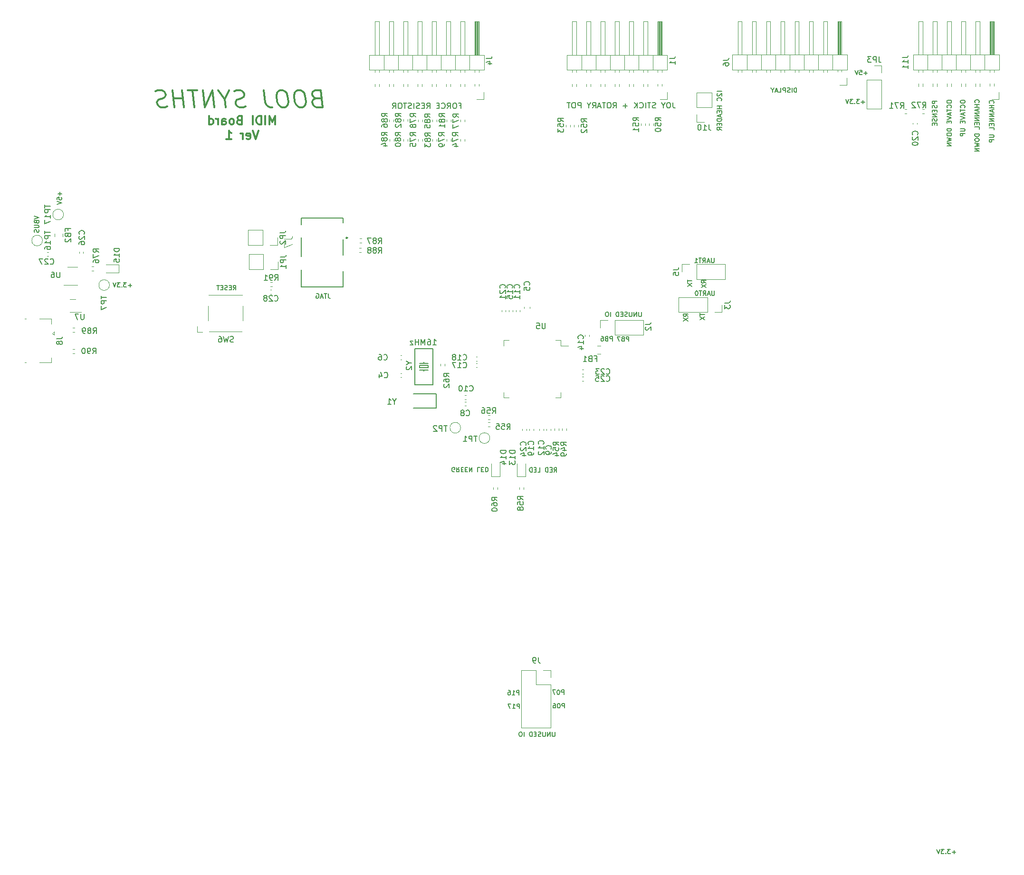
<source format=gbo>
G04 #@! TF.GenerationSoftware,KiCad,Pcbnew,(5.1.9)-1*
G04 #@! TF.CreationDate,2021-06-08T08:05:01+01:00*
G04 #@! TF.ProjectId,LED_Board,4c45445f-426f-4617-9264-2e6b69636164,rev?*
G04 #@! TF.SameCoordinates,Original*
G04 #@! TF.FileFunction,Legend,Bot*
G04 #@! TF.FilePolarity,Positive*
%FSLAX46Y46*%
G04 Gerber Fmt 4.6, Leading zero omitted, Abs format (unit mm)*
G04 Created by KiCad (PCBNEW (5.1.9)-1) date 2021-06-08 08:05:01*
%MOMM*%
%LPD*%
G01*
G04 APERTURE LIST*
%ADD10C,0.152400*%
%ADD11C,0.304800*%
%ADD12C,0.120000*%
%ADD13C,0.240000*%
%ADD14C,0.127000*%
%ADD15C,0.150000*%
%ADD16C,0.015000*%
%ADD17O,1.250000X1.050000*%
%ADD18R,1.350000X0.400000*%
%ADD19O,1.900000X1.000000*%
%ADD20R,1.900000X2.900000*%
%ADD21R,1.900000X0.875000*%
%ADD22R,1.700000X1.700000*%
%ADD23O,1.700000X1.700000*%
%ADD24C,1.800000*%
%ADD25R,1.800000X1.800000*%
%ADD26C,0.990600*%
%ADD27C,2.374900*%
%ADD28C,0.787400*%
%ADD29C,1.500000*%
%ADD30R,1.060000X0.650000*%
%ADD31R,1.000000X1.600000*%
%ADD32R,2.500000X2.500000*%
%ADD33R,2.500000X1.000000*%
%ADD34R,2.400000X2.000000*%
%ADD35C,0.800000*%
%ADD36C,6.000000*%
%ADD37R,1.600000X1.400000*%
G04 APERTURE END LIST*
D10*
X184982285Y-88136480D02*
X184982285Y-88850766D01*
X185029904Y-88993623D01*
X185125142Y-89088861D01*
X185268000Y-89136480D01*
X185363238Y-89136480D01*
X184315619Y-88136480D02*
X184125142Y-88136480D01*
X184029904Y-88184100D01*
X183934666Y-88279338D01*
X183887047Y-88469814D01*
X183887047Y-88803147D01*
X183934666Y-88993623D01*
X184029904Y-89088861D01*
X184125142Y-89136480D01*
X184315619Y-89136480D01*
X184410857Y-89088861D01*
X184506095Y-88993623D01*
X184553714Y-88803147D01*
X184553714Y-88469814D01*
X184506095Y-88279338D01*
X184410857Y-88184100D01*
X184315619Y-88136480D01*
X183268000Y-88660290D02*
X183268000Y-89136480D01*
X183601333Y-88136480D02*
X183268000Y-88660290D01*
X182934666Y-88136480D01*
X181887047Y-89088861D02*
X181744190Y-89136480D01*
X181506095Y-89136480D01*
X181410857Y-89088861D01*
X181363238Y-89041242D01*
X181315619Y-88946004D01*
X181315619Y-88850766D01*
X181363238Y-88755528D01*
X181410857Y-88707909D01*
X181506095Y-88660290D01*
X181696571Y-88612671D01*
X181791809Y-88565052D01*
X181839428Y-88517433D01*
X181887047Y-88422195D01*
X181887047Y-88326957D01*
X181839428Y-88231719D01*
X181791809Y-88184100D01*
X181696571Y-88136480D01*
X181458476Y-88136480D01*
X181315619Y-88184100D01*
X181029904Y-88136480D02*
X180458476Y-88136480D01*
X180744190Y-89136480D02*
X180744190Y-88136480D01*
X180125142Y-89136480D02*
X180125142Y-88136480D01*
X179077523Y-89041242D02*
X179125142Y-89088861D01*
X179268000Y-89136480D01*
X179363238Y-89136480D01*
X179506095Y-89088861D01*
X179601333Y-88993623D01*
X179648952Y-88898385D01*
X179696571Y-88707909D01*
X179696571Y-88565052D01*
X179648952Y-88374576D01*
X179601333Y-88279338D01*
X179506095Y-88184100D01*
X179363238Y-88136480D01*
X179268000Y-88136480D01*
X179125142Y-88184100D01*
X179077523Y-88231719D01*
X178648952Y-89136480D02*
X178648952Y-88136480D01*
X178077523Y-89136480D02*
X178506095Y-88565052D01*
X178077523Y-88136480D02*
X178648952Y-88707909D01*
X176887047Y-88755528D02*
X176125142Y-88755528D01*
X176506095Y-89136480D02*
X176506095Y-88374576D01*
X174315619Y-89136480D02*
X174648952Y-88660290D01*
X174887047Y-89136480D02*
X174887047Y-88136480D01*
X174506095Y-88136480D01*
X174410857Y-88184100D01*
X174363238Y-88231719D01*
X174315619Y-88326957D01*
X174315619Y-88469814D01*
X174363238Y-88565052D01*
X174410857Y-88612671D01*
X174506095Y-88660290D01*
X174887047Y-88660290D01*
X173696571Y-88136480D02*
X173506095Y-88136480D01*
X173410857Y-88184100D01*
X173315619Y-88279338D01*
X173268000Y-88469814D01*
X173268000Y-88803147D01*
X173315619Y-88993623D01*
X173410857Y-89088861D01*
X173506095Y-89136480D01*
X173696571Y-89136480D01*
X173791809Y-89088861D01*
X173887047Y-88993623D01*
X173934666Y-88803147D01*
X173934666Y-88469814D01*
X173887047Y-88279338D01*
X173791809Y-88184100D01*
X173696571Y-88136480D01*
X172982285Y-88136480D02*
X172410857Y-88136480D01*
X172696571Y-89136480D02*
X172696571Y-88136480D01*
X172125142Y-88850766D02*
X171648952Y-88850766D01*
X172220380Y-89136480D02*
X171887047Y-88136480D01*
X171553714Y-89136480D01*
X170648952Y-89136480D02*
X170982285Y-88660290D01*
X171220380Y-89136480D02*
X171220380Y-88136480D01*
X170839428Y-88136480D01*
X170744190Y-88184100D01*
X170696571Y-88231719D01*
X170648952Y-88326957D01*
X170648952Y-88469814D01*
X170696571Y-88565052D01*
X170744190Y-88612671D01*
X170839428Y-88660290D01*
X171220380Y-88660290D01*
X170029904Y-88660290D02*
X170029904Y-89136480D01*
X170363238Y-88136480D02*
X170029904Y-88660290D01*
X169696571Y-88136480D01*
X168601333Y-89136480D02*
X168601333Y-88136480D01*
X168220380Y-88136480D01*
X168125142Y-88184100D01*
X168077523Y-88231719D01*
X168029904Y-88326957D01*
X168029904Y-88469814D01*
X168077523Y-88565052D01*
X168125142Y-88612671D01*
X168220380Y-88660290D01*
X168601333Y-88660290D01*
X167410857Y-88136480D02*
X167220380Y-88136480D01*
X167125142Y-88184100D01*
X167029904Y-88279338D01*
X166982285Y-88469814D01*
X166982285Y-88803147D01*
X167029904Y-88993623D01*
X167125142Y-89088861D01*
X167220380Y-89136480D01*
X167410857Y-89136480D01*
X167506095Y-89088861D01*
X167601333Y-88993623D01*
X167648952Y-88803147D01*
X167648952Y-88469814D01*
X167601333Y-88279338D01*
X167506095Y-88184100D01*
X167410857Y-88136480D01*
X166696571Y-88136480D02*
X166125142Y-88136480D01*
X166410857Y-89136480D02*
X166410857Y-88136480D01*
D11*
X121392486Y-87403014D02*
X120981772Y-87545871D01*
X120856772Y-87688728D01*
X120749629Y-87974442D01*
X120803200Y-88403014D01*
X120981772Y-88688728D01*
X121142486Y-88831585D01*
X121446057Y-88974442D01*
X122588915Y-88974442D01*
X122213915Y-85974442D01*
X121213915Y-85974442D01*
X120946057Y-86117300D01*
X120821057Y-86260157D01*
X120713915Y-86545871D01*
X120749629Y-86831585D01*
X120928200Y-87117300D01*
X121088915Y-87260157D01*
X121392486Y-87403014D01*
X122392486Y-87403014D01*
X118642486Y-85974442D02*
X118071057Y-85974442D01*
X117803200Y-86117300D01*
X117553200Y-86403014D01*
X117481772Y-86974442D01*
X117606772Y-87974442D01*
X117821057Y-88545871D01*
X118142486Y-88831585D01*
X118446057Y-88974442D01*
X119017486Y-88974442D01*
X119285343Y-88831585D01*
X119535343Y-88545871D01*
X119606772Y-87974442D01*
X119481772Y-86974442D01*
X119267486Y-86403014D01*
X118946057Y-86117300D01*
X118642486Y-85974442D01*
X115499629Y-85974442D02*
X114928200Y-85974442D01*
X114660343Y-86117300D01*
X114410343Y-86403014D01*
X114338915Y-86974442D01*
X114463915Y-87974442D01*
X114678200Y-88545871D01*
X114999629Y-88831585D01*
X115303200Y-88974442D01*
X115874629Y-88974442D01*
X116142486Y-88831585D01*
X116392486Y-88545871D01*
X116463915Y-87974442D01*
X116338915Y-86974442D01*
X116124629Y-86403014D01*
X115803200Y-86117300D01*
X115499629Y-85974442D01*
X112071057Y-85974442D02*
X112338915Y-88117300D01*
X112535343Y-88545871D01*
X112856772Y-88831585D01*
X113303200Y-88974442D01*
X113588915Y-88974442D01*
X108856772Y-88831585D02*
X108446057Y-88974442D01*
X107731772Y-88974442D01*
X107428200Y-88831585D01*
X107267486Y-88688728D01*
X107088915Y-88403014D01*
X107053200Y-88117300D01*
X107160343Y-87831585D01*
X107285343Y-87688728D01*
X107553200Y-87545871D01*
X108106772Y-87403014D01*
X108374629Y-87260157D01*
X108499629Y-87117300D01*
X108606772Y-86831585D01*
X108571057Y-86545871D01*
X108392486Y-86260157D01*
X108231772Y-86117300D01*
X107928200Y-85974442D01*
X107213915Y-85974442D01*
X106803200Y-86117300D01*
X105124629Y-87545871D02*
X105303200Y-88974442D01*
X105928200Y-85974442D02*
X105124629Y-87545871D01*
X103928200Y-85974442D01*
X103303200Y-88974442D02*
X102928200Y-85974442D01*
X101588915Y-88974442D01*
X101213915Y-85974442D01*
X100213915Y-85974442D02*
X98499629Y-85974442D01*
X99731772Y-88974442D02*
X99356772Y-85974442D01*
X97874629Y-88974442D02*
X97499629Y-85974442D01*
X97678200Y-87403014D02*
X95963915Y-87403014D01*
X96160343Y-88974442D02*
X95785343Y-85974442D01*
X94856772Y-88831585D02*
X94446057Y-88974442D01*
X93731772Y-88974442D01*
X93428200Y-88831585D01*
X93267486Y-88688728D01*
X93088915Y-88403014D01*
X93053200Y-88117300D01*
X93160343Y-87831585D01*
X93285343Y-87688728D01*
X93553200Y-87545871D01*
X94106772Y-87403014D01*
X94374629Y-87260157D01*
X94499629Y-87117300D01*
X94606772Y-86831585D01*
X94571057Y-86545871D01*
X94392486Y-86260157D01*
X94231772Y-86117300D01*
X93928200Y-85974442D01*
X93213915Y-85974442D01*
X92803200Y-86117300D01*
X114094985Y-92065928D02*
X114094985Y-90541928D01*
X113586985Y-91630500D01*
X113078985Y-90541928D01*
X113078985Y-92065928D01*
X112353271Y-92065928D02*
X112353271Y-90541928D01*
X111627557Y-92065928D02*
X111627557Y-90541928D01*
X111264700Y-90541928D01*
X111046985Y-90614500D01*
X110901842Y-90759642D01*
X110829271Y-90904785D01*
X110756700Y-91195071D01*
X110756700Y-91412785D01*
X110829271Y-91703071D01*
X110901842Y-91848214D01*
X111046985Y-91993357D01*
X111264700Y-92065928D01*
X111627557Y-92065928D01*
X110103557Y-92065928D02*
X110103557Y-90541928D01*
X107708700Y-91267642D02*
X107490985Y-91340214D01*
X107418414Y-91412785D01*
X107345842Y-91557928D01*
X107345842Y-91775642D01*
X107418414Y-91920785D01*
X107490985Y-91993357D01*
X107636128Y-92065928D01*
X108216700Y-92065928D01*
X108216700Y-90541928D01*
X107708700Y-90541928D01*
X107563557Y-90614500D01*
X107490985Y-90687071D01*
X107418414Y-90832214D01*
X107418414Y-90977357D01*
X107490985Y-91122500D01*
X107563557Y-91195071D01*
X107708700Y-91267642D01*
X108216700Y-91267642D01*
X106474985Y-92065928D02*
X106620128Y-91993357D01*
X106692700Y-91920785D01*
X106765271Y-91775642D01*
X106765271Y-91340214D01*
X106692700Y-91195071D01*
X106620128Y-91122500D01*
X106474985Y-91049928D01*
X106257271Y-91049928D01*
X106112128Y-91122500D01*
X106039557Y-91195071D01*
X105966985Y-91340214D01*
X105966985Y-91775642D01*
X106039557Y-91920785D01*
X106112128Y-91993357D01*
X106257271Y-92065928D01*
X106474985Y-92065928D01*
X104660700Y-92065928D02*
X104660700Y-91267642D01*
X104733271Y-91122500D01*
X104878414Y-91049928D01*
X105168700Y-91049928D01*
X105313842Y-91122500D01*
X104660700Y-91993357D02*
X104805842Y-92065928D01*
X105168700Y-92065928D01*
X105313842Y-91993357D01*
X105386414Y-91848214D01*
X105386414Y-91703071D01*
X105313842Y-91557928D01*
X105168700Y-91485357D01*
X104805842Y-91485357D01*
X104660700Y-91412785D01*
X103934985Y-92065928D02*
X103934985Y-91049928D01*
X103934985Y-91340214D02*
X103862414Y-91195071D01*
X103789842Y-91122500D01*
X103644700Y-91049928D01*
X103499557Y-91049928D01*
X102338414Y-92065928D02*
X102338414Y-90541928D01*
X102338414Y-91993357D02*
X102483557Y-92065928D01*
X102773842Y-92065928D01*
X102918985Y-91993357D01*
X102991557Y-91920785D01*
X103064128Y-91775642D01*
X103064128Y-91340214D01*
X102991557Y-91195071D01*
X102918985Y-91122500D01*
X102773842Y-91049928D01*
X102483557Y-91049928D01*
X102338414Y-91122500D01*
X111155842Y-93132728D02*
X110647842Y-94656728D01*
X110139842Y-93132728D01*
X109051271Y-94584157D02*
X109196414Y-94656728D01*
X109486700Y-94656728D01*
X109631842Y-94584157D01*
X109704414Y-94439014D01*
X109704414Y-93858442D01*
X109631842Y-93713300D01*
X109486700Y-93640728D01*
X109196414Y-93640728D01*
X109051271Y-93713300D01*
X108978700Y-93858442D01*
X108978700Y-94003585D01*
X109704414Y-94148728D01*
X108325557Y-94656728D02*
X108325557Y-93640728D01*
X108325557Y-93931014D02*
X108252985Y-93785871D01*
X108180414Y-93713300D01*
X108035271Y-93640728D01*
X107890128Y-93640728D01*
X105422700Y-94656728D02*
X106293557Y-94656728D01*
X105858128Y-94656728D02*
X105858128Y-93132728D01*
X106003271Y-93350442D01*
X106148414Y-93495585D01*
X106293557Y-93568157D01*
D10*
X242098285Y-88291004D02*
X242136990Y-88252300D01*
X242175695Y-88136185D01*
X242175695Y-88058776D01*
X242136990Y-87942661D01*
X242059580Y-87865252D01*
X241982171Y-87826547D01*
X241827352Y-87787842D01*
X241711238Y-87787842D01*
X241556419Y-87826547D01*
X241479009Y-87865252D01*
X241401600Y-87942661D01*
X241362895Y-88058776D01*
X241362895Y-88136185D01*
X241401600Y-88252300D01*
X241440304Y-88291004D01*
X242175695Y-88639347D02*
X241362895Y-88639347D01*
X241749942Y-88639347D02*
X241749942Y-89103804D01*
X242175695Y-89103804D02*
X241362895Y-89103804D01*
X241943466Y-89452147D02*
X241943466Y-89839195D01*
X242175695Y-89374738D02*
X241362895Y-89645671D01*
X242175695Y-89916604D01*
X242175695Y-90187538D02*
X241362895Y-90187538D01*
X242175695Y-90651995D01*
X241362895Y-90651995D01*
X242175695Y-91039042D02*
X241362895Y-91039042D01*
X242175695Y-91503500D01*
X241362895Y-91503500D01*
X241749942Y-91890547D02*
X241749942Y-92161480D01*
X242175695Y-92277595D02*
X242175695Y-91890547D01*
X241362895Y-91890547D01*
X241362895Y-92277595D01*
X242175695Y-93012985D02*
X242175695Y-92625938D01*
X241362895Y-92625938D01*
X241362895Y-93903195D02*
X242020876Y-93903195D01*
X242098285Y-93941900D01*
X242136990Y-93980604D01*
X242175695Y-94058014D01*
X242175695Y-94212833D01*
X242136990Y-94290242D01*
X242098285Y-94328947D01*
X242020876Y-94367652D01*
X241362895Y-94367652D01*
X242175695Y-94754700D02*
X241362895Y-94754700D01*
X241362895Y-95064338D01*
X241401600Y-95141747D01*
X241440304Y-95180452D01*
X241517714Y-95219157D01*
X241633828Y-95219157D01*
X241711238Y-95180452D01*
X241749942Y-95141747D01*
X241788647Y-95064338D01*
X241788647Y-94754700D01*
X239494785Y-88162795D02*
X239533490Y-88124090D01*
X239572195Y-88007976D01*
X239572195Y-87930566D01*
X239533490Y-87814452D01*
X239456080Y-87737042D01*
X239378671Y-87698338D01*
X239223852Y-87659633D01*
X239107738Y-87659633D01*
X238952919Y-87698338D01*
X238875509Y-87737042D01*
X238798100Y-87814452D01*
X238759395Y-87930566D01*
X238759395Y-88007976D01*
X238798100Y-88124090D01*
X238836804Y-88162795D01*
X239572195Y-88511138D02*
X238759395Y-88511138D01*
X239146442Y-88511138D02*
X239146442Y-88975595D01*
X239572195Y-88975595D02*
X238759395Y-88975595D01*
X239339966Y-89323938D02*
X239339966Y-89710985D01*
X239572195Y-89246528D02*
X238759395Y-89517461D01*
X239572195Y-89788395D01*
X239572195Y-90059328D02*
X238759395Y-90059328D01*
X239572195Y-90523785D01*
X238759395Y-90523785D01*
X239572195Y-90910833D02*
X238759395Y-90910833D01*
X239572195Y-91375290D01*
X238759395Y-91375290D01*
X239146442Y-91762338D02*
X239146442Y-92033271D01*
X239572195Y-92149385D02*
X239572195Y-91762338D01*
X238759395Y-91762338D01*
X238759395Y-92149385D01*
X239572195Y-92884776D02*
X239572195Y-92497728D01*
X238759395Y-92497728D01*
X239572195Y-93774985D02*
X238759395Y-93774985D01*
X238759395Y-93968509D01*
X238798100Y-94084623D01*
X238875509Y-94162033D01*
X238952919Y-94200738D01*
X239107738Y-94239442D01*
X239223852Y-94239442D01*
X239378671Y-94200738D01*
X239456080Y-94162033D01*
X239533490Y-94084623D01*
X239572195Y-93968509D01*
X239572195Y-93774985D01*
X238759395Y-94742604D02*
X238759395Y-94897423D01*
X238798100Y-94974833D01*
X238875509Y-95052242D01*
X239030328Y-95090947D01*
X239301261Y-95090947D01*
X239456080Y-95052242D01*
X239533490Y-94974833D01*
X239572195Y-94897423D01*
X239572195Y-94742604D01*
X239533490Y-94665195D01*
X239456080Y-94587785D01*
X239301261Y-94549080D01*
X239030328Y-94549080D01*
X238875509Y-94587785D01*
X238798100Y-94665195D01*
X238759395Y-94742604D01*
X238759395Y-95361880D02*
X239572195Y-95555404D01*
X238991623Y-95710223D01*
X239572195Y-95865042D01*
X238759395Y-96058566D01*
X239572195Y-96368204D02*
X238759395Y-96368204D01*
X239572195Y-96832661D01*
X238759395Y-96832661D01*
X236219395Y-87932380D02*
X236219395Y-88087200D01*
X236258100Y-88164609D01*
X236335509Y-88242019D01*
X236490328Y-88280723D01*
X236761261Y-88280723D01*
X236916080Y-88242019D01*
X236993490Y-88164609D01*
X237032195Y-88087200D01*
X237032195Y-87932380D01*
X236993490Y-87854971D01*
X236916080Y-87777561D01*
X236761261Y-87738857D01*
X236490328Y-87738857D01*
X236335509Y-87777561D01*
X236258100Y-87854971D01*
X236219395Y-87932380D01*
X236954785Y-89093523D02*
X236993490Y-89054819D01*
X237032195Y-88938704D01*
X237032195Y-88861295D01*
X236993490Y-88745180D01*
X236916080Y-88667771D01*
X236838671Y-88629066D01*
X236683852Y-88590361D01*
X236567738Y-88590361D01*
X236412919Y-88629066D01*
X236335509Y-88667771D01*
X236258100Y-88745180D01*
X236219395Y-88861295D01*
X236219395Y-88938704D01*
X236258100Y-89054819D01*
X236296804Y-89093523D01*
X236219395Y-89325752D02*
X236219395Y-89790209D01*
X237032195Y-89557980D02*
X236219395Y-89557980D01*
X236799966Y-90022438D02*
X236799966Y-90409485D01*
X237032195Y-89945028D02*
X236219395Y-90215961D01*
X237032195Y-90486895D01*
X236219395Y-90641714D02*
X237032195Y-90912647D01*
X236219395Y-91183580D01*
X236606442Y-91454514D02*
X236606442Y-91725447D01*
X237032195Y-91841561D02*
X237032195Y-91454514D01*
X236219395Y-91454514D01*
X236219395Y-91841561D01*
X236219395Y-92809180D02*
X236877376Y-92809180D01*
X236954785Y-92847885D01*
X236993490Y-92886590D01*
X237032195Y-92964000D01*
X237032195Y-93118819D01*
X236993490Y-93196228D01*
X236954785Y-93234933D01*
X236877376Y-93273638D01*
X236219395Y-93273638D01*
X237032195Y-93660685D02*
X236219395Y-93660685D01*
X236219395Y-93970323D01*
X236258100Y-94047733D01*
X236296804Y-94086438D01*
X236374214Y-94125142D01*
X236490328Y-94125142D01*
X236567738Y-94086438D01*
X236606442Y-94047733D01*
X236645147Y-93970323D01*
X236645147Y-93660685D01*
X233806395Y-87931171D02*
X233806395Y-88085990D01*
X233845100Y-88163400D01*
X233922509Y-88240809D01*
X234077328Y-88279514D01*
X234348261Y-88279514D01*
X234503080Y-88240809D01*
X234580490Y-88163400D01*
X234619195Y-88085990D01*
X234619195Y-87931171D01*
X234580490Y-87853761D01*
X234503080Y-87776352D01*
X234348261Y-87737647D01*
X234077328Y-87737647D01*
X233922509Y-87776352D01*
X233845100Y-87853761D01*
X233806395Y-87931171D01*
X234541785Y-89092314D02*
X234580490Y-89053609D01*
X234619195Y-88937495D01*
X234619195Y-88860085D01*
X234580490Y-88743971D01*
X234503080Y-88666561D01*
X234425671Y-88627857D01*
X234270852Y-88589152D01*
X234154738Y-88589152D01*
X233999919Y-88627857D01*
X233922509Y-88666561D01*
X233845100Y-88743971D01*
X233806395Y-88860085D01*
X233806395Y-88937495D01*
X233845100Y-89053609D01*
X233883804Y-89092314D01*
X233806395Y-89324542D02*
X233806395Y-89789000D01*
X234619195Y-89556771D02*
X233806395Y-89556771D01*
X234386966Y-90021228D02*
X234386966Y-90408276D01*
X234619195Y-89943819D02*
X233806395Y-90214752D01*
X234619195Y-90485685D01*
X233806395Y-90640504D02*
X234619195Y-90911438D01*
X233806395Y-91182371D01*
X234193442Y-91453304D02*
X234193442Y-91724238D01*
X234619195Y-91840352D02*
X234619195Y-91453304D01*
X233806395Y-91453304D01*
X233806395Y-91840352D01*
X234619195Y-92807971D02*
X233806395Y-92807971D01*
X233806395Y-93001495D01*
X233845100Y-93117609D01*
X233922509Y-93195019D01*
X233999919Y-93233723D01*
X234154738Y-93272428D01*
X234270852Y-93272428D01*
X234425671Y-93233723D01*
X234503080Y-93195019D01*
X234580490Y-93117609D01*
X234619195Y-93001495D01*
X234619195Y-92807971D01*
X233806395Y-93775590D02*
X233806395Y-93930409D01*
X233845100Y-94007819D01*
X233922509Y-94085228D01*
X234077328Y-94123933D01*
X234348261Y-94123933D01*
X234503080Y-94085228D01*
X234580490Y-94007819D01*
X234619195Y-93930409D01*
X234619195Y-93775590D01*
X234580490Y-93698180D01*
X234503080Y-93620771D01*
X234348261Y-93582066D01*
X234077328Y-93582066D01*
X233922509Y-93620771D01*
X233845100Y-93698180D01*
X233806395Y-93775590D01*
X233806395Y-94394866D02*
X234619195Y-94588390D01*
X234038623Y-94743209D01*
X234619195Y-94898028D01*
X233806395Y-95091552D01*
X234619195Y-95401190D02*
X233806395Y-95401190D01*
X234619195Y-95865647D01*
X233806395Y-95865647D01*
X232015695Y-87894885D02*
X231202895Y-87894885D01*
X231202895Y-88204523D01*
X231241600Y-88281933D01*
X231280304Y-88320638D01*
X231357714Y-88359342D01*
X231473828Y-88359342D01*
X231551238Y-88320638D01*
X231589942Y-88281933D01*
X231628647Y-88204523D01*
X231628647Y-87894885D01*
X231976990Y-88668980D02*
X232015695Y-88785095D01*
X232015695Y-88978619D01*
X231976990Y-89056028D01*
X231938285Y-89094733D01*
X231860876Y-89133438D01*
X231783466Y-89133438D01*
X231706057Y-89094733D01*
X231667352Y-89056028D01*
X231628647Y-88978619D01*
X231589942Y-88823800D01*
X231551238Y-88746390D01*
X231512533Y-88707685D01*
X231435123Y-88668980D01*
X231357714Y-88668980D01*
X231280304Y-88707685D01*
X231241600Y-88746390D01*
X231202895Y-88823800D01*
X231202895Y-89017323D01*
X231241600Y-89133438D01*
X231589942Y-89481780D02*
X231589942Y-89752714D01*
X232015695Y-89868828D02*
X232015695Y-89481780D01*
X231202895Y-89481780D01*
X231202895Y-89868828D01*
X232015695Y-90217171D02*
X231202895Y-90217171D01*
X232015695Y-90681628D01*
X231202895Y-90681628D01*
X231976990Y-91029971D02*
X232015695Y-91146085D01*
X232015695Y-91339609D01*
X231976990Y-91417019D01*
X231938285Y-91455723D01*
X231860876Y-91494428D01*
X231783466Y-91494428D01*
X231706057Y-91455723D01*
X231667352Y-91417019D01*
X231628647Y-91339609D01*
X231589942Y-91184790D01*
X231551238Y-91107380D01*
X231512533Y-91068676D01*
X231435123Y-91029971D01*
X231357714Y-91029971D01*
X231280304Y-91068676D01*
X231241600Y-91107380D01*
X231202895Y-91184790D01*
X231202895Y-91378314D01*
X231241600Y-91494428D01*
X231589942Y-91842771D02*
X231589942Y-92113704D01*
X232015695Y-92229819D02*
X232015695Y-91842771D01*
X231202895Y-91842771D01*
X231202895Y-92229819D01*
X219163900Y-88056357D02*
X218544623Y-88056357D01*
X218854261Y-88365995D02*
X218854261Y-87746719D01*
X218234985Y-87553195D02*
X217731823Y-87553195D01*
X218002757Y-87862833D01*
X217886642Y-87862833D01*
X217809233Y-87901538D01*
X217770528Y-87940242D01*
X217731823Y-88017652D01*
X217731823Y-88211176D01*
X217770528Y-88288585D01*
X217809233Y-88327290D01*
X217886642Y-88365995D01*
X218118871Y-88365995D01*
X218196280Y-88327290D01*
X218234985Y-88288585D01*
X217383480Y-88288585D02*
X217344776Y-88327290D01*
X217383480Y-88365995D01*
X217422185Y-88327290D01*
X217383480Y-88288585D01*
X217383480Y-88365995D01*
X217073842Y-87553195D02*
X216570680Y-87553195D01*
X216841614Y-87862833D01*
X216725500Y-87862833D01*
X216648090Y-87901538D01*
X216609385Y-87940242D01*
X216570680Y-88017652D01*
X216570680Y-88211176D01*
X216609385Y-88288585D01*
X216648090Y-88327290D01*
X216725500Y-88365995D01*
X216957728Y-88365995D01*
X217035138Y-88327290D01*
X217073842Y-88288585D01*
X216338452Y-87553195D02*
X216067519Y-88365995D01*
X215796585Y-87553195D01*
X219637428Y-82887457D02*
X219018152Y-82887457D01*
X219327790Y-83197095D02*
X219327790Y-82577819D01*
X218244057Y-82384295D02*
X218631104Y-82384295D01*
X218669809Y-82771342D01*
X218631104Y-82732638D01*
X218553695Y-82693933D01*
X218360171Y-82693933D01*
X218282761Y-82732638D01*
X218244057Y-82771342D01*
X218205352Y-82848752D01*
X218205352Y-83042276D01*
X218244057Y-83119685D01*
X218282761Y-83158390D01*
X218360171Y-83197095D01*
X218553695Y-83197095D01*
X218631104Y-83158390D01*
X218669809Y-83119685D01*
X217973123Y-82384295D02*
X217702190Y-83197095D01*
X217431257Y-82384295D01*
X193661695Y-86173128D02*
X192848895Y-86173128D01*
X192926304Y-86521471D02*
X192887600Y-86560176D01*
X192848895Y-86637585D01*
X192848895Y-86831109D01*
X192887600Y-86908519D01*
X192926304Y-86947223D01*
X193003714Y-86985928D01*
X193081123Y-86985928D01*
X193197238Y-86947223D01*
X193661695Y-86482766D01*
X193661695Y-86985928D01*
X193584285Y-87798728D02*
X193622990Y-87760023D01*
X193661695Y-87643909D01*
X193661695Y-87566500D01*
X193622990Y-87450385D01*
X193545580Y-87372976D01*
X193468171Y-87334271D01*
X193313352Y-87295566D01*
X193197238Y-87295566D01*
X193042419Y-87334271D01*
X192965009Y-87372976D01*
X192887600Y-87450385D01*
X192848895Y-87566500D01*
X192848895Y-87643909D01*
X192887600Y-87760023D01*
X192926304Y-87798728D01*
X193661695Y-88766347D02*
X192848895Y-88766347D01*
X193235942Y-88766347D02*
X193235942Y-89230804D01*
X193661695Y-89230804D02*
X192848895Y-89230804D01*
X193235942Y-89617852D02*
X193235942Y-89888785D01*
X193661695Y-90004900D02*
X193661695Y-89617852D01*
X192848895Y-89617852D01*
X192848895Y-90004900D01*
X193429466Y-90314538D02*
X193429466Y-90701585D01*
X193661695Y-90237128D02*
X192848895Y-90508061D01*
X193661695Y-90778995D01*
X193661695Y-91049928D02*
X192848895Y-91049928D01*
X192848895Y-91243452D01*
X192887600Y-91359566D01*
X192965009Y-91436976D01*
X193042419Y-91475680D01*
X193197238Y-91514385D01*
X193313352Y-91514385D01*
X193468171Y-91475680D01*
X193545580Y-91436976D01*
X193622990Y-91359566D01*
X193661695Y-91243452D01*
X193661695Y-91049928D01*
X193235942Y-91862728D02*
X193235942Y-92133661D01*
X193661695Y-92249776D02*
X193661695Y-91862728D01*
X192848895Y-91862728D01*
X192848895Y-92249776D01*
X193661695Y-93062576D02*
X193274647Y-92791642D01*
X193661695Y-92598119D02*
X192848895Y-92598119D01*
X192848895Y-92907757D01*
X192887600Y-92985166D01*
X192926304Y-93023871D01*
X193003714Y-93062576D01*
X193119828Y-93062576D01*
X193197238Y-93023871D01*
X193235942Y-92985166D01*
X193274647Y-92907757D01*
X193274647Y-92598119D01*
X207013023Y-86346695D02*
X207013023Y-85533895D01*
X206819500Y-85533895D01*
X206703385Y-85572600D01*
X206625976Y-85650009D01*
X206587271Y-85727419D01*
X206548566Y-85882238D01*
X206548566Y-85998352D01*
X206587271Y-86153171D01*
X206625976Y-86230580D01*
X206703385Y-86307990D01*
X206819500Y-86346695D01*
X207013023Y-86346695D01*
X206200223Y-86346695D02*
X206200223Y-85533895D01*
X205851880Y-86307990D02*
X205735766Y-86346695D01*
X205542242Y-86346695D01*
X205464833Y-86307990D01*
X205426128Y-86269285D01*
X205387423Y-86191876D01*
X205387423Y-86114466D01*
X205426128Y-86037057D01*
X205464833Y-85998352D01*
X205542242Y-85959647D01*
X205697061Y-85920942D01*
X205774471Y-85882238D01*
X205813176Y-85843533D01*
X205851880Y-85766123D01*
X205851880Y-85688714D01*
X205813176Y-85611304D01*
X205774471Y-85572600D01*
X205697061Y-85533895D01*
X205503538Y-85533895D01*
X205387423Y-85572600D01*
X205039080Y-86346695D02*
X205039080Y-85533895D01*
X204729442Y-85533895D01*
X204652033Y-85572600D01*
X204613328Y-85611304D01*
X204574623Y-85688714D01*
X204574623Y-85804828D01*
X204613328Y-85882238D01*
X204652033Y-85920942D01*
X204729442Y-85959647D01*
X205039080Y-85959647D01*
X203839233Y-86346695D02*
X204226280Y-86346695D01*
X204226280Y-85533895D01*
X203607004Y-86114466D02*
X203219957Y-86114466D01*
X203684414Y-86346695D02*
X203413480Y-85533895D01*
X203142547Y-86346695D01*
X202716795Y-85959647D02*
X202716795Y-86346695D01*
X202987728Y-85533895D02*
X202716795Y-85959647D01*
X202445861Y-85533895D01*
X146922404Y-88701571D02*
X147255738Y-88701571D01*
X147255738Y-89225380D02*
X147255738Y-88225380D01*
X146779547Y-88225380D01*
X146208119Y-88225380D02*
X146017642Y-88225380D01*
X145922404Y-88273000D01*
X145827166Y-88368238D01*
X145779547Y-88558714D01*
X145779547Y-88892047D01*
X145827166Y-89082523D01*
X145922404Y-89177761D01*
X146017642Y-89225380D01*
X146208119Y-89225380D01*
X146303357Y-89177761D01*
X146398595Y-89082523D01*
X146446214Y-88892047D01*
X146446214Y-88558714D01*
X146398595Y-88368238D01*
X146303357Y-88273000D01*
X146208119Y-88225380D01*
X144779547Y-89225380D02*
X145112880Y-88749190D01*
X145350976Y-89225380D02*
X145350976Y-88225380D01*
X144970023Y-88225380D01*
X144874785Y-88273000D01*
X144827166Y-88320619D01*
X144779547Y-88415857D01*
X144779547Y-88558714D01*
X144827166Y-88653952D01*
X144874785Y-88701571D01*
X144970023Y-88749190D01*
X145350976Y-88749190D01*
X143779547Y-89130142D02*
X143827166Y-89177761D01*
X143970023Y-89225380D01*
X144065261Y-89225380D01*
X144208119Y-89177761D01*
X144303357Y-89082523D01*
X144350976Y-88987285D01*
X144398595Y-88796809D01*
X144398595Y-88653952D01*
X144350976Y-88463476D01*
X144303357Y-88368238D01*
X144208119Y-88273000D01*
X144065261Y-88225380D01*
X143970023Y-88225380D01*
X143827166Y-88273000D01*
X143779547Y-88320619D01*
X143350976Y-88701571D02*
X143017642Y-88701571D01*
X142874785Y-89225380D02*
X143350976Y-89225380D01*
X143350976Y-88225380D01*
X142874785Y-88225380D01*
X141112880Y-89225380D02*
X141446214Y-88749190D01*
X141684309Y-89225380D02*
X141684309Y-88225380D01*
X141303357Y-88225380D01*
X141208119Y-88273000D01*
X141160500Y-88320619D01*
X141112880Y-88415857D01*
X141112880Y-88558714D01*
X141160500Y-88653952D01*
X141208119Y-88701571D01*
X141303357Y-88749190D01*
X141684309Y-88749190D01*
X140684309Y-88701571D02*
X140350976Y-88701571D01*
X140208119Y-89225380D02*
X140684309Y-89225380D01*
X140684309Y-88225380D01*
X140208119Y-88225380D01*
X139827166Y-89177761D02*
X139684309Y-89225380D01*
X139446214Y-89225380D01*
X139350976Y-89177761D01*
X139303357Y-89130142D01*
X139255738Y-89034904D01*
X139255738Y-88939666D01*
X139303357Y-88844428D01*
X139350976Y-88796809D01*
X139446214Y-88749190D01*
X139636690Y-88701571D01*
X139731928Y-88653952D01*
X139779547Y-88606333D01*
X139827166Y-88511095D01*
X139827166Y-88415857D01*
X139779547Y-88320619D01*
X139731928Y-88273000D01*
X139636690Y-88225380D01*
X139398595Y-88225380D01*
X139255738Y-88273000D01*
X138827166Y-89225380D02*
X138827166Y-88225380D01*
X138398595Y-89177761D02*
X138255738Y-89225380D01*
X138017642Y-89225380D01*
X137922404Y-89177761D01*
X137874785Y-89130142D01*
X137827166Y-89034904D01*
X137827166Y-88939666D01*
X137874785Y-88844428D01*
X137922404Y-88796809D01*
X138017642Y-88749190D01*
X138208119Y-88701571D01*
X138303357Y-88653952D01*
X138350976Y-88606333D01*
X138398595Y-88511095D01*
X138398595Y-88415857D01*
X138350976Y-88320619D01*
X138303357Y-88273000D01*
X138208119Y-88225380D01*
X137970023Y-88225380D01*
X137827166Y-88273000D01*
X137541452Y-88225380D02*
X136970023Y-88225380D01*
X137255738Y-89225380D02*
X137255738Y-88225380D01*
X136446214Y-88225380D02*
X136255738Y-88225380D01*
X136160500Y-88273000D01*
X136065261Y-88368238D01*
X136017642Y-88558714D01*
X136017642Y-88892047D01*
X136065261Y-89082523D01*
X136160500Y-89177761D01*
X136255738Y-89225380D01*
X136446214Y-89225380D01*
X136541452Y-89177761D01*
X136636690Y-89082523D01*
X136684309Y-88892047D01*
X136684309Y-88558714D01*
X136636690Y-88368238D01*
X136541452Y-88273000D01*
X136446214Y-88225380D01*
X135017642Y-89225380D02*
X135350976Y-88749190D01*
X135589071Y-89225380D02*
X135589071Y-88225380D01*
X135208119Y-88225380D01*
X135112880Y-88273000D01*
X135065261Y-88320619D01*
X135017642Y-88415857D01*
X135017642Y-88558714D01*
X135065261Y-88653952D01*
X135112880Y-88701571D01*
X135208119Y-88749190D01*
X135589071Y-88749190D01*
X235369100Y-221736557D02*
X234749823Y-221736557D01*
X235059461Y-222046195D02*
X235059461Y-221426919D01*
X234440185Y-221233395D02*
X233937023Y-221233395D01*
X234207957Y-221543033D01*
X234091842Y-221543033D01*
X234014433Y-221581738D01*
X233975728Y-221620442D01*
X233937023Y-221697852D01*
X233937023Y-221891376D01*
X233975728Y-221968785D01*
X234014433Y-222007490D01*
X234091842Y-222046195D01*
X234324071Y-222046195D01*
X234401480Y-222007490D01*
X234440185Y-221968785D01*
X233588680Y-221968785D02*
X233549976Y-222007490D01*
X233588680Y-222046195D01*
X233627385Y-222007490D01*
X233588680Y-221968785D01*
X233588680Y-222046195D01*
X233279042Y-221233395D02*
X232775880Y-221233395D01*
X233046814Y-221543033D01*
X232930700Y-221543033D01*
X232853290Y-221581738D01*
X232814585Y-221620442D01*
X232775880Y-221697852D01*
X232775880Y-221891376D01*
X232814585Y-221968785D01*
X232853290Y-222007490D01*
X232930700Y-222046195D01*
X233162928Y-222046195D01*
X233240338Y-222007490D01*
X233279042Y-221968785D01*
X232543652Y-221233395D02*
X232272719Y-222046195D01*
X232001785Y-221233395D01*
X88569800Y-120746157D02*
X87950523Y-120746157D01*
X88260161Y-121055795D02*
X88260161Y-120436519D01*
X87640885Y-120242995D02*
X87137723Y-120242995D01*
X87408657Y-120552633D01*
X87292542Y-120552633D01*
X87215133Y-120591338D01*
X87176428Y-120630042D01*
X87137723Y-120707452D01*
X87137723Y-120900976D01*
X87176428Y-120978385D01*
X87215133Y-121017090D01*
X87292542Y-121055795D01*
X87524771Y-121055795D01*
X87602180Y-121017090D01*
X87640885Y-120978385D01*
X86789380Y-120978385D02*
X86750676Y-121017090D01*
X86789380Y-121055795D01*
X86828085Y-121017090D01*
X86789380Y-120978385D01*
X86789380Y-121055795D01*
X86479742Y-120242995D02*
X85976580Y-120242995D01*
X86247514Y-120552633D01*
X86131400Y-120552633D01*
X86053990Y-120591338D01*
X86015285Y-120630042D01*
X85976580Y-120707452D01*
X85976580Y-120900976D01*
X86015285Y-120978385D01*
X86053990Y-121017090D01*
X86131400Y-121055795D01*
X86363628Y-121055795D01*
X86441038Y-121017090D01*
X86479742Y-120978385D01*
X85744352Y-120242995D02*
X85473419Y-121055795D01*
X85202485Y-120242995D01*
X75762757Y-104085571D02*
X75762757Y-104704847D01*
X76072395Y-104395209D02*
X75453119Y-104395209D01*
X75259595Y-105478942D02*
X75259595Y-105091895D01*
X75646642Y-105053190D01*
X75607938Y-105091895D01*
X75569233Y-105169304D01*
X75569233Y-105362828D01*
X75607938Y-105440238D01*
X75646642Y-105478942D01*
X75724052Y-105517647D01*
X75917576Y-105517647D01*
X75994985Y-105478942D01*
X76033690Y-105440238D01*
X76072395Y-105362828D01*
X76072395Y-105169304D01*
X76033690Y-105091895D01*
X75994985Y-105053190D01*
X75259595Y-105749876D02*
X76072395Y-106020809D01*
X75259595Y-106291742D01*
X71195595Y-108377566D02*
X72008395Y-108648500D01*
X71195595Y-108919433D01*
X71582642Y-109461300D02*
X71621347Y-109577414D01*
X71660052Y-109616119D01*
X71737461Y-109654823D01*
X71853576Y-109654823D01*
X71930985Y-109616119D01*
X71969690Y-109577414D01*
X72008395Y-109500004D01*
X72008395Y-109190366D01*
X71195595Y-109190366D01*
X71195595Y-109461300D01*
X71234300Y-109538709D01*
X71273004Y-109577414D01*
X71350414Y-109616119D01*
X71427823Y-109616119D01*
X71505233Y-109577414D01*
X71543938Y-109538709D01*
X71582642Y-109461300D01*
X71582642Y-109190366D01*
X71195595Y-110003166D02*
X71853576Y-110003166D01*
X71930985Y-110041871D01*
X71969690Y-110080576D01*
X72008395Y-110157985D01*
X72008395Y-110312804D01*
X71969690Y-110390214D01*
X71930985Y-110428919D01*
X71853576Y-110467623D01*
X71195595Y-110467623D01*
X71969690Y-110815966D02*
X72008395Y-110932080D01*
X72008395Y-111125604D01*
X71969690Y-111203014D01*
X71930985Y-111241719D01*
X71853576Y-111280423D01*
X71776166Y-111280423D01*
X71698757Y-111241719D01*
X71660052Y-111203014D01*
X71621347Y-111125604D01*
X71582642Y-110970785D01*
X71543938Y-110893376D01*
X71505233Y-110854671D01*
X71427823Y-110815966D01*
X71350414Y-110815966D01*
X71273004Y-110854671D01*
X71234300Y-110893376D01*
X71195595Y-110970785D01*
X71195595Y-111164309D01*
X71234300Y-111280423D01*
X123592166Y-122198795D02*
X123592166Y-122779366D01*
X123630871Y-122895480D01*
X123708280Y-122972890D01*
X123824395Y-123011595D01*
X123901804Y-123011595D01*
X123321233Y-122198795D02*
X122856776Y-122198795D01*
X123089004Y-123011595D02*
X123089004Y-122198795D01*
X122624547Y-122779366D02*
X122237500Y-122779366D01*
X122701957Y-123011595D02*
X122431023Y-122198795D01*
X122160090Y-123011595D01*
X121463404Y-122237500D02*
X121540814Y-122198795D01*
X121656928Y-122198795D01*
X121773042Y-122237500D01*
X121850452Y-122314909D01*
X121889157Y-122392319D01*
X121927861Y-122547138D01*
X121927861Y-122663252D01*
X121889157Y-122818071D01*
X121850452Y-122895480D01*
X121773042Y-122972890D01*
X121656928Y-123011595D01*
X121579519Y-123011595D01*
X121463404Y-122972890D01*
X121424700Y-122934185D01*
X121424700Y-122663252D01*
X121579519Y-122663252D01*
X106641295Y-121538395D02*
X106912228Y-121151347D01*
X107105752Y-121538395D02*
X107105752Y-120725595D01*
X106796114Y-120725595D01*
X106718704Y-120764300D01*
X106680000Y-120803004D01*
X106641295Y-120880414D01*
X106641295Y-120996528D01*
X106680000Y-121073938D01*
X106718704Y-121112642D01*
X106796114Y-121151347D01*
X107105752Y-121151347D01*
X106292952Y-121112642D02*
X106022019Y-121112642D01*
X105905904Y-121538395D02*
X106292952Y-121538395D01*
X106292952Y-120725595D01*
X105905904Y-120725595D01*
X105596266Y-121499690D02*
X105480152Y-121538395D01*
X105286628Y-121538395D01*
X105209219Y-121499690D01*
X105170514Y-121460985D01*
X105131809Y-121383576D01*
X105131809Y-121306166D01*
X105170514Y-121228757D01*
X105209219Y-121190052D01*
X105286628Y-121151347D01*
X105441447Y-121112642D01*
X105518857Y-121073938D01*
X105557561Y-121035233D01*
X105596266Y-120957823D01*
X105596266Y-120880414D01*
X105557561Y-120803004D01*
X105518857Y-120764300D01*
X105441447Y-120725595D01*
X105247923Y-120725595D01*
X105131809Y-120764300D01*
X104783466Y-121112642D02*
X104512533Y-121112642D01*
X104396419Y-121538395D02*
X104783466Y-121538395D01*
X104783466Y-120725595D01*
X104396419Y-120725595D01*
X104164190Y-120725595D02*
X103699733Y-120725595D01*
X103931961Y-121538395D02*
X103931961Y-120725595D01*
X165642471Y-196074695D02*
X165642471Y-195261895D01*
X165332833Y-195261895D01*
X165255423Y-195300600D01*
X165216719Y-195339304D01*
X165178014Y-195416714D01*
X165178014Y-195532828D01*
X165216719Y-195610238D01*
X165255423Y-195648942D01*
X165332833Y-195687647D01*
X165642471Y-195687647D01*
X164674852Y-195261895D02*
X164597442Y-195261895D01*
X164520033Y-195300600D01*
X164481328Y-195339304D01*
X164442623Y-195416714D01*
X164403919Y-195571533D01*
X164403919Y-195765057D01*
X164442623Y-195919876D01*
X164481328Y-195997285D01*
X164520033Y-196035990D01*
X164597442Y-196074695D01*
X164674852Y-196074695D01*
X164752261Y-196035990D01*
X164790966Y-195997285D01*
X164829671Y-195919876D01*
X164868376Y-195765057D01*
X164868376Y-195571533D01*
X164829671Y-195416714D01*
X164790966Y-195339304D01*
X164752261Y-195300600D01*
X164674852Y-195261895D01*
X163707233Y-195261895D02*
X163862052Y-195261895D01*
X163939461Y-195300600D01*
X163978166Y-195339304D01*
X164055576Y-195455419D01*
X164094280Y-195610238D01*
X164094280Y-195919876D01*
X164055576Y-195997285D01*
X164016871Y-196035990D01*
X163939461Y-196074695D01*
X163784642Y-196074695D01*
X163707233Y-196035990D01*
X163668528Y-195997285D01*
X163629823Y-195919876D01*
X163629823Y-195726352D01*
X163668528Y-195648942D01*
X163707233Y-195610238D01*
X163784642Y-195571533D01*
X163939461Y-195571533D01*
X164016871Y-195610238D01*
X164055576Y-195648942D01*
X164094280Y-195726352D01*
X165578971Y-193661695D02*
X165578971Y-192848895D01*
X165269333Y-192848895D01*
X165191923Y-192887600D01*
X165153219Y-192926304D01*
X165114514Y-193003714D01*
X165114514Y-193119828D01*
X165153219Y-193197238D01*
X165191923Y-193235942D01*
X165269333Y-193274647D01*
X165578971Y-193274647D01*
X164611352Y-192848895D02*
X164533942Y-192848895D01*
X164456533Y-192887600D01*
X164417828Y-192926304D01*
X164379123Y-193003714D01*
X164340419Y-193158533D01*
X164340419Y-193352057D01*
X164379123Y-193506876D01*
X164417828Y-193584285D01*
X164456533Y-193622990D01*
X164533942Y-193661695D01*
X164611352Y-193661695D01*
X164688761Y-193622990D01*
X164727466Y-193584285D01*
X164766171Y-193506876D01*
X164804876Y-193352057D01*
X164804876Y-193158533D01*
X164766171Y-193003714D01*
X164727466Y-192926304D01*
X164688761Y-192887600D01*
X164611352Y-192848895D01*
X164069485Y-192848895D02*
X163527619Y-192848895D01*
X163875961Y-193661695D01*
X157641471Y-196138195D02*
X157641471Y-195325395D01*
X157331833Y-195325395D01*
X157254423Y-195364100D01*
X157215719Y-195402804D01*
X157177014Y-195480214D01*
X157177014Y-195596328D01*
X157215719Y-195673738D01*
X157254423Y-195712442D01*
X157331833Y-195751147D01*
X157641471Y-195751147D01*
X156402919Y-196138195D02*
X156867376Y-196138195D01*
X156635147Y-196138195D02*
X156635147Y-195325395D01*
X156712557Y-195441509D01*
X156789966Y-195518919D01*
X156867376Y-195557623D01*
X156131985Y-195325395D02*
X155590119Y-195325395D01*
X155938461Y-196138195D01*
X157577971Y-193725195D02*
X157577971Y-192912395D01*
X157268333Y-192912395D01*
X157190923Y-192951100D01*
X157152219Y-192989804D01*
X157113514Y-193067214D01*
X157113514Y-193183328D01*
X157152219Y-193260738D01*
X157190923Y-193299442D01*
X157268333Y-193338147D01*
X157577971Y-193338147D01*
X156339419Y-193725195D02*
X156803876Y-193725195D01*
X156571647Y-193725195D02*
X156571647Y-192912395D01*
X156649057Y-193028509D01*
X156726466Y-193105919D01*
X156803876Y-193144623D01*
X155642733Y-192912395D02*
X155797552Y-192912395D01*
X155874961Y-192951100D01*
X155913666Y-192989804D01*
X155991076Y-193105919D01*
X156029780Y-193260738D01*
X156029780Y-193570376D01*
X155991076Y-193647785D01*
X155952371Y-193686490D01*
X155874961Y-193725195D01*
X155720142Y-193725195D01*
X155642733Y-193686490D01*
X155604028Y-193647785D01*
X155565323Y-193570376D01*
X155565323Y-193376852D01*
X155604028Y-193299442D01*
X155642733Y-193260738D01*
X155720142Y-193222033D01*
X155874961Y-193222033D01*
X155952371Y-193260738D01*
X155991076Y-193299442D01*
X156029780Y-193376852D01*
X163955790Y-200341895D02*
X163955790Y-200999876D01*
X163917085Y-201077285D01*
X163878380Y-201115990D01*
X163800971Y-201154695D01*
X163646152Y-201154695D01*
X163568742Y-201115990D01*
X163530038Y-201077285D01*
X163491333Y-200999876D01*
X163491333Y-200341895D01*
X163104285Y-201154695D02*
X163104285Y-200341895D01*
X162639828Y-201154695D01*
X162639828Y-200341895D01*
X162252780Y-200341895D02*
X162252780Y-200999876D01*
X162214076Y-201077285D01*
X162175371Y-201115990D01*
X162097961Y-201154695D01*
X161943142Y-201154695D01*
X161865733Y-201115990D01*
X161827028Y-201077285D01*
X161788323Y-200999876D01*
X161788323Y-200341895D01*
X161439980Y-201115990D02*
X161323866Y-201154695D01*
X161130342Y-201154695D01*
X161052933Y-201115990D01*
X161014228Y-201077285D01*
X160975523Y-200999876D01*
X160975523Y-200922466D01*
X161014228Y-200845057D01*
X161052933Y-200806352D01*
X161130342Y-200767647D01*
X161285161Y-200728942D01*
X161362571Y-200690238D01*
X161401276Y-200651533D01*
X161439980Y-200574123D01*
X161439980Y-200496714D01*
X161401276Y-200419304D01*
X161362571Y-200380600D01*
X161285161Y-200341895D01*
X161091638Y-200341895D01*
X160975523Y-200380600D01*
X160627180Y-200728942D02*
X160356247Y-200728942D01*
X160240133Y-201154695D02*
X160627180Y-201154695D01*
X160627180Y-200341895D01*
X160240133Y-200341895D01*
X159891790Y-201154695D02*
X159891790Y-200341895D01*
X159698266Y-200341895D01*
X159582152Y-200380600D01*
X159504742Y-200458009D01*
X159466038Y-200535419D01*
X159427333Y-200690238D01*
X159427333Y-200806352D01*
X159466038Y-200961171D01*
X159504742Y-201038580D01*
X159582152Y-201115990D01*
X159698266Y-201154695D01*
X159891790Y-201154695D01*
X158459714Y-201154695D02*
X158459714Y-200341895D01*
X157917847Y-200341895D02*
X157763028Y-200341895D01*
X157685619Y-200380600D01*
X157608209Y-200458009D01*
X157569504Y-200612828D01*
X157569504Y-200883761D01*
X157608209Y-201038580D01*
X157685619Y-201115990D01*
X157763028Y-201154695D01*
X157917847Y-201154695D01*
X157995257Y-201115990D01*
X158072666Y-201038580D01*
X158111371Y-200883761D01*
X158111371Y-200612828D01*
X158072666Y-200458009D01*
X157995257Y-200380600D01*
X157917847Y-200341895D01*
X163796738Y-154012295D02*
X164067671Y-153625247D01*
X164261195Y-154012295D02*
X164261195Y-153199495D01*
X163951557Y-153199495D01*
X163874147Y-153238200D01*
X163835442Y-153276904D01*
X163796738Y-153354314D01*
X163796738Y-153470428D01*
X163835442Y-153547838D01*
X163874147Y-153586542D01*
X163951557Y-153625247D01*
X164261195Y-153625247D01*
X163448395Y-153586542D02*
X163177461Y-153586542D01*
X163061347Y-154012295D02*
X163448395Y-154012295D01*
X163448395Y-153199495D01*
X163061347Y-153199495D01*
X162713004Y-154012295D02*
X162713004Y-153199495D01*
X162519480Y-153199495D01*
X162403366Y-153238200D01*
X162325957Y-153315609D01*
X162287252Y-153393019D01*
X162248547Y-153547838D01*
X162248547Y-153663952D01*
X162287252Y-153818771D01*
X162325957Y-153896180D01*
X162403366Y-153973590D01*
X162519480Y-154012295D01*
X162713004Y-154012295D01*
X160893880Y-154012295D02*
X161280928Y-154012295D01*
X161280928Y-153199495D01*
X160622947Y-153586542D02*
X160352014Y-153586542D01*
X160235900Y-154012295D02*
X160622947Y-154012295D01*
X160622947Y-153199495D01*
X160235900Y-153199495D01*
X159887557Y-154012295D02*
X159887557Y-153199495D01*
X159694033Y-153199495D01*
X159577919Y-153238200D01*
X159500509Y-153315609D01*
X159461804Y-153393019D01*
X159423100Y-153547838D01*
X159423100Y-153663952D01*
X159461804Y-153818771D01*
X159500509Y-153896180D01*
X159577919Y-153973590D01*
X159694033Y-154012295D01*
X159887557Y-154012295D01*
X146063909Y-153949400D02*
X145986500Y-153988104D01*
X145870385Y-153988104D01*
X145754271Y-153949400D01*
X145676861Y-153871990D01*
X145638157Y-153794580D01*
X145599452Y-153639761D01*
X145599452Y-153523647D01*
X145638157Y-153368828D01*
X145676861Y-153291419D01*
X145754271Y-153214009D01*
X145870385Y-153175304D01*
X145947795Y-153175304D01*
X146063909Y-153214009D01*
X146102614Y-153252714D01*
X146102614Y-153523647D01*
X145947795Y-153523647D01*
X146915414Y-153175304D02*
X146644480Y-153562352D01*
X146450957Y-153175304D02*
X146450957Y-153988104D01*
X146760595Y-153988104D01*
X146838004Y-153949400D01*
X146876709Y-153910695D01*
X146915414Y-153833285D01*
X146915414Y-153717171D01*
X146876709Y-153639761D01*
X146838004Y-153601057D01*
X146760595Y-153562352D01*
X146450957Y-153562352D01*
X147263757Y-153601057D02*
X147534690Y-153601057D01*
X147650804Y-153175304D02*
X147263757Y-153175304D01*
X147263757Y-153988104D01*
X147650804Y-153988104D01*
X147999147Y-153601057D02*
X148270080Y-153601057D01*
X148386195Y-153175304D02*
X147999147Y-153175304D01*
X147999147Y-153988104D01*
X148386195Y-153988104D01*
X148734538Y-153175304D02*
X148734538Y-153988104D01*
X149198995Y-153175304D01*
X149198995Y-153988104D01*
X150592366Y-153175304D02*
X150205319Y-153175304D01*
X150205319Y-153988104D01*
X150863300Y-153601057D02*
X151134233Y-153601057D01*
X151250347Y-153175304D02*
X150863300Y-153175304D01*
X150863300Y-153988104D01*
X151250347Y-153988104D01*
X151598690Y-153175304D02*
X151598690Y-153988104D01*
X151792214Y-153988104D01*
X151908328Y-153949400D01*
X151985738Y-153871990D01*
X152024442Y-153794580D01*
X152063147Y-153639761D01*
X152063147Y-153523647D01*
X152024442Y-153368828D01*
X151985738Y-153291419D01*
X151908328Y-153214009D01*
X151792214Y-153175304D01*
X151598690Y-153175304D01*
X192310657Y-115886895D02*
X192310657Y-116544876D01*
X192271952Y-116622285D01*
X192233247Y-116660990D01*
X192155838Y-116699695D01*
X192001019Y-116699695D01*
X191923609Y-116660990D01*
X191884904Y-116622285D01*
X191846200Y-116544876D01*
X191846200Y-115886895D01*
X191497857Y-116467466D02*
X191110809Y-116467466D01*
X191575266Y-116699695D02*
X191304333Y-115886895D01*
X191033400Y-116699695D01*
X190298009Y-116699695D02*
X190568942Y-116312647D01*
X190762466Y-116699695D02*
X190762466Y-115886895D01*
X190452828Y-115886895D01*
X190375419Y-115925600D01*
X190336714Y-115964304D01*
X190298009Y-116041714D01*
X190298009Y-116157828D01*
X190336714Y-116235238D01*
X190375419Y-116273942D01*
X190452828Y-116312647D01*
X190762466Y-116312647D01*
X190065780Y-115886895D02*
X189601323Y-115886895D01*
X189833552Y-116699695D02*
X189833552Y-115886895D01*
X188904638Y-116699695D02*
X189369095Y-116699695D01*
X189136866Y-116699695D02*
X189136866Y-115886895D01*
X189214276Y-116003009D01*
X189291685Y-116080419D01*
X189369095Y-116119123D01*
X187578395Y-119713223D02*
X187578395Y-120177680D01*
X188391195Y-119945452D02*
X187578395Y-119945452D01*
X187578395Y-120371204D02*
X188391195Y-120913071D01*
X187578395Y-120913071D02*
X188391195Y-120371204D01*
X190867695Y-120324033D02*
X190480647Y-120053100D01*
X190867695Y-119859576D02*
X190054895Y-119859576D01*
X190054895Y-120169214D01*
X190093600Y-120246623D01*
X190132304Y-120285328D01*
X190209714Y-120324033D01*
X190325828Y-120324033D01*
X190403238Y-120285328D01*
X190441942Y-120246623D01*
X190480647Y-120169214D01*
X190480647Y-119859576D01*
X190054895Y-120594966D02*
X190867695Y-121136833D01*
X190054895Y-121136833D02*
X190867695Y-120594966D01*
X189800895Y-125682223D02*
X189800895Y-126146680D01*
X190613695Y-125914452D02*
X189800895Y-125914452D01*
X189800895Y-126340204D02*
X190613695Y-126882071D01*
X189800895Y-126882071D02*
X190613695Y-126340204D01*
X187692695Y-126293033D02*
X187305647Y-126022100D01*
X187692695Y-125828576D02*
X186879895Y-125828576D01*
X186879895Y-126138214D01*
X186918600Y-126215623D01*
X186957304Y-126254328D01*
X187034714Y-126293033D01*
X187150828Y-126293033D01*
X187228238Y-126254328D01*
X187266942Y-126215623D01*
X187305647Y-126138214D01*
X187305647Y-125828576D01*
X186879895Y-126563966D02*
X187692695Y-127105833D01*
X186879895Y-127105833D02*
X187692695Y-126563966D01*
X192374157Y-121728895D02*
X192374157Y-122386876D01*
X192335452Y-122464285D01*
X192296747Y-122502990D01*
X192219338Y-122541695D01*
X192064519Y-122541695D01*
X191987109Y-122502990D01*
X191948404Y-122464285D01*
X191909700Y-122386876D01*
X191909700Y-121728895D01*
X191561357Y-122309466D02*
X191174309Y-122309466D01*
X191638766Y-122541695D02*
X191367833Y-121728895D01*
X191096900Y-122541695D01*
X190361509Y-122541695D02*
X190632442Y-122154647D01*
X190825966Y-122541695D02*
X190825966Y-121728895D01*
X190516328Y-121728895D01*
X190438919Y-121767600D01*
X190400214Y-121806304D01*
X190361509Y-121883714D01*
X190361509Y-121999828D01*
X190400214Y-122077238D01*
X190438919Y-122115942D01*
X190516328Y-122154647D01*
X190825966Y-122154647D01*
X190129280Y-121728895D02*
X189664823Y-121728895D01*
X189897052Y-122541695D02*
X189897052Y-121728895D01*
X189239071Y-121728895D02*
X189161661Y-121728895D01*
X189084252Y-121767600D01*
X189045547Y-121806304D01*
X189006842Y-121883714D01*
X188968138Y-122038533D01*
X188968138Y-122232057D01*
X189006842Y-122386876D01*
X189045547Y-122464285D01*
X189084252Y-122502990D01*
X189161661Y-122541695D01*
X189239071Y-122541695D01*
X189316480Y-122502990D01*
X189355185Y-122464285D01*
X189393890Y-122386876D01*
X189432595Y-122232057D01*
X189432595Y-122038533D01*
X189393890Y-121883714D01*
X189355185Y-121806304D01*
X189316480Y-121767600D01*
X189239071Y-121728895D01*
X177129923Y-130682395D02*
X177129923Y-129869595D01*
X176820285Y-129869595D01*
X176742876Y-129908300D01*
X176704171Y-129947004D01*
X176665466Y-130024414D01*
X176665466Y-130140528D01*
X176704171Y-130217938D01*
X176742876Y-130256642D01*
X176820285Y-130295347D01*
X177129923Y-130295347D01*
X176046190Y-130256642D02*
X175930076Y-130295347D01*
X175891371Y-130334052D01*
X175852666Y-130411461D01*
X175852666Y-130527576D01*
X175891371Y-130604985D01*
X175930076Y-130643690D01*
X176007485Y-130682395D01*
X176317123Y-130682395D01*
X176317123Y-129869595D01*
X176046190Y-129869595D01*
X175968780Y-129908300D01*
X175930076Y-129947004D01*
X175891371Y-130024414D01*
X175891371Y-130101823D01*
X175930076Y-130179233D01*
X175968780Y-130217938D01*
X176046190Y-130256642D01*
X176317123Y-130256642D01*
X175581733Y-129869595D02*
X175039866Y-129869595D01*
X175388209Y-130682395D01*
X174208923Y-130644295D02*
X174208923Y-129831495D01*
X173899285Y-129831495D01*
X173821876Y-129870200D01*
X173783171Y-129908904D01*
X173744466Y-129986314D01*
X173744466Y-130102428D01*
X173783171Y-130179838D01*
X173821876Y-130218542D01*
X173899285Y-130257247D01*
X174208923Y-130257247D01*
X173125190Y-130218542D02*
X173009076Y-130257247D01*
X172970371Y-130295952D01*
X172931666Y-130373361D01*
X172931666Y-130489476D01*
X172970371Y-130566885D01*
X173009076Y-130605590D01*
X173086485Y-130644295D01*
X173396123Y-130644295D01*
X173396123Y-129831495D01*
X173125190Y-129831495D01*
X173047780Y-129870200D01*
X173009076Y-129908904D01*
X172970371Y-129986314D01*
X172970371Y-130063723D01*
X173009076Y-130141133D01*
X173047780Y-130179838D01*
X173125190Y-130218542D01*
X173396123Y-130218542D01*
X172234980Y-129831495D02*
X172389800Y-129831495D01*
X172467209Y-129870200D01*
X172505914Y-129908904D01*
X172583323Y-130025019D01*
X172622028Y-130179838D01*
X172622028Y-130489476D01*
X172583323Y-130566885D01*
X172544619Y-130605590D01*
X172467209Y-130644295D01*
X172312390Y-130644295D01*
X172234980Y-130605590D01*
X172196276Y-130566885D01*
X172157571Y-130489476D01*
X172157571Y-130295952D01*
X172196276Y-130218542D01*
X172234980Y-130179838D01*
X172312390Y-130141133D01*
X172467209Y-130141133D01*
X172544619Y-130179838D01*
X172583323Y-130218542D01*
X172622028Y-130295952D01*
X179373590Y-125488095D02*
X179373590Y-126146076D01*
X179334885Y-126223485D01*
X179296180Y-126262190D01*
X179218771Y-126300895D01*
X179063952Y-126300895D01*
X178986542Y-126262190D01*
X178947838Y-126223485D01*
X178909133Y-126146076D01*
X178909133Y-125488095D01*
X178522085Y-126300895D02*
X178522085Y-125488095D01*
X178057628Y-126300895D01*
X178057628Y-125488095D01*
X177670580Y-125488095D02*
X177670580Y-126146076D01*
X177631876Y-126223485D01*
X177593171Y-126262190D01*
X177515761Y-126300895D01*
X177360942Y-126300895D01*
X177283533Y-126262190D01*
X177244828Y-126223485D01*
X177206123Y-126146076D01*
X177206123Y-125488095D01*
X176857780Y-126262190D02*
X176741666Y-126300895D01*
X176548142Y-126300895D01*
X176470733Y-126262190D01*
X176432028Y-126223485D01*
X176393323Y-126146076D01*
X176393323Y-126068666D01*
X176432028Y-125991257D01*
X176470733Y-125952552D01*
X176548142Y-125913847D01*
X176702961Y-125875142D01*
X176780371Y-125836438D01*
X176819076Y-125797733D01*
X176857780Y-125720323D01*
X176857780Y-125642914D01*
X176819076Y-125565504D01*
X176780371Y-125526800D01*
X176702961Y-125488095D01*
X176509438Y-125488095D01*
X176393323Y-125526800D01*
X176044980Y-125875142D02*
X175774047Y-125875142D01*
X175657933Y-126300895D02*
X176044980Y-126300895D01*
X176044980Y-125488095D01*
X175657933Y-125488095D01*
X175309590Y-126300895D02*
X175309590Y-125488095D01*
X175116066Y-125488095D01*
X174999952Y-125526800D01*
X174922542Y-125604209D01*
X174883838Y-125681619D01*
X174845133Y-125836438D01*
X174845133Y-125952552D01*
X174883838Y-126107371D01*
X174922542Y-126184780D01*
X174999952Y-126262190D01*
X175116066Y-126300895D01*
X175309590Y-126300895D01*
X173877514Y-126300895D02*
X173877514Y-125488095D01*
X173335647Y-125488095D02*
X173180828Y-125488095D01*
X173103419Y-125526800D01*
X173026009Y-125604209D01*
X172987304Y-125759028D01*
X172987304Y-126029961D01*
X173026009Y-126184780D01*
X173103419Y-126262190D01*
X173180828Y-126300895D01*
X173335647Y-126300895D01*
X173413057Y-126262190D01*
X173490466Y-126184780D01*
X173529171Y-126029961D01*
X173529171Y-125759028D01*
X173490466Y-125604209D01*
X173413057Y-125526800D01*
X173335647Y-125488095D01*
D12*
X69742200Y-134464100D02*
X69492200Y-134464100D01*
X69742200Y-126724100D02*
X69492200Y-126724100D01*
X74212200Y-127594100D02*
X74212200Y-126724100D01*
X74212200Y-134464100D02*
X72142200Y-134464100D01*
X74212200Y-126724100D02*
X72142200Y-126724100D01*
X74212200Y-134464100D02*
X74212200Y-133594100D01*
X74442200Y-129294100D02*
X74742200Y-129594100D01*
X74442200Y-129294100D02*
X74742200Y-128994100D01*
X74742200Y-129594100D02*
X74742200Y-128994100D01*
X163178800Y-189322400D02*
X161848800Y-189322400D01*
X163178800Y-190652400D02*
X163178800Y-189322400D01*
X160578800Y-189322400D02*
X157978800Y-189322400D01*
X160578800Y-191922400D02*
X160578800Y-189322400D01*
X163178800Y-191922400D02*
X160578800Y-191922400D01*
X157978800Y-189322400D02*
X157978800Y-199602400D01*
X163178800Y-191922400D02*
X163178800Y-199602400D01*
X163178800Y-199602400D02*
X157978800Y-199602400D01*
X165951900Y-92496621D02*
X165951900Y-92161379D01*
X166711900Y-92496621D02*
X166711900Y-92161379D01*
X167348900Y-92161379D02*
X167348900Y-92496621D01*
X168108900Y-92161379D02*
X168108900Y-92496621D01*
X168819565Y-136504000D02*
X169051235Y-136504000D01*
X168819565Y-135784000D02*
X169051235Y-135784000D01*
X150128235Y-134641000D02*
X149896565Y-134641000D01*
X150128235Y-135361000D02*
X149896565Y-135361000D01*
X168819565Y-137054000D02*
X169051235Y-137054000D01*
X168819565Y-137774000D02*
X169051235Y-137774000D01*
X158161400Y-146315165D02*
X158161400Y-146546835D01*
X158881400Y-146315165D02*
X158881400Y-146546835D01*
X136666235Y-137139000D02*
X136434565Y-137139000D01*
X136666235Y-136419000D02*
X136434565Y-136419000D01*
X158506700Y-124835967D02*
X158506700Y-124543433D01*
X159526700Y-124835967D02*
X159526700Y-124543433D01*
X136666235Y-133244000D02*
X136434565Y-133244000D01*
X136666235Y-133964000D02*
X136434565Y-133964000D01*
X147932065Y-142219000D02*
X148163735Y-142219000D01*
X147932065Y-141499000D02*
X148163735Y-141499000D01*
X162479400Y-146315165D02*
X162479400Y-146546835D01*
X163199400Y-146315165D02*
X163199400Y-146546835D01*
X148155735Y-141076000D02*
X147924065Y-141076000D01*
X148155735Y-140356000D02*
X147924065Y-140356000D01*
X157005700Y-125414035D02*
X157005700Y-125182365D01*
X157725700Y-125414035D02*
X157725700Y-125182365D01*
X161209400Y-146315165D02*
X161209400Y-146546835D01*
X161929400Y-146315165D02*
X161929400Y-146546835D01*
X169312000Y-129833635D02*
X169312000Y-129601965D01*
X170032000Y-129833635D02*
X170032000Y-129601965D01*
X155735700Y-125414035D02*
X155735700Y-125182365D01*
X156455700Y-125414035D02*
X156455700Y-125182365D01*
X150128235Y-134218000D02*
X149896565Y-134218000D01*
X150128235Y-133498000D02*
X149896565Y-133498000D01*
X159431400Y-146315165D02*
X159431400Y-146546835D01*
X160151400Y-146315165D02*
X160151400Y-146546835D01*
X228452000Y-91768665D02*
X228452000Y-92000335D01*
X227732000Y-91768665D02*
X227732000Y-92000335D01*
X154465700Y-125414035D02*
X154465700Y-125182365D01*
X155185700Y-125414035D02*
X155185700Y-125182365D01*
X79218200Y-115025435D02*
X79218200Y-114793765D01*
X79938200Y-115025435D02*
X79938200Y-114793765D01*
X73725035Y-114803600D02*
X73493365Y-114803600D01*
X73725035Y-115523600D02*
X73493365Y-115523600D01*
X113235665Y-121560000D02*
X113467335Y-121560000D01*
X113235665Y-122280000D02*
X113467335Y-122280000D01*
X157227600Y-154774000D02*
X157227600Y-152489000D01*
X158697600Y-154774000D02*
X157227600Y-154774000D01*
X158697600Y-152489000D02*
X158697600Y-154774000D01*
X154125600Y-152489000D02*
X154125600Y-154774000D01*
X154125600Y-154774000D02*
X152655600Y-154774000D01*
X152655600Y-154774000D02*
X152655600Y-152489000D01*
X86270200Y-118502100D02*
X83985200Y-118502100D01*
X86270200Y-117032100D02*
X86270200Y-118502100D01*
X83985200Y-117032100D02*
X86270200Y-117032100D01*
X172066852Y-131497000D02*
X171544348Y-131497000D01*
X172066852Y-132917000D02*
X171544348Y-132917000D01*
X76224200Y-111536848D02*
X76224200Y-112059352D01*
X74804200Y-111536848D02*
X74804200Y-112059352D01*
X183921400Y-87591900D02*
X183921400Y-86321900D01*
X182651400Y-87591900D02*
X183921400Y-87591900D01*
X167031400Y-85278971D02*
X167031400Y-84824829D01*
X167791400Y-85278971D02*
X167791400Y-84824829D01*
X167031400Y-82738971D02*
X167031400Y-82341900D01*
X167791400Y-82738971D02*
X167791400Y-82341900D01*
X167031400Y-73681900D02*
X167031400Y-79681900D01*
X167791400Y-73681900D02*
X167031400Y-73681900D01*
X167791400Y-79681900D02*
X167791400Y-73681900D01*
X168681400Y-82341900D02*
X168681400Y-79681900D01*
X169571400Y-85278971D02*
X169571400Y-84824829D01*
X170331400Y-85278971D02*
X170331400Y-84824829D01*
X169571400Y-82738971D02*
X169571400Y-82341900D01*
X170331400Y-82738971D02*
X170331400Y-82341900D01*
X169571400Y-73681900D02*
X169571400Y-79681900D01*
X170331400Y-73681900D02*
X169571400Y-73681900D01*
X170331400Y-79681900D02*
X170331400Y-73681900D01*
X171221400Y-82341900D02*
X171221400Y-79681900D01*
X172111400Y-85278971D02*
X172111400Y-84824829D01*
X172871400Y-85278971D02*
X172871400Y-84824829D01*
X172111400Y-82738971D02*
X172111400Y-82341900D01*
X172871400Y-82738971D02*
X172871400Y-82341900D01*
X172111400Y-73681900D02*
X172111400Y-79681900D01*
X172871400Y-73681900D02*
X172111400Y-73681900D01*
X172871400Y-79681900D02*
X172871400Y-73681900D01*
X173761400Y-82341900D02*
X173761400Y-79681900D01*
X174651400Y-85278971D02*
X174651400Y-84824829D01*
X175411400Y-85278971D02*
X175411400Y-84824829D01*
X174651400Y-82738971D02*
X174651400Y-82341900D01*
X175411400Y-82738971D02*
X175411400Y-82341900D01*
X174651400Y-73681900D02*
X174651400Y-79681900D01*
X175411400Y-73681900D02*
X174651400Y-73681900D01*
X175411400Y-79681900D02*
X175411400Y-73681900D01*
X176301400Y-82341900D02*
X176301400Y-79681900D01*
X177191400Y-85278971D02*
X177191400Y-84824829D01*
X177951400Y-85278971D02*
X177951400Y-84824829D01*
X177191400Y-82738971D02*
X177191400Y-82341900D01*
X177951400Y-82738971D02*
X177951400Y-82341900D01*
X177191400Y-73681900D02*
X177191400Y-79681900D01*
X177951400Y-73681900D02*
X177191400Y-73681900D01*
X177951400Y-79681900D02*
X177951400Y-73681900D01*
X178841400Y-82341900D02*
X178841400Y-79681900D01*
X179731400Y-85278971D02*
X179731400Y-84824829D01*
X180491400Y-85278971D02*
X180491400Y-84824829D01*
X179731400Y-82738971D02*
X179731400Y-82341900D01*
X180491400Y-82738971D02*
X180491400Y-82341900D01*
X179731400Y-73681900D02*
X179731400Y-79681900D01*
X180491400Y-73681900D02*
X179731400Y-73681900D01*
X180491400Y-79681900D02*
X180491400Y-73681900D01*
X181381400Y-82341900D02*
X181381400Y-79681900D01*
X182271400Y-85211900D02*
X182271400Y-84824829D01*
X183031400Y-85211900D02*
X183031400Y-84824829D01*
X182271400Y-82738971D02*
X182271400Y-82341900D01*
X183031400Y-82738971D02*
X183031400Y-82341900D01*
X182371400Y-79681900D02*
X182371400Y-73681900D01*
X182491400Y-79681900D02*
X182491400Y-73681900D01*
X182611400Y-79681900D02*
X182611400Y-73681900D01*
X182731400Y-79681900D02*
X182731400Y-73681900D01*
X182851400Y-79681900D02*
X182851400Y-73681900D01*
X182971400Y-79681900D02*
X182971400Y-73681900D01*
X182271400Y-73681900D02*
X182271400Y-79681900D01*
X183031400Y-73681900D02*
X182271400Y-73681900D01*
X183031400Y-79681900D02*
X183031400Y-73681900D01*
X183981400Y-79681900D02*
X183981400Y-82341900D01*
X166081400Y-79681900D02*
X183981400Y-79681900D01*
X166081400Y-82341900D02*
X166081400Y-79681900D01*
X183981400Y-82341900D02*
X166081400Y-82341900D01*
X185995000Y-125536000D02*
X185995000Y-122876000D01*
X191135000Y-125536000D02*
X185995000Y-125536000D01*
X191135000Y-122876000D02*
X185995000Y-122876000D01*
X191135000Y-125536000D02*
X191135000Y-122876000D01*
X192405000Y-125536000D02*
X193735000Y-125536000D01*
X193735000Y-125536000D02*
X193735000Y-124206000D01*
X151282400Y-87591900D02*
X151282400Y-86321900D01*
X150012400Y-87591900D02*
X151282400Y-87591900D01*
X131852400Y-85278971D02*
X131852400Y-84824829D01*
X132612400Y-85278971D02*
X132612400Y-84824829D01*
X131852400Y-82738971D02*
X131852400Y-82341900D01*
X132612400Y-82738971D02*
X132612400Y-82341900D01*
X131852400Y-73681900D02*
X131852400Y-79681900D01*
X132612400Y-73681900D02*
X131852400Y-73681900D01*
X132612400Y-79681900D02*
X132612400Y-73681900D01*
X133502400Y-82341900D02*
X133502400Y-79681900D01*
X134392400Y-85278971D02*
X134392400Y-84824829D01*
X135152400Y-85278971D02*
X135152400Y-84824829D01*
X134392400Y-82738971D02*
X134392400Y-82341900D01*
X135152400Y-82738971D02*
X135152400Y-82341900D01*
X134392400Y-73681900D02*
X134392400Y-79681900D01*
X135152400Y-73681900D02*
X134392400Y-73681900D01*
X135152400Y-79681900D02*
X135152400Y-73681900D01*
X136042400Y-82341900D02*
X136042400Y-79681900D01*
X136932400Y-85278971D02*
X136932400Y-84824829D01*
X137692400Y-85278971D02*
X137692400Y-84824829D01*
X136932400Y-82738971D02*
X136932400Y-82341900D01*
X137692400Y-82738971D02*
X137692400Y-82341900D01*
X136932400Y-73681900D02*
X136932400Y-79681900D01*
X137692400Y-73681900D02*
X136932400Y-73681900D01*
X137692400Y-79681900D02*
X137692400Y-73681900D01*
X138582400Y-82341900D02*
X138582400Y-79681900D01*
X139472400Y-85278971D02*
X139472400Y-84824829D01*
X140232400Y-85278971D02*
X140232400Y-84824829D01*
X139472400Y-82738971D02*
X139472400Y-82341900D01*
X140232400Y-82738971D02*
X140232400Y-82341900D01*
X139472400Y-73681900D02*
X139472400Y-79681900D01*
X140232400Y-73681900D02*
X139472400Y-73681900D01*
X140232400Y-79681900D02*
X140232400Y-73681900D01*
X141122400Y-82341900D02*
X141122400Y-79681900D01*
X142012400Y-85278971D02*
X142012400Y-84824829D01*
X142772400Y-85278971D02*
X142772400Y-84824829D01*
X142012400Y-82738971D02*
X142012400Y-82341900D01*
X142772400Y-82738971D02*
X142772400Y-82341900D01*
X142012400Y-73681900D02*
X142012400Y-79681900D01*
X142772400Y-73681900D02*
X142012400Y-73681900D01*
X142772400Y-79681900D02*
X142772400Y-73681900D01*
X143662400Y-82341900D02*
X143662400Y-79681900D01*
X144552400Y-85278971D02*
X144552400Y-84824829D01*
X145312400Y-85278971D02*
X145312400Y-84824829D01*
X144552400Y-82738971D02*
X144552400Y-82341900D01*
X145312400Y-82738971D02*
X145312400Y-82341900D01*
X144552400Y-73681900D02*
X144552400Y-79681900D01*
X145312400Y-73681900D02*
X144552400Y-73681900D01*
X145312400Y-79681900D02*
X145312400Y-73681900D01*
X146202400Y-82341900D02*
X146202400Y-79681900D01*
X147092400Y-85278971D02*
X147092400Y-84824829D01*
X147852400Y-85278971D02*
X147852400Y-84824829D01*
X147092400Y-82738971D02*
X147092400Y-82341900D01*
X147852400Y-82738971D02*
X147852400Y-82341900D01*
X147092400Y-73681900D02*
X147092400Y-79681900D01*
X147852400Y-73681900D02*
X147092400Y-73681900D01*
X147852400Y-79681900D02*
X147852400Y-73681900D01*
X148742400Y-82341900D02*
X148742400Y-79681900D01*
X149632400Y-85211900D02*
X149632400Y-84824829D01*
X150392400Y-85211900D02*
X150392400Y-84824829D01*
X149632400Y-82738971D02*
X149632400Y-82341900D01*
X150392400Y-82738971D02*
X150392400Y-82341900D01*
X149732400Y-79681900D02*
X149732400Y-73681900D01*
X149852400Y-79681900D02*
X149852400Y-73681900D01*
X149972400Y-79681900D02*
X149972400Y-73681900D01*
X150092400Y-79681900D02*
X150092400Y-73681900D01*
X150212400Y-79681900D02*
X150212400Y-73681900D01*
X150332400Y-79681900D02*
X150332400Y-73681900D01*
X149632400Y-73681900D02*
X149632400Y-79681900D01*
X150392400Y-73681900D02*
X149632400Y-73681900D01*
X150392400Y-79681900D02*
X150392400Y-73681900D01*
X151342400Y-79681900D02*
X151342400Y-82341900D01*
X130902400Y-79681900D02*
X151342400Y-79681900D01*
X130902400Y-82341900D02*
X130902400Y-79681900D01*
X151342400Y-82341900D02*
X130902400Y-82341900D01*
X186566500Y-116970500D02*
X186566500Y-118300500D01*
X187896500Y-116970500D02*
X186566500Y-116970500D01*
X189166500Y-116970500D02*
X189166500Y-119630500D01*
X189166500Y-119630500D02*
X194306500Y-119630500D01*
X189166500Y-116970500D02*
X194306500Y-116970500D01*
X194306500Y-116970500D02*
X194306500Y-119630500D01*
X215963500Y-85026500D02*
X215963500Y-83756500D01*
X214693500Y-85026500D02*
X215963500Y-85026500D01*
X196533500Y-82713571D02*
X196533500Y-82316500D01*
X197293500Y-82713571D02*
X197293500Y-82316500D01*
X196533500Y-73656500D02*
X196533500Y-79656500D01*
X197293500Y-73656500D02*
X196533500Y-73656500D01*
X197293500Y-79656500D02*
X197293500Y-73656500D01*
X198183500Y-82316500D02*
X198183500Y-79656500D01*
X199073500Y-82713571D02*
X199073500Y-82316500D01*
X199833500Y-82713571D02*
X199833500Y-82316500D01*
X199073500Y-73656500D02*
X199073500Y-79656500D01*
X199833500Y-73656500D02*
X199073500Y-73656500D01*
X199833500Y-79656500D02*
X199833500Y-73656500D01*
X200723500Y-82316500D02*
X200723500Y-79656500D01*
X201613500Y-82713571D02*
X201613500Y-82316500D01*
X202373500Y-82713571D02*
X202373500Y-82316500D01*
X201613500Y-73656500D02*
X201613500Y-79656500D01*
X202373500Y-73656500D02*
X201613500Y-73656500D01*
X202373500Y-79656500D02*
X202373500Y-73656500D01*
X203263500Y-82316500D02*
X203263500Y-79656500D01*
X204153500Y-82713571D02*
X204153500Y-82316500D01*
X204913500Y-82713571D02*
X204913500Y-82316500D01*
X204153500Y-73656500D02*
X204153500Y-79656500D01*
X204913500Y-73656500D02*
X204153500Y-73656500D01*
X204913500Y-79656500D02*
X204913500Y-73656500D01*
X205803500Y-82316500D02*
X205803500Y-79656500D01*
X206693500Y-82713571D02*
X206693500Y-82316500D01*
X207453500Y-82713571D02*
X207453500Y-82316500D01*
X206693500Y-73656500D02*
X206693500Y-79656500D01*
X207453500Y-73656500D02*
X206693500Y-73656500D01*
X207453500Y-79656500D02*
X207453500Y-73656500D01*
X208343500Y-82316500D02*
X208343500Y-79656500D01*
X209233500Y-82713571D02*
X209233500Y-82316500D01*
X209993500Y-82713571D02*
X209993500Y-82316500D01*
X209233500Y-73656500D02*
X209233500Y-79656500D01*
X209993500Y-73656500D02*
X209233500Y-73656500D01*
X209993500Y-79656500D02*
X209993500Y-73656500D01*
X210883500Y-82316500D02*
X210883500Y-79656500D01*
X211773500Y-82713571D02*
X211773500Y-82316500D01*
X212533500Y-82713571D02*
X212533500Y-82316500D01*
X211773500Y-73656500D02*
X211773500Y-79656500D01*
X212533500Y-73656500D02*
X211773500Y-73656500D01*
X212533500Y-79656500D02*
X212533500Y-73656500D01*
X213423500Y-82316500D02*
X213423500Y-79656500D01*
X214313500Y-82646500D02*
X214313500Y-82316500D01*
X215073500Y-82646500D02*
X215073500Y-82316500D01*
X214413500Y-79656500D02*
X214413500Y-73656500D01*
X214533500Y-79656500D02*
X214533500Y-73656500D01*
X214653500Y-79656500D02*
X214653500Y-73656500D01*
X214773500Y-79656500D02*
X214773500Y-73656500D01*
X214893500Y-79656500D02*
X214893500Y-73656500D01*
X215013500Y-79656500D02*
X215013500Y-73656500D01*
X214313500Y-73656500D02*
X214313500Y-79656500D01*
X215073500Y-73656500D02*
X214313500Y-73656500D01*
X215073500Y-79656500D02*
X215073500Y-73656500D01*
X216023500Y-79656500D02*
X216023500Y-82316500D01*
X195583500Y-79656500D02*
X216023500Y-79656500D01*
X195583500Y-82316500D02*
X195583500Y-79656500D01*
X216023500Y-82316500D02*
X195583500Y-82316500D01*
D13*
X126992780Y-112271500D02*
G75*
G03*
X126992780Y-112271500I-120000J0D01*
G01*
D14*
X118763550Y-121041500D02*
X126219450Y-121041500D01*
X126219450Y-109621500D02*
X126219450Y-108701500D01*
X126219450Y-115371500D02*
X126219450Y-112521500D01*
X126219450Y-121041500D02*
X126219450Y-118221500D01*
X126219450Y-108701500D02*
X118763550Y-108701500D01*
X118763550Y-117971500D02*
X118763550Y-121041500D01*
X118763550Y-112221500D02*
X118763550Y-115571500D01*
X118763550Y-108701500D02*
X118763550Y-109921500D01*
D12*
X114614000Y-117852500D02*
X114614000Y-116522500D01*
X113284000Y-117852500D02*
X114614000Y-117852500D01*
X112014000Y-117852500D02*
X112014000Y-115192500D01*
X112014000Y-115192500D02*
X109414000Y-115192500D01*
X112014000Y-117852500D02*
X109414000Y-117852500D01*
X109414000Y-117852500D02*
X109414000Y-115192500D01*
X109325100Y-113534500D02*
X109325100Y-110874500D01*
X111925100Y-113534500D02*
X109325100Y-113534500D01*
X111925100Y-110874500D02*
X109325100Y-110874500D01*
X111925100Y-113534500D02*
X111925100Y-110874500D01*
X113195100Y-113534500D02*
X114525100Y-113534500D01*
X114525100Y-113534500D02*
X114525100Y-112204500D01*
X166013400Y-146598621D02*
X166013400Y-146263379D01*
X165253400Y-146598621D02*
X165253400Y-146263379D01*
X181494700Y-91919479D02*
X181494700Y-92254721D01*
X180734700Y-91919479D02*
X180734700Y-92254721D01*
X180097700Y-92217221D02*
X180097700Y-91881979D01*
X179337700Y-92217221D02*
X179337700Y-91881979D01*
X163856400Y-146598621D02*
X163856400Y-146263379D01*
X164616400Y-146598621D02*
X164616400Y-146263379D01*
X152003779Y-145162000D02*
X152339021Y-145162000D01*
X152003779Y-145922000D02*
X152339021Y-145922000D01*
X152339021Y-143892000D02*
X152003779Y-143892000D01*
X152339021Y-144652000D02*
X152003779Y-144652000D01*
X157608000Y-156728179D02*
X157608000Y-157063421D01*
X158368000Y-156728179D02*
X158368000Y-157063421D01*
X152985200Y-156778979D02*
X152985200Y-157114221D01*
X153745200Y-156778979D02*
X153745200Y-157114221D01*
X144296400Y-135041621D02*
X144296400Y-134706379D01*
X143536400Y-135041621D02*
X143536400Y-134706379D01*
X226310879Y-90105500D02*
X226646121Y-90105500D01*
X226310879Y-89345500D02*
X226646121Y-89345500D01*
X229783621Y-90105500D02*
X229448379Y-90105500D01*
X229783621Y-89345500D02*
X229448379Y-89345500D01*
X147168600Y-95023921D02*
X147168600Y-94688679D01*
X147928600Y-95023921D02*
X147928600Y-94688679D01*
X139624800Y-95049321D02*
X139624800Y-94714079D01*
X140384800Y-95049321D02*
X140384800Y-94714079D01*
X81442579Y-118147100D02*
X81777821Y-118147100D01*
X81442579Y-117387100D02*
X81777821Y-117387100D01*
X147903200Y-91234279D02*
X147903200Y-91569521D01*
X147143200Y-91234279D02*
X147143200Y-91569521D01*
X139624800Y-91183479D02*
X139624800Y-91518721D01*
X140384800Y-91183479D02*
X140384800Y-91518721D01*
X144679400Y-95037221D02*
X144679400Y-94701979D01*
X145439400Y-95037221D02*
X145439400Y-94701979D01*
X137717800Y-95049321D02*
X137717800Y-94714079D01*
X136957800Y-95049321D02*
X136957800Y-94714079D01*
X144679400Y-91183479D02*
X144679400Y-91518721D01*
X145439400Y-91183479D02*
X145439400Y-91518721D01*
X136957800Y-91158079D02*
X136957800Y-91493321D01*
X137717800Y-91158079D02*
X137717800Y-91493321D01*
X142164800Y-95049321D02*
X142164800Y-94714079D01*
X142924800Y-95049321D02*
X142924800Y-94714079D01*
X135254000Y-94998521D02*
X135254000Y-94663279D01*
X134494000Y-94998521D02*
X134494000Y-94663279D01*
X142164800Y-91183479D02*
X142164800Y-91518721D01*
X142924800Y-91183479D02*
X142924800Y-91518721D01*
X135228600Y-91183479D02*
X135228600Y-91518721D01*
X134468600Y-91183479D02*
X134468600Y-91518721D01*
X129504421Y-112408700D02*
X129169179Y-112408700D01*
X129504421Y-113168700D02*
X129169179Y-113168700D01*
X129466321Y-114845100D02*
X129131079Y-114845100D01*
X129466321Y-114085100D02*
X129131079Y-114085100D01*
X78013579Y-128309100D02*
X78348821Y-128309100D01*
X78013579Y-129069100D02*
X78348821Y-129069100D01*
X78013579Y-132119100D02*
X78348821Y-132119100D01*
X78013579Y-132879100D02*
X78348821Y-132879100D01*
X113578621Y-120903000D02*
X113243379Y-120903000D01*
X113578621Y-120143000D02*
X113243379Y-120143000D01*
X152359400Y-147955000D02*
G75*
G03*
X152359400Y-147955000I-950000J0D01*
G01*
X147152400Y-146113500D02*
G75*
G03*
X147152400Y-146113500I-950000J0D01*
G01*
X84592200Y-120688100D02*
G75*
G03*
X84592200Y-120688100I-950000J0D01*
G01*
X72654200Y-112750600D02*
G75*
G03*
X72654200Y-112750600I-950000J0D01*
G01*
X76400700Y-108115100D02*
G75*
G03*
X76400700Y-108115100I-950000J0D01*
G01*
X165028400Y-131476000D02*
X166368400Y-131476000D01*
X165028400Y-130526000D02*
X165028400Y-131476000D01*
X164078400Y-130526000D02*
X165028400Y-130526000D01*
X154808400Y-130526000D02*
X154808400Y-131476000D01*
X155758400Y-130526000D02*
X154808400Y-130526000D01*
X165028400Y-140746000D02*
X165028400Y-139796000D01*
X164078400Y-140746000D02*
X165028400Y-140746000D01*
X154808400Y-140746000D02*
X154808400Y-139796000D01*
X155758400Y-140746000D02*
X154808400Y-140746000D01*
X78890700Y-120710600D02*
X76440700Y-120710600D01*
X77090700Y-117490600D02*
X78890700Y-117490600D01*
X79562200Y-125481100D02*
X77562200Y-125481100D01*
X78562200Y-123261100D02*
X77562200Y-123261100D01*
D14*
X142809400Y-140061000D02*
X138784400Y-140061000D01*
X142809400Y-142601000D02*
X142809400Y-140061000D01*
X138784400Y-142601000D02*
X142809400Y-142601000D01*
X141414400Y-135023000D02*
X139814400Y-135023000D01*
X141414400Y-135423000D02*
X141414400Y-135023000D01*
X139814400Y-135423000D02*
X141414400Y-135423000D01*
X139814400Y-135023000D02*
X139814400Y-135423000D01*
X140614400Y-135823000D02*
X139814400Y-135823000D01*
X141414400Y-135823000D02*
X140614400Y-135823000D01*
X140614400Y-134623000D02*
X139814400Y-134623000D01*
X141414400Y-134623000D02*
X140614400Y-134623000D01*
X140614400Y-134423000D02*
X140614400Y-134623000D01*
X140614400Y-136023000D02*
X140614400Y-135823000D01*
X139014400Y-138423000D02*
X142214400Y-138423000D01*
X139014400Y-132023000D02*
X139014400Y-138423000D01*
X142214400Y-132023000D02*
X139014400Y-132023000D01*
X142214400Y-138423000D02*
X142214400Y-132023000D01*
D12*
X189233500Y-86427000D02*
X191893500Y-86427000D01*
X189233500Y-89027000D02*
X189233500Y-86427000D01*
X191893500Y-89027000D02*
X191893500Y-86427000D01*
X189233500Y-89027000D02*
X191893500Y-89027000D01*
X189233500Y-90297000D02*
X189233500Y-91627000D01*
X189233500Y-91627000D02*
X190563500Y-91627000D01*
X243138000Y-82316500D02*
X227778000Y-82316500D01*
X227778000Y-82316500D02*
X227778000Y-79656500D01*
X227778000Y-79656500D02*
X243138000Y-79656500D01*
X243138000Y-79656500D02*
X243138000Y-82316500D01*
X242188000Y-79656500D02*
X242188000Y-73656500D01*
X242188000Y-73656500D02*
X241428000Y-73656500D01*
X241428000Y-73656500D02*
X241428000Y-79656500D01*
X242128000Y-79656500D02*
X242128000Y-73656500D01*
X242008000Y-79656500D02*
X242008000Y-73656500D01*
X241888000Y-79656500D02*
X241888000Y-73656500D01*
X241768000Y-79656500D02*
X241768000Y-73656500D01*
X241648000Y-79656500D02*
X241648000Y-73656500D01*
X241528000Y-79656500D02*
X241528000Y-73656500D01*
X242188000Y-82713571D02*
X242188000Y-82316500D01*
X241428000Y-82713571D02*
X241428000Y-82316500D01*
X242188000Y-85186500D02*
X242188000Y-84799429D01*
X241428000Y-85186500D02*
X241428000Y-84799429D01*
X240538000Y-82316500D02*
X240538000Y-79656500D01*
X239648000Y-79656500D02*
X239648000Y-73656500D01*
X239648000Y-73656500D02*
X238888000Y-73656500D01*
X238888000Y-73656500D02*
X238888000Y-79656500D01*
X239648000Y-82713571D02*
X239648000Y-82316500D01*
X238888000Y-82713571D02*
X238888000Y-82316500D01*
X239648000Y-85253571D02*
X239648000Y-84799429D01*
X238888000Y-85253571D02*
X238888000Y-84799429D01*
X237998000Y-82316500D02*
X237998000Y-79656500D01*
X237108000Y-79656500D02*
X237108000Y-73656500D01*
X237108000Y-73656500D02*
X236348000Y-73656500D01*
X236348000Y-73656500D02*
X236348000Y-79656500D01*
X237108000Y-82713571D02*
X237108000Y-82316500D01*
X236348000Y-82713571D02*
X236348000Y-82316500D01*
X237108000Y-85253571D02*
X237108000Y-84799429D01*
X236348000Y-85253571D02*
X236348000Y-84799429D01*
X235458000Y-82316500D02*
X235458000Y-79656500D01*
X234568000Y-79656500D02*
X234568000Y-73656500D01*
X234568000Y-73656500D02*
X233808000Y-73656500D01*
X233808000Y-73656500D02*
X233808000Y-79656500D01*
X234568000Y-82713571D02*
X234568000Y-82316500D01*
X233808000Y-82713571D02*
X233808000Y-82316500D01*
X234568000Y-85253571D02*
X234568000Y-84799429D01*
X233808000Y-85253571D02*
X233808000Y-84799429D01*
X232918000Y-82316500D02*
X232918000Y-79656500D01*
X232028000Y-79656500D02*
X232028000Y-73656500D01*
X232028000Y-73656500D02*
X231268000Y-73656500D01*
X231268000Y-73656500D02*
X231268000Y-79656500D01*
X232028000Y-82713571D02*
X232028000Y-82316500D01*
X231268000Y-82713571D02*
X231268000Y-82316500D01*
X232028000Y-85253571D02*
X232028000Y-84799429D01*
X231268000Y-85253571D02*
X231268000Y-84799429D01*
X230378000Y-82316500D02*
X230378000Y-79656500D01*
X229488000Y-79656500D02*
X229488000Y-73656500D01*
X229488000Y-73656500D02*
X228728000Y-73656500D01*
X228728000Y-73656500D02*
X228728000Y-79656500D01*
X229488000Y-82713571D02*
X229488000Y-82316500D01*
X228728000Y-82713571D02*
X228728000Y-82316500D01*
X229488000Y-85253571D02*
X229488000Y-84799429D01*
X228728000Y-85253571D02*
X228728000Y-84799429D01*
X241808000Y-87566500D02*
X243078000Y-87566500D01*
X243078000Y-87566500D02*
X243078000Y-86296500D01*
X222183000Y-89277500D02*
X219523000Y-89277500D01*
X222183000Y-84137500D02*
X222183000Y-89277500D01*
X219523000Y-84137500D02*
X219523000Y-89277500D01*
X222183000Y-84137500D02*
X219523000Y-84137500D01*
X222183000Y-82867500D02*
X222183000Y-81537500D01*
X222183000Y-81537500D02*
X220853000Y-81537500D01*
X108183000Y-128980000D02*
X102383000Y-128980000D01*
X108283000Y-122480000D02*
X102283000Y-122480000D01*
X108383000Y-127030000D02*
X108383000Y-124430000D01*
X102183000Y-127030000D02*
X102183000Y-124430000D01*
X100183000Y-128030000D02*
X100183000Y-129030000D01*
X100183000Y-129030000D02*
X101183000Y-129030000D01*
X179765000Y-126940000D02*
X179765000Y-129600000D01*
X174625000Y-126940000D02*
X179765000Y-126940000D01*
X174625000Y-129600000D02*
X179765000Y-129600000D01*
X174625000Y-126940000D02*
X174625000Y-129600000D01*
X173355000Y-126940000D02*
X172025000Y-126940000D01*
X172025000Y-126940000D02*
X172025000Y-128270000D01*
D15*
X75194580Y-130260766D02*
X75908866Y-130260766D01*
X76051723Y-130213147D01*
X76146961Y-130117909D01*
X76194580Y-129975052D01*
X76194580Y-129879814D01*
X75623152Y-130879814D02*
X75575533Y-130784576D01*
X75527914Y-130736957D01*
X75432676Y-130689338D01*
X75385057Y-130689338D01*
X75289819Y-130736957D01*
X75242200Y-130784576D01*
X75194580Y-130879814D01*
X75194580Y-131070290D01*
X75242200Y-131165528D01*
X75289819Y-131213147D01*
X75385057Y-131260766D01*
X75432676Y-131260766D01*
X75527914Y-131213147D01*
X75575533Y-131165528D01*
X75623152Y-131070290D01*
X75623152Y-130879814D01*
X75670771Y-130784576D01*
X75718390Y-130736957D01*
X75813628Y-130689338D01*
X76004104Y-130689338D01*
X76099342Y-130736957D01*
X76146961Y-130784576D01*
X76194580Y-130879814D01*
X76194580Y-131070290D01*
X76146961Y-131165528D01*
X76099342Y-131213147D01*
X76004104Y-131260766D01*
X75813628Y-131260766D01*
X75718390Y-131213147D01*
X75670771Y-131165528D01*
X75623152Y-131070290D01*
X161013733Y-187044080D02*
X161013733Y-187758366D01*
X161061352Y-187901223D01*
X161156590Y-187996461D01*
X161299447Y-188044080D01*
X161394685Y-188044080D01*
X160489923Y-188044080D02*
X160299447Y-188044080D01*
X160204209Y-187996461D01*
X160156590Y-187948842D01*
X160061352Y-187805985D01*
X160013733Y-187615509D01*
X160013733Y-187234557D01*
X160061352Y-187139319D01*
X160108971Y-187091700D01*
X160204209Y-187044080D01*
X160394685Y-187044080D01*
X160489923Y-187091700D01*
X160537542Y-187139319D01*
X160585161Y-187234557D01*
X160585161Y-187472652D01*
X160537542Y-187567890D01*
X160489923Y-187615509D01*
X160394685Y-187663128D01*
X160204209Y-187663128D01*
X160108971Y-187615509D01*
X160061352Y-187567890D01*
X160013733Y-187472652D01*
X165476180Y-91533742D02*
X164999990Y-91200409D01*
X165476180Y-90962314D02*
X164476180Y-90962314D01*
X164476180Y-91343266D01*
X164523800Y-91438504D01*
X164571419Y-91486123D01*
X164666657Y-91533742D01*
X164809514Y-91533742D01*
X164904752Y-91486123D01*
X164952371Y-91438504D01*
X164999990Y-91343266D01*
X164999990Y-90962314D01*
X164476180Y-92438504D02*
X164476180Y-91962314D01*
X164952371Y-91914695D01*
X164904752Y-91962314D01*
X164857133Y-92057552D01*
X164857133Y-92295647D01*
X164904752Y-92390885D01*
X164952371Y-92438504D01*
X165047609Y-92486123D01*
X165285704Y-92486123D01*
X165380942Y-92438504D01*
X165428561Y-92390885D01*
X165476180Y-92295647D01*
X165476180Y-92057552D01*
X165428561Y-91962314D01*
X165380942Y-91914695D01*
X164476180Y-92819457D02*
X164476180Y-93438504D01*
X164857133Y-93105171D01*
X164857133Y-93248028D01*
X164904752Y-93343266D01*
X164952371Y-93390885D01*
X165047609Y-93438504D01*
X165285704Y-93438504D01*
X165380942Y-93390885D01*
X165428561Y-93343266D01*
X165476180Y-93248028D01*
X165476180Y-92962314D01*
X165428561Y-92867076D01*
X165380942Y-92819457D01*
X169654480Y-91609942D02*
X169178290Y-91276609D01*
X169654480Y-91038514D02*
X168654480Y-91038514D01*
X168654480Y-91419466D01*
X168702100Y-91514704D01*
X168749719Y-91562323D01*
X168844957Y-91609942D01*
X168987814Y-91609942D01*
X169083052Y-91562323D01*
X169130671Y-91514704D01*
X169178290Y-91419466D01*
X169178290Y-91038514D01*
X168654480Y-92514704D02*
X168654480Y-92038514D01*
X169130671Y-91990895D01*
X169083052Y-92038514D01*
X169035433Y-92133752D01*
X169035433Y-92371847D01*
X169083052Y-92467085D01*
X169130671Y-92514704D01*
X169225909Y-92562323D01*
X169464004Y-92562323D01*
X169559242Y-92514704D01*
X169606861Y-92467085D01*
X169654480Y-92371847D01*
X169654480Y-92133752D01*
X169606861Y-92038514D01*
X169559242Y-91990895D01*
X168749719Y-92943276D02*
X168702100Y-92990895D01*
X168654480Y-93086133D01*
X168654480Y-93324228D01*
X168702100Y-93419466D01*
X168749719Y-93467085D01*
X168844957Y-93514704D01*
X168940195Y-93514704D01*
X169083052Y-93467085D01*
X169654480Y-92895657D01*
X169654480Y-93514704D01*
X173134257Y-136501142D02*
X173181876Y-136548761D01*
X173324733Y-136596380D01*
X173419971Y-136596380D01*
X173562828Y-136548761D01*
X173658066Y-136453523D01*
X173705685Y-136358285D01*
X173753304Y-136167809D01*
X173753304Y-136024952D01*
X173705685Y-135834476D01*
X173658066Y-135739238D01*
X173562828Y-135644000D01*
X173419971Y-135596380D01*
X173324733Y-135596380D01*
X173181876Y-135644000D01*
X173134257Y-135691619D01*
X172753304Y-135691619D02*
X172705685Y-135644000D01*
X172610447Y-135596380D01*
X172372352Y-135596380D01*
X172277114Y-135644000D01*
X172229495Y-135691619D01*
X172181876Y-135786857D01*
X172181876Y-135882095D01*
X172229495Y-136024952D01*
X172800923Y-136596380D01*
X172181876Y-136596380D01*
X171848542Y-135596380D02*
X171229495Y-135596380D01*
X171562828Y-135977333D01*
X171419971Y-135977333D01*
X171324733Y-136024952D01*
X171277114Y-136072571D01*
X171229495Y-136167809D01*
X171229495Y-136405904D01*
X171277114Y-136501142D01*
X171324733Y-136548761D01*
X171419971Y-136596380D01*
X171705685Y-136596380D01*
X171800923Y-136548761D01*
X171848542Y-136501142D01*
X147607257Y-135358142D02*
X147654876Y-135405761D01*
X147797733Y-135453380D01*
X147892971Y-135453380D01*
X148035828Y-135405761D01*
X148131066Y-135310523D01*
X148178685Y-135215285D01*
X148226304Y-135024809D01*
X148226304Y-134881952D01*
X148178685Y-134691476D01*
X148131066Y-134596238D01*
X148035828Y-134501000D01*
X147892971Y-134453380D01*
X147797733Y-134453380D01*
X147654876Y-134501000D01*
X147607257Y-134548619D01*
X146654876Y-135453380D02*
X147226304Y-135453380D01*
X146940590Y-135453380D02*
X146940590Y-134453380D01*
X147035828Y-134596238D01*
X147131066Y-134691476D01*
X147226304Y-134739095D01*
X146321542Y-134453380D02*
X145654876Y-134453380D01*
X146083447Y-135453380D01*
X173108857Y-137745742D02*
X173156476Y-137793361D01*
X173299333Y-137840980D01*
X173394571Y-137840980D01*
X173537428Y-137793361D01*
X173632666Y-137698123D01*
X173680285Y-137602885D01*
X173727904Y-137412409D01*
X173727904Y-137269552D01*
X173680285Y-137079076D01*
X173632666Y-136983838D01*
X173537428Y-136888600D01*
X173394571Y-136840980D01*
X173299333Y-136840980D01*
X173156476Y-136888600D01*
X173108857Y-136936219D01*
X172727904Y-136936219D02*
X172680285Y-136888600D01*
X172585047Y-136840980D01*
X172346952Y-136840980D01*
X172251714Y-136888600D01*
X172204095Y-136936219D01*
X172156476Y-137031457D01*
X172156476Y-137126695D01*
X172204095Y-137269552D01*
X172775523Y-137840980D01*
X172156476Y-137840980D01*
X171251714Y-136840980D02*
X171727904Y-136840980D01*
X171775523Y-137317171D01*
X171727904Y-137269552D01*
X171632666Y-137221933D01*
X171394571Y-137221933D01*
X171299333Y-137269552D01*
X171251714Y-137317171D01*
X171204095Y-137412409D01*
X171204095Y-137650504D01*
X171251714Y-137745742D01*
X171299333Y-137793361D01*
X171394571Y-137840980D01*
X171632666Y-137840980D01*
X171727904Y-137793361D01*
X171775523Y-137745742D01*
X158726142Y-149242542D02*
X158773761Y-149194923D01*
X158821380Y-149052066D01*
X158821380Y-148956828D01*
X158773761Y-148813971D01*
X158678523Y-148718733D01*
X158583285Y-148671114D01*
X158392809Y-148623495D01*
X158249952Y-148623495D01*
X158059476Y-148671114D01*
X157964238Y-148718733D01*
X157869000Y-148813971D01*
X157821380Y-148956828D01*
X157821380Y-149052066D01*
X157869000Y-149194923D01*
X157916619Y-149242542D01*
X157916619Y-149623495D02*
X157869000Y-149671114D01*
X157821380Y-149766352D01*
X157821380Y-150004447D01*
X157869000Y-150099685D01*
X157916619Y-150147304D01*
X158011857Y-150194923D01*
X158107095Y-150194923D01*
X158249952Y-150147304D01*
X158821380Y-149575876D01*
X158821380Y-150194923D01*
X158154714Y-151052066D02*
X158821380Y-151052066D01*
X157773761Y-150813971D02*
X158488047Y-150575876D01*
X158488047Y-151194923D01*
X133542066Y-137136142D02*
X133589685Y-137183761D01*
X133732542Y-137231380D01*
X133827780Y-137231380D01*
X133970638Y-137183761D01*
X134065876Y-137088523D01*
X134113495Y-136993285D01*
X134161114Y-136802809D01*
X134161114Y-136659952D01*
X134113495Y-136469476D01*
X134065876Y-136374238D01*
X133970638Y-136279000D01*
X133827780Y-136231380D01*
X133732542Y-136231380D01*
X133589685Y-136279000D01*
X133542066Y-136326619D01*
X132684923Y-136564714D02*
X132684923Y-137231380D01*
X132923019Y-136183761D02*
X133161114Y-136898047D01*
X132542066Y-136898047D01*
X159373842Y-120686533D02*
X159421461Y-120638914D01*
X159469080Y-120496057D01*
X159469080Y-120400819D01*
X159421461Y-120257961D01*
X159326223Y-120162723D01*
X159230985Y-120115104D01*
X159040509Y-120067485D01*
X158897652Y-120067485D01*
X158707176Y-120115104D01*
X158611938Y-120162723D01*
X158516700Y-120257961D01*
X158469080Y-120400819D01*
X158469080Y-120496057D01*
X158516700Y-120638914D01*
X158564319Y-120686533D01*
X158469080Y-121591295D02*
X158469080Y-121115104D01*
X158945271Y-121067485D01*
X158897652Y-121115104D01*
X158850033Y-121210342D01*
X158850033Y-121448438D01*
X158897652Y-121543676D01*
X158945271Y-121591295D01*
X159040509Y-121638914D01*
X159278604Y-121638914D01*
X159373842Y-121591295D01*
X159421461Y-121543676D01*
X159469080Y-121448438D01*
X159469080Y-121210342D01*
X159421461Y-121115104D01*
X159373842Y-121067485D01*
X133474566Y-133961142D02*
X133522185Y-134008761D01*
X133665042Y-134056380D01*
X133760280Y-134056380D01*
X133903138Y-134008761D01*
X133998376Y-133913523D01*
X134045995Y-133818285D01*
X134093614Y-133627809D01*
X134093614Y-133484952D01*
X134045995Y-133294476D01*
X133998376Y-133199238D01*
X133903138Y-133104000D01*
X133760280Y-133056380D01*
X133665042Y-133056380D01*
X133522185Y-133104000D01*
X133474566Y-133151619D01*
X132617423Y-133056380D02*
X132807900Y-133056380D01*
X132903138Y-133104000D01*
X132950757Y-133151619D01*
X133045995Y-133294476D01*
X133093614Y-133484952D01*
X133093614Y-133865904D01*
X133045995Y-133961142D01*
X132998376Y-134008761D01*
X132903138Y-134056380D01*
X132712661Y-134056380D01*
X132617423Y-134008761D01*
X132569804Y-133961142D01*
X132522185Y-133865904D01*
X132522185Y-133627809D01*
X132569804Y-133532571D01*
X132617423Y-133484952D01*
X132712661Y-133437333D01*
X132903138Y-133437333D01*
X132998376Y-133484952D01*
X133045995Y-133532571D01*
X133093614Y-133627809D01*
X148159766Y-143892542D02*
X148207385Y-143940161D01*
X148350242Y-143987780D01*
X148445480Y-143987780D01*
X148588338Y-143940161D01*
X148683576Y-143844923D01*
X148731195Y-143749685D01*
X148778814Y-143559209D01*
X148778814Y-143416352D01*
X148731195Y-143225876D01*
X148683576Y-143130638D01*
X148588338Y-143035400D01*
X148445480Y-142987780D01*
X148350242Y-142987780D01*
X148207385Y-143035400D01*
X148159766Y-143083019D01*
X147588338Y-143416352D02*
X147683576Y-143368733D01*
X147731195Y-143321114D01*
X147778814Y-143225876D01*
X147778814Y-143178257D01*
X147731195Y-143083019D01*
X147683576Y-143035400D01*
X147588338Y-142987780D01*
X147397861Y-142987780D01*
X147302623Y-143035400D01*
X147255004Y-143083019D01*
X147207385Y-143178257D01*
X147207385Y-143225876D01*
X147255004Y-143321114D01*
X147302623Y-143368733D01*
X147397861Y-143416352D01*
X147588338Y-143416352D01*
X147683576Y-143463971D01*
X147731195Y-143511590D01*
X147778814Y-143606828D01*
X147778814Y-143797304D01*
X147731195Y-143892542D01*
X147683576Y-143940161D01*
X147588338Y-143987780D01*
X147397861Y-143987780D01*
X147302623Y-143940161D01*
X147255004Y-143892542D01*
X147207385Y-143797304D01*
X147207385Y-143606828D01*
X147255004Y-143511590D01*
X147302623Y-143463971D01*
X147397861Y-143416352D01*
X163221942Y-149921933D02*
X163269561Y-149874314D01*
X163317180Y-149731457D01*
X163317180Y-149636219D01*
X163269561Y-149493361D01*
X163174323Y-149398123D01*
X163079085Y-149350504D01*
X162888609Y-149302885D01*
X162745752Y-149302885D01*
X162555276Y-149350504D01*
X162460038Y-149398123D01*
X162364800Y-149493361D01*
X162317180Y-149636219D01*
X162317180Y-149731457D01*
X162364800Y-149874314D01*
X162412419Y-149921933D01*
X163317180Y-150398123D02*
X163317180Y-150588600D01*
X163269561Y-150683838D01*
X163221942Y-150731457D01*
X163079085Y-150826695D01*
X162888609Y-150874314D01*
X162507657Y-150874314D01*
X162412419Y-150826695D01*
X162364800Y-150779076D01*
X162317180Y-150683838D01*
X162317180Y-150493361D01*
X162364800Y-150398123D01*
X162412419Y-150350504D01*
X162507657Y-150302885D01*
X162745752Y-150302885D01*
X162840990Y-150350504D01*
X162888609Y-150398123D01*
X162936228Y-150493361D01*
X162936228Y-150683838D01*
X162888609Y-150779076D01*
X162840990Y-150826695D01*
X162745752Y-150874314D01*
X148762957Y-139498342D02*
X148810576Y-139545961D01*
X148953433Y-139593580D01*
X149048671Y-139593580D01*
X149191528Y-139545961D01*
X149286766Y-139450723D01*
X149334385Y-139355485D01*
X149382004Y-139165009D01*
X149382004Y-139022152D01*
X149334385Y-138831676D01*
X149286766Y-138736438D01*
X149191528Y-138641200D01*
X149048671Y-138593580D01*
X148953433Y-138593580D01*
X148810576Y-138641200D01*
X148762957Y-138688819D01*
X147810576Y-139593580D02*
X148382004Y-139593580D01*
X148096290Y-139593580D02*
X148096290Y-138593580D01*
X148191528Y-138736438D01*
X148286766Y-138831676D01*
X148382004Y-138879295D01*
X147191528Y-138593580D02*
X147096290Y-138593580D01*
X147001052Y-138641200D01*
X146953433Y-138688819D01*
X146905814Y-138784057D01*
X146858195Y-138974533D01*
X146858195Y-139212628D01*
X146905814Y-139403104D01*
X146953433Y-139498342D01*
X147001052Y-139545961D01*
X147096290Y-139593580D01*
X147191528Y-139593580D01*
X147286766Y-139545961D01*
X147334385Y-139498342D01*
X147382004Y-139403104D01*
X147429623Y-139212628D01*
X147429623Y-138974533D01*
X147382004Y-138784057D01*
X147334385Y-138688819D01*
X147286766Y-138641200D01*
X147191528Y-138593580D01*
X157595842Y-121226342D02*
X157643461Y-121178723D01*
X157691080Y-121035866D01*
X157691080Y-120940628D01*
X157643461Y-120797771D01*
X157548223Y-120702533D01*
X157452985Y-120654914D01*
X157262509Y-120607295D01*
X157119652Y-120607295D01*
X156929176Y-120654914D01*
X156833938Y-120702533D01*
X156738700Y-120797771D01*
X156691080Y-120940628D01*
X156691080Y-121035866D01*
X156738700Y-121178723D01*
X156786319Y-121226342D01*
X157691080Y-122178723D02*
X157691080Y-121607295D01*
X157691080Y-121893009D02*
X156691080Y-121893009D01*
X156833938Y-121797771D01*
X156929176Y-121702533D01*
X156976795Y-121607295D01*
X157691080Y-123131104D02*
X157691080Y-122559676D01*
X157691080Y-122845390D02*
X156691080Y-122845390D01*
X156833938Y-122750152D01*
X156929176Y-122654914D01*
X156976795Y-122559676D01*
X161901142Y-149039342D02*
X161948761Y-148991723D01*
X161996380Y-148848866D01*
X161996380Y-148753628D01*
X161948761Y-148610771D01*
X161853523Y-148515533D01*
X161758285Y-148467914D01*
X161567809Y-148420295D01*
X161424952Y-148420295D01*
X161234476Y-148467914D01*
X161139238Y-148515533D01*
X161044000Y-148610771D01*
X160996380Y-148753628D01*
X160996380Y-148848866D01*
X161044000Y-148991723D01*
X161091619Y-149039342D01*
X161996380Y-149991723D02*
X161996380Y-149420295D01*
X161996380Y-149706009D02*
X160996380Y-149706009D01*
X161139238Y-149610771D01*
X161234476Y-149515533D01*
X161282095Y-149420295D01*
X161091619Y-150372676D02*
X161044000Y-150420295D01*
X160996380Y-150515533D01*
X160996380Y-150753628D01*
X161044000Y-150848866D01*
X161091619Y-150896485D01*
X161186857Y-150944104D01*
X161282095Y-150944104D01*
X161424952Y-150896485D01*
X161996380Y-150325057D01*
X161996380Y-150944104D01*
X168962342Y-130230642D02*
X169009961Y-130183023D01*
X169057580Y-130040166D01*
X169057580Y-129944928D01*
X169009961Y-129802071D01*
X168914723Y-129706833D01*
X168819485Y-129659214D01*
X168629009Y-129611595D01*
X168486152Y-129611595D01*
X168295676Y-129659214D01*
X168200438Y-129706833D01*
X168105200Y-129802071D01*
X168057580Y-129944928D01*
X168057580Y-130040166D01*
X168105200Y-130183023D01*
X168152819Y-130230642D01*
X169057580Y-131183023D02*
X169057580Y-130611595D01*
X169057580Y-130897309D02*
X168057580Y-130897309D01*
X168200438Y-130802071D01*
X168295676Y-130706833D01*
X168343295Y-130611595D01*
X168390914Y-132040166D02*
X169057580Y-132040166D01*
X168009961Y-131802071D02*
X168724247Y-131563976D01*
X168724247Y-132183023D01*
X156325842Y-121226342D02*
X156373461Y-121178723D01*
X156421080Y-121035866D01*
X156421080Y-120940628D01*
X156373461Y-120797771D01*
X156278223Y-120702533D01*
X156182985Y-120654914D01*
X155992509Y-120607295D01*
X155849652Y-120607295D01*
X155659176Y-120654914D01*
X155563938Y-120702533D01*
X155468700Y-120797771D01*
X155421080Y-120940628D01*
X155421080Y-121035866D01*
X155468700Y-121178723D01*
X155516319Y-121226342D01*
X156421080Y-122178723D02*
X156421080Y-121607295D01*
X156421080Y-121893009D02*
X155421080Y-121893009D01*
X155563938Y-121797771D01*
X155659176Y-121702533D01*
X155706795Y-121607295D01*
X155421080Y-123083485D02*
X155421080Y-122607295D01*
X155897271Y-122559676D01*
X155849652Y-122607295D01*
X155802033Y-122702533D01*
X155802033Y-122940628D01*
X155849652Y-123035866D01*
X155897271Y-123083485D01*
X155992509Y-123131104D01*
X156230604Y-123131104D01*
X156325842Y-123083485D01*
X156373461Y-123035866D01*
X156421080Y-122940628D01*
X156421080Y-122702533D01*
X156373461Y-122607295D01*
X156325842Y-122559676D01*
X147607257Y-133961142D02*
X147654876Y-134008761D01*
X147797733Y-134056380D01*
X147892971Y-134056380D01*
X148035828Y-134008761D01*
X148131066Y-133913523D01*
X148178685Y-133818285D01*
X148226304Y-133627809D01*
X148226304Y-133484952D01*
X148178685Y-133294476D01*
X148131066Y-133199238D01*
X148035828Y-133104000D01*
X147892971Y-133056380D01*
X147797733Y-133056380D01*
X147654876Y-133104000D01*
X147607257Y-133151619D01*
X146654876Y-134056380D02*
X147226304Y-134056380D01*
X146940590Y-134056380D02*
X146940590Y-133056380D01*
X147035828Y-133199238D01*
X147131066Y-133294476D01*
X147226304Y-133342095D01*
X146083447Y-133484952D02*
X146178685Y-133437333D01*
X146226304Y-133389714D01*
X146273923Y-133294476D01*
X146273923Y-133246857D01*
X146226304Y-133151619D01*
X146178685Y-133104000D01*
X146083447Y-133056380D01*
X145892971Y-133056380D01*
X145797733Y-133104000D01*
X145750114Y-133151619D01*
X145702495Y-133246857D01*
X145702495Y-133294476D01*
X145750114Y-133389714D01*
X145797733Y-133437333D01*
X145892971Y-133484952D01*
X146083447Y-133484952D01*
X146178685Y-133532571D01*
X146226304Y-133580190D01*
X146273923Y-133675428D01*
X146273923Y-133865904D01*
X146226304Y-133961142D01*
X146178685Y-134008761D01*
X146083447Y-134056380D01*
X145892971Y-134056380D01*
X145797733Y-134008761D01*
X145750114Y-133961142D01*
X145702495Y-133865904D01*
X145702495Y-133675428D01*
X145750114Y-133580190D01*
X145797733Y-133532571D01*
X145892971Y-133484952D01*
X160097742Y-149115542D02*
X160145361Y-149067923D01*
X160192980Y-148925066D01*
X160192980Y-148829828D01*
X160145361Y-148686971D01*
X160050123Y-148591733D01*
X159954885Y-148544114D01*
X159764409Y-148496495D01*
X159621552Y-148496495D01*
X159431076Y-148544114D01*
X159335838Y-148591733D01*
X159240600Y-148686971D01*
X159192980Y-148829828D01*
X159192980Y-148925066D01*
X159240600Y-149067923D01*
X159288219Y-149115542D01*
X160192980Y-150067923D02*
X160192980Y-149496495D01*
X160192980Y-149782209D02*
X159192980Y-149782209D01*
X159335838Y-149686971D01*
X159431076Y-149591733D01*
X159478695Y-149496495D01*
X160192980Y-150544114D02*
X160192980Y-150734590D01*
X160145361Y-150829828D01*
X160097742Y-150877447D01*
X159954885Y-150972685D01*
X159764409Y-151020304D01*
X159383457Y-151020304D01*
X159288219Y-150972685D01*
X159240600Y-150925066D01*
X159192980Y-150829828D01*
X159192980Y-150639352D01*
X159240600Y-150544114D01*
X159288219Y-150496495D01*
X159383457Y-150448876D01*
X159621552Y-150448876D01*
X159716790Y-150496495D01*
X159764409Y-150544114D01*
X159812028Y-150639352D01*
X159812028Y-150829828D01*
X159764409Y-150925066D01*
X159716790Y-150972685D01*
X159621552Y-151020304D01*
X228538042Y-93883242D02*
X228585661Y-93835623D01*
X228633280Y-93692766D01*
X228633280Y-93597528D01*
X228585661Y-93454671D01*
X228490423Y-93359433D01*
X228395185Y-93311814D01*
X228204709Y-93264195D01*
X228061852Y-93264195D01*
X227871376Y-93311814D01*
X227776138Y-93359433D01*
X227680900Y-93454671D01*
X227633280Y-93597528D01*
X227633280Y-93692766D01*
X227680900Y-93835623D01*
X227728519Y-93883242D01*
X227728519Y-94264195D02*
X227680900Y-94311814D01*
X227633280Y-94407052D01*
X227633280Y-94645147D01*
X227680900Y-94740385D01*
X227728519Y-94788004D01*
X227823757Y-94835623D01*
X227918995Y-94835623D01*
X228061852Y-94788004D01*
X228633280Y-94216576D01*
X228633280Y-94835623D01*
X227633280Y-95454671D02*
X227633280Y-95549909D01*
X227680900Y-95645147D01*
X227728519Y-95692766D01*
X227823757Y-95740385D01*
X228014233Y-95788004D01*
X228252328Y-95788004D01*
X228442804Y-95740385D01*
X228538042Y-95692766D01*
X228585661Y-95645147D01*
X228633280Y-95549909D01*
X228633280Y-95454671D01*
X228585661Y-95359433D01*
X228538042Y-95311814D01*
X228442804Y-95264195D01*
X228252328Y-95216576D01*
X228014233Y-95216576D01*
X227823757Y-95264195D01*
X227728519Y-95311814D01*
X227680900Y-95359433D01*
X227633280Y-95454671D01*
X155055842Y-121226342D02*
X155103461Y-121178723D01*
X155151080Y-121035866D01*
X155151080Y-120940628D01*
X155103461Y-120797771D01*
X155008223Y-120702533D01*
X154912985Y-120654914D01*
X154722509Y-120607295D01*
X154579652Y-120607295D01*
X154389176Y-120654914D01*
X154293938Y-120702533D01*
X154198700Y-120797771D01*
X154151080Y-120940628D01*
X154151080Y-121035866D01*
X154198700Y-121178723D01*
X154246319Y-121226342D01*
X154246319Y-121607295D02*
X154198700Y-121654914D01*
X154151080Y-121750152D01*
X154151080Y-121988247D01*
X154198700Y-122083485D01*
X154246319Y-122131104D01*
X154341557Y-122178723D01*
X154436795Y-122178723D01*
X154579652Y-122131104D01*
X155151080Y-121559676D01*
X155151080Y-122178723D01*
X155151080Y-123131104D02*
X155151080Y-122559676D01*
X155151080Y-122845390D02*
X154151080Y-122845390D01*
X154293938Y-122750152D01*
X154389176Y-122654914D01*
X154436795Y-122559676D01*
X80062342Y-111599742D02*
X80109961Y-111552123D01*
X80157580Y-111409266D01*
X80157580Y-111314028D01*
X80109961Y-111171171D01*
X80014723Y-111075933D01*
X79919485Y-111028314D01*
X79729009Y-110980695D01*
X79586152Y-110980695D01*
X79395676Y-111028314D01*
X79300438Y-111075933D01*
X79205200Y-111171171D01*
X79157580Y-111314028D01*
X79157580Y-111409266D01*
X79205200Y-111552123D01*
X79252819Y-111599742D01*
X79252819Y-111980695D02*
X79205200Y-112028314D01*
X79157580Y-112123552D01*
X79157580Y-112361647D01*
X79205200Y-112456885D01*
X79252819Y-112504504D01*
X79348057Y-112552123D01*
X79443295Y-112552123D01*
X79586152Y-112504504D01*
X80157580Y-111933076D01*
X80157580Y-112552123D01*
X79157580Y-113409266D02*
X79157580Y-113218790D01*
X79205200Y-113123552D01*
X79252819Y-113075933D01*
X79395676Y-112980695D01*
X79586152Y-112933076D01*
X79967104Y-112933076D01*
X80062342Y-112980695D01*
X80109961Y-113028314D01*
X80157580Y-113123552D01*
X80157580Y-113314028D01*
X80109961Y-113409266D01*
X80062342Y-113456885D01*
X79967104Y-113504504D01*
X79729009Y-113504504D01*
X79633771Y-113456885D01*
X79586152Y-113409266D01*
X79538533Y-113314028D01*
X79538533Y-113123552D01*
X79586152Y-113028314D01*
X79633771Y-112980695D01*
X79729009Y-112933076D01*
X74023457Y-116892342D02*
X74071076Y-116939961D01*
X74213933Y-116987580D01*
X74309171Y-116987580D01*
X74452028Y-116939961D01*
X74547266Y-116844723D01*
X74594885Y-116749485D01*
X74642504Y-116559009D01*
X74642504Y-116416152D01*
X74594885Y-116225676D01*
X74547266Y-116130438D01*
X74452028Y-116035200D01*
X74309171Y-115987580D01*
X74213933Y-115987580D01*
X74071076Y-116035200D01*
X74023457Y-116082819D01*
X73642504Y-116082819D02*
X73594885Y-116035200D01*
X73499647Y-115987580D01*
X73261552Y-115987580D01*
X73166314Y-116035200D01*
X73118695Y-116082819D01*
X73071076Y-116178057D01*
X73071076Y-116273295D01*
X73118695Y-116416152D01*
X73690123Y-116987580D01*
X73071076Y-116987580D01*
X72737742Y-115987580D02*
X72071076Y-115987580D01*
X72499647Y-116987580D01*
X113994357Y-123437142D02*
X114041976Y-123484761D01*
X114184833Y-123532380D01*
X114280071Y-123532380D01*
X114422928Y-123484761D01*
X114518166Y-123389523D01*
X114565785Y-123294285D01*
X114613404Y-123103809D01*
X114613404Y-122960952D01*
X114565785Y-122770476D01*
X114518166Y-122675238D01*
X114422928Y-122580000D01*
X114280071Y-122532380D01*
X114184833Y-122532380D01*
X114041976Y-122580000D01*
X113994357Y-122627619D01*
X113613404Y-122627619D02*
X113565785Y-122580000D01*
X113470547Y-122532380D01*
X113232452Y-122532380D01*
X113137214Y-122580000D01*
X113089595Y-122627619D01*
X113041976Y-122722857D01*
X113041976Y-122818095D01*
X113089595Y-122960952D01*
X113661023Y-123532380D01*
X113041976Y-123532380D01*
X112470547Y-122960952D02*
X112565785Y-122913333D01*
X112613404Y-122865714D01*
X112661023Y-122770476D01*
X112661023Y-122722857D01*
X112613404Y-122627619D01*
X112565785Y-122580000D01*
X112470547Y-122532380D01*
X112280071Y-122532380D01*
X112184833Y-122580000D01*
X112137214Y-122627619D01*
X112089595Y-122722857D01*
X112089595Y-122770476D01*
X112137214Y-122865714D01*
X112184833Y-122913333D01*
X112280071Y-122960952D01*
X112470547Y-122960952D01*
X112565785Y-123008571D01*
X112613404Y-123056190D01*
X112661023Y-123151428D01*
X112661023Y-123341904D01*
X112613404Y-123437142D01*
X112565785Y-123484761D01*
X112470547Y-123532380D01*
X112280071Y-123532380D01*
X112184833Y-123484761D01*
X112137214Y-123437142D01*
X112089595Y-123341904D01*
X112089595Y-123151428D01*
X112137214Y-123056190D01*
X112184833Y-123008571D01*
X112280071Y-122960952D01*
X156890980Y-150169714D02*
X155890980Y-150169714D01*
X155890980Y-150407809D01*
X155938600Y-150550666D01*
X156033838Y-150645904D01*
X156129076Y-150693523D01*
X156319552Y-150741142D01*
X156462409Y-150741142D01*
X156652885Y-150693523D01*
X156748123Y-150645904D01*
X156843361Y-150550666D01*
X156890980Y-150407809D01*
X156890980Y-150169714D01*
X156890980Y-151693523D02*
X156890980Y-151122095D01*
X156890980Y-151407809D02*
X155890980Y-151407809D01*
X156033838Y-151312571D01*
X156129076Y-151217333D01*
X156176695Y-151122095D01*
X155890980Y-152026857D02*
X155890980Y-152645904D01*
X156271933Y-152312571D01*
X156271933Y-152455428D01*
X156319552Y-152550666D01*
X156367171Y-152598285D01*
X156462409Y-152645904D01*
X156700504Y-152645904D01*
X156795742Y-152598285D01*
X156843361Y-152550666D01*
X156890980Y-152455428D01*
X156890980Y-152169714D01*
X156843361Y-152074476D01*
X156795742Y-152026857D01*
X155239980Y-150169714D02*
X154239980Y-150169714D01*
X154239980Y-150407809D01*
X154287600Y-150550666D01*
X154382838Y-150645904D01*
X154478076Y-150693523D01*
X154668552Y-150741142D01*
X154811409Y-150741142D01*
X155001885Y-150693523D01*
X155097123Y-150645904D01*
X155192361Y-150550666D01*
X155239980Y-150407809D01*
X155239980Y-150169714D01*
X155239980Y-151693523D02*
X155239980Y-151122095D01*
X155239980Y-151407809D02*
X154239980Y-151407809D01*
X154382838Y-151312571D01*
X154478076Y-151217333D01*
X154525695Y-151122095D01*
X154573314Y-152550666D02*
X155239980Y-152550666D01*
X154192361Y-152312571D02*
X154906647Y-152074476D01*
X154906647Y-152693523D01*
X86380580Y-114139814D02*
X85380580Y-114139814D01*
X85380580Y-114377909D01*
X85428200Y-114520766D01*
X85523438Y-114616004D01*
X85618676Y-114663623D01*
X85809152Y-114711242D01*
X85952009Y-114711242D01*
X86142485Y-114663623D01*
X86237723Y-114616004D01*
X86332961Y-114520766D01*
X86380580Y-114377909D01*
X86380580Y-114139814D01*
X86380580Y-115663623D02*
X86380580Y-115092195D01*
X86380580Y-115377909D02*
X85380580Y-115377909D01*
X85523438Y-115282671D01*
X85618676Y-115187433D01*
X85666295Y-115092195D01*
X85380580Y-116568385D02*
X85380580Y-116092195D01*
X85856771Y-116044576D01*
X85809152Y-116092195D01*
X85761533Y-116187433D01*
X85761533Y-116425528D01*
X85809152Y-116520766D01*
X85856771Y-116568385D01*
X85952009Y-116616004D01*
X86190104Y-116616004D01*
X86285342Y-116568385D01*
X86332961Y-116520766D01*
X86380580Y-116425528D01*
X86380580Y-116187433D01*
X86332961Y-116092195D01*
X86285342Y-116044576D01*
X171076833Y-133786571D02*
X171410166Y-133786571D01*
X171410166Y-134310380D02*
X171410166Y-133310380D01*
X170933976Y-133310380D01*
X170219690Y-133786571D02*
X170076833Y-133834190D01*
X170029214Y-133881809D01*
X169981595Y-133977047D01*
X169981595Y-134119904D01*
X170029214Y-134215142D01*
X170076833Y-134262761D01*
X170172071Y-134310380D01*
X170553023Y-134310380D01*
X170553023Y-133310380D01*
X170219690Y-133310380D01*
X170124452Y-133358000D01*
X170076833Y-133405619D01*
X170029214Y-133500857D01*
X170029214Y-133596095D01*
X170076833Y-133691333D01*
X170124452Y-133738952D01*
X170219690Y-133786571D01*
X170553023Y-133786571D01*
X169029214Y-134310380D02*
X169600642Y-134310380D01*
X169314928Y-134310380D02*
X169314928Y-133310380D01*
X169410166Y-133453238D01*
X169505404Y-133548476D01*
X169600642Y-133596095D01*
X77157271Y-110964766D02*
X77157271Y-110631433D01*
X77681080Y-110631433D02*
X76681080Y-110631433D01*
X76681080Y-111107623D01*
X77157271Y-111821909D02*
X77204890Y-111964766D01*
X77252509Y-112012385D01*
X77347747Y-112060004D01*
X77490604Y-112060004D01*
X77585842Y-112012385D01*
X77633461Y-111964766D01*
X77681080Y-111869528D01*
X77681080Y-111488576D01*
X76681080Y-111488576D01*
X76681080Y-111821909D01*
X76728700Y-111917147D01*
X76776319Y-111964766D01*
X76871557Y-112012385D01*
X76966795Y-112012385D01*
X77062033Y-111964766D01*
X77109652Y-111917147D01*
X77157271Y-111821909D01*
X77157271Y-111488576D01*
X76776319Y-112440957D02*
X76728700Y-112488576D01*
X76681080Y-112583814D01*
X76681080Y-112821909D01*
X76728700Y-112917147D01*
X76776319Y-112964766D01*
X76871557Y-113012385D01*
X76966795Y-113012385D01*
X77109652Y-112964766D01*
X77681080Y-112393338D01*
X77681080Y-113012385D01*
X184373780Y-80333566D02*
X185088066Y-80333566D01*
X185230923Y-80285947D01*
X185326161Y-80190709D01*
X185373780Y-80047852D01*
X185373780Y-79952614D01*
X185373780Y-81333566D02*
X185373780Y-80762138D01*
X185373780Y-81047852D02*
X184373780Y-81047852D01*
X184516638Y-80952614D01*
X184611876Y-80857376D01*
X184659495Y-80762138D01*
X194187380Y-123872666D02*
X194901666Y-123872666D01*
X195044523Y-123825047D01*
X195139761Y-123729809D01*
X195187380Y-123586952D01*
X195187380Y-123491714D01*
X194187380Y-124253619D02*
X194187380Y-124872666D01*
X194568333Y-124539333D01*
X194568333Y-124682190D01*
X194615952Y-124777428D01*
X194663571Y-124825047D01*
X194758809Y-124872666D01*
X194996904Y-124872666D01*
X195092142Y-124825047D01*
X195139761Y-124777428D01*
X195187380Y-124682190D01*
X195187380Y-124396476D01*
X195139761Y-124301238D01*
X195092142Y-124253619D01*
X151734780Y-80333566D02*
X152449066Y-80333566D01*
X152591923Y-80285947D01*
X152687161Y-80190709D01*
X152734780Y-80047852D01*
X152734780Y-79952614D01*
X152068114Y-81238328D02*
X152734780Y-81238328D01*
X151687161Y-81000233D02*
X152401447Y-80762138D01*
X152401447Y-81381185D01*
X185018880Y-117967166D02*
X185733166Y-117967166D01*
X185876023Y-117919547D01*
X185971261Y-117824309D01*
X186018880Y-117681452D01*
X186018880Y-117586214D01*
X185018880Y-118919547D02*
X185018880Y-118443357D01*
X185495071Y-118395738D01*
X185447452Y-118443357D01*
X185399833Y-118538595D01*
X185399833Y-118776690D01*
X185447452Y-118871928D01*
X185495071Y-118919547D01*
X185590309Y-118967166D01*
X185828404Y-118967166D01*
X185923642Y-118919547D01*
X185971261Y-118871928D01*
X186018880Y-118776690D01*
X186018880Y-118538595D01*
X185971261Y-118443357D01*
X185923642Y-118395738D01*
X193927480Y-80616466D02*
X194641766Y-80616466D01*
X194784623Y-80568847D01*
X194879861Y-80473609D01*
X194927480Y-80330752D01*
X194927480Y-80235514D01*
X193927480Y-81521228D02*
X193927480Y-81330752D01*
X193975100Y-81235514D01*
X194022719Y-81187895D01*
X194165576Y-81092657D01*
X194356052Y-81045038D01*
X194737004Y-81045038D01*
X194832242Y-81092657D01*
X194879861Y-81140276D01*
X194927480Y-81235514D01*
X194927480Y-81425990D01*
X194879861Y-81521228D01*
X194832242Y-81568847D01*
X194737004Y-81616466D01*
X194498909Y-81616466D01*
X194403671Y-81568847D01*
X194356052Y-81521228D01*
X194308433Y-81425990D01*
X194308433Y-81235514D01*
X194356052Y-81140276D01*
X194403671Y-81092657D01*
X194498909Y-81045038D01*
D16*
X115743910Y-112495651D02*
X116745681Y-112495651D01*
X116946035Y-112428866D01*
X117079605Y-112295297D01*
X117146390Y-112094943D01*
X117146390Y-111961373D01*
X115743910Y-113029929D02*
X115743910Y-113964916D01*
X117146390Y-113363853D01*
D15*
X115066380Y-115689166D02*
X115780666Y-115689166D01*
X115923523Y-115641547D01*
X116018761Y-115546309D01*
X116066380Y-115403452D01*
X116066380Y-115308214D01*
X116066380Y-116165357D02*
X115066380Y-116165357D01*
X115066380Y-116546309D01*
X115114000Y-116641547D01*
X115161619Y-116689166D01*
X115256857Y-116736785D01*
X115399714Y-116736785D01*
X115494952Y-116689166D01*
X115542571Y-116641547D01*
X115590190Y-116546309D01*
X115590190Y-116165357D01*
X116066380Y-117689166D02*
X116066380Y-117117738D01*
X116066380Y-117403452D02*
X115066380Y-117403452D01*
X115209238Y-117308214D01*
X115304476Y-117212976D01*
X115352095Y-117117738D01*
X114977480Y-111371166D02*
X115691766Y-111371166D01*
X115834623Y-111323547D01*
X115929861Y-111228309D01*
X115977480Y-111085452D01*
X115977480Y-110990214D01*
X115977480Y-111847357D02*
X114977480Y-111847357D01*
X114977480Y-112228309D01*
X115025100Y-112323547D01*
X115072719Y-112371166D01*
X115167957Y-112418785D01*
X115310814Y-112418785D01*
X115406052Y-112371166D01*
X115453671Y-112323547D01*
X115501290Y-112228309D01*
X115501290Y-111847357D01*
X115072719Y-112799738D02*
X115025100Y-112847357D01*
X114977480Y-112942595D01*
X114977480Y-113180690D01*
X115025100Y-113275928D01*
X115072719Y-113323547D01*
X115167957Y-113371166D01*
X115263195Y-113371166D01*
X115406052Y-113323547D01*
X115977480Y-112752119D01*
X115977480Y-113371166D01*
X166009580Y-149267942D02*
X165533390Y-148934609D01*
X166009580Y-148696514D02*
X165009580Y-148696514D01*
X165009580Y-149077466D01*
X165057200Y-149172704D01*
X165104819Y-149220323D01*
X165200057Y-149267942D01*
X165342914Y-149267942D01*
X165438152Y-149220323D01*
X165485771Y-149172704D01*
X165533390Y-149077466D01*
X165533390Y-148696514D01*
X165342914Y-150125085D02*
X166009580Y-150125085D01*
X164961961Y-149886990D02*
X165676247Y-149648895D01*
X165676247Y-150267942D01*
X166009580Y-150696514D02*
X166009580Y-150886990D01*
X165961961Y-150982228D01*
X165914342Y-151029847D01*
X165771485Y-151125085D01*
X165581009Y-151172704D01*
X165200057Y-151172704D01*
X165104819Y-151125085D01*
X165057200Y-151077466D01*
X165009580Y-150982228D01*
X165009580Y-150791752D01*
X165057200Y-150696514D01*
X165104819Y-150648895D01*
X165200057Y-150601276D01*
X165438152Y-150601276D01*
X165533390Y-150648895D01*
X165581009Y-150696514D01*
X165628628Y-150791752D01*
X165628628Y-150982228D01*
X165581009Y-151077466D01*
X165533390Y-151125085D01*
X165438152Y-151172704D01*
X182837080Y-91406742D02*
X182360890Y-91073409D01*
X182837080Y-90835314D02*
X181837080Y-90835314D01*
X181837080Y-91216266D01*
X181884700Y-91311504D01*
X181932319Y-91359123D01*
X182027557Y-91406742D01*
X182170414Y-91406742D01*
X182265652Y-91359123D01*
X182313271Y-91311504D01*
X182360890Y-91216266D01*
X182360890Y-90835314D01*
X181837080Y-92311504D02*
X181837080Y-91835314D01*
X182313271Y-91787695D01*
X182265652Y-91835314D01*
X182218033Y-91930552D01*
X182218033Y-92168647D01*
X182265652Y-92263885D01*
X182313271Y-92311504D01*
X182408509Y-92359123D01*
X182646604Y-92359123D01*
X182741842Y-92311504D01*
X182789461Y-92263885D01*
X182837080Y-92168647D01*
X182837080Y-91930552D01*
X182789461Y-91835314D01*
X182741842Y-91787695D01*
X181837080Y-92978171D02*
X181837080Y-93073409D01*
X181884700Y-93168647D01*
X181932319Y-93216266D01*
X182027557Y-93263885D01*
X182218033Y-93311504D01*
X182456128Y-93311504D01*
X182646604Y-93263885D01*
X182741842Y-93216266D01*
X182789461Y-93168647D01*
X182837080Y-93073409D01*
X182837080Y-92978171D01*
X182789461Y-92882933D01*
X182741842Y-92835314D01*
X182646604Y-92787695D01*
X182456128Y-92740076D01*
X182218033Y-92740076D01*
X182027557Y-92787695D01*
X181932319Y-92835314D01*
X181884700Y-92882933D01*
X181837080Y-92978171D01*
X178900080Y-91406742D02*
X178423890Y-91073409D01*
X178900080Y-90835314D02*
X177900080Y-90835314D01*
X177900080Y-91216266D01*
X177947700Y-91311504D01*
X177995319Y-91359123D01*
X178090557Y-91406742D01*
X178233414Y-91406742D01*
X178328652Y-91359123D01*
X178376271Y-91311504D01*
X178423890Y-91216266D01*
X178423890Y-90835314D01*
X177900080Y-92311504D02*
X177900080Y-91835314D01*
X178376271Y-91787695D01*
X178328652Y-91835314D01*
X178281033Y-91930552D01*
X178281033Y-92168647D01*
X178328652Y-92263885D01*
X178376271Y-92311504D01*
X178471509Y-92359123D01*
X178709604Y-92359123D01*
X178804842Y-92311504D01*
X178852461Y-92263885D01*
X178900080Y-92168647D01*
X178900080Y-91930552D01*
X178852461Y-91835314D01*
X178804842Y-91787695D01*
X178900080Y-93311504D02*
X178900080Y-92740076D01*
X178900080Y-93025790D02*
X177900080Y-93025790D01*
X178042938Y-92930552D01*
X178138176Y-92835314D01*
X178185795Y-92740076D01*
X164637980Y-149242542D02*
X164161790Y-148909209D01*
X164637980Y-148671114D02*
X163637980Y-148671114D01*
X163637980Y-149052066D01*
X163685600Y-149147304D01*
X163733219Y-149194923D01*
X163828457Y-149242542D01*
X163971314Y-149242542D01*
X164066552Y-149194923D01*
X164114171Y-149147304D01*
X164161790Y-149052066D01*
X164161790Y-148671114D01*
X163637980Y-150147304D02*
X163637980Y-149671114D01*
X164114171Y-149623495D01*
X164066552Y-149671114D01*
X164018933Y-149766352D01*
X164018933Y-150004447D01*
X164066552Y-150099685D01*
X164114171Y-150147304D01*
X164209409Y-150194923D01*
X164447504Y-150194923D01*
X164542742Y-150147304D01*
X164590361Y-150099685D01*
X164637980Y-150004447D01*
X164637980Y-149766352D01*
X164590361Y-149671114D01*
X164542742Y-149623495D01*
X163971314Y-151052066D02*
X164637980Y-151052066D01*
X163590361Y-150813971D02*
X164304647Y-150575876D01*
X164304647Y-151194923D01*
X155392357Y-146400780D02*
X155725690Y-145924590D01*
X155963785Y-146400780D02*
X155963785Y-145400780D01*
X155582833Y-145400780D01*
X155487595Y-145448400D01*
X155439976Y-145496019D01*
X155392357Y-145591257D01*
X155392357Y-145734114D01*
X155439976Y-145829352D01*
X155487595Y-145876971D01*
X155582833Y-145924590D01*
X155963785Y-145924590D01*
X154487595Y-145400780D02*
X154963785Y-145400780D01*
X155011404Y-145876971D01*
X154963785Y-145829352D01*
X154868547Y-145781733D01*
X154630452Y-145781733D01*
X154535214Y-145829352D01*
X154487595Y-145876971D01*
X154439976Y-145972209D01*
X154439976Y-146210304D01*
X154487595Y-146305542D01*
X154535214Y-146353161D01*
X154630452Y-146400780D01*
X154868547Y-146400780D01*
X154963785Y-146353161D01*
X155011404Y-146305542D01*
X153535214Y-145400780D02*
X154011404Y-145400780D01*
X154059023Y-145876971D01*
X154011404Y-145829352D01*
X153916166Y-145781733D01*
X153678071Y-145781733D01*
X153582833Y-145829352D01*
X153535214Y-145876971D01*
X153487595Y-145972209D01*
X153487595Y-146210304D01*
X153535214Y-146305542D01*
X153582833Y-146353161D01*
X153678071Y-146400780D01*
X153916166Y-146400780D01*
X154011404Y-146353161D01*
X154059023Y-146305542D01*
X152814257Y-143554380D02*
X153147590Y-143078190D01*
X153385685Y-143554380D02*
X153385685Y-142554380D01*
X153004733Y-142554380D01*
X152909495Y-142602000D01*
X152861876Y-142649619D01*
X152814257Y-142744857D01*
X152814257Y-142887714D01*
X152861876Y-142982952D01*
X152909495Y-143030571D01*
X153004733Y-143078190D01*
X153385685Y-143078190D01*
X151909495Y-142554380D02*
X152385685Y-142554380D01*
X152433304Y-143030571D01*
X152385685Y-142982952D01*
X152290447Y-142935333D01*
X152052352Y-142935333D01*
X151957114Y-142982952D01*
X151909495Y-143030571D01*
X151861876Y-143125809D01*
X151861876Y-143363904D01*
X151909495Y-143459142D01*
X151957114Y-143506761D01*
X152052352Y-143554380D01*
X152290447Y-143554380D01*
X152385685Y-143506761D01*
X152433304Y-143459142D01*
X151004733Y-142554380D02*
X151195209Y-142554380D01*
X151290447Y-142602000D01*
X151338066Y-142649619D01*
X151433304Y-142792476D01*
X151480923Y-142982952D01*
X151480923Y-143363904D01*
X151433304Y-143459142D01*
X151385685Y-143506761D01*
X151290447Y-143554380D01*
X151099971Y-143554380D01*
X151004733Y-143506761D01*
X150957114Y-143459142D01*
X150909495Y-143363904D01*
X150909495Y-143125809D01*
X150957114Y-143030571D01*
X151004733Y-142982952D01*
X151099971Y-142935333D01*
X151290447Y-142935333D01*
X151385685Y-142982952D01*
X151433304Y-143030571D01*
X151480923Y-143125809D01*
X158313380Y-158919942D02*
X157837190Y-158586609D01*
X158313380Y-158348514D02*
X157313380Y-158348514D01*
X157313380Y-158729466D01*
X157361000Y-158824704D01*
X157408619Y-158872323D01*
X157503857Y-158919942D01*
X157646714Y-158919942D01*
X157741952Y-158872323D01*
X157789571Y-158824704D01*
X157837190Y-158729466D01*
X157837190Y-158348514D01*
X157313380Y-159824704D02*
X157313380Y-159348514D01*
X157789571Y-159300895D01*
X157741952Y-159348514D01*
X157694333Y-159443752D01*
X157694333Y-159681847D01*
X157741952Y-159777085D01*
X157789571Y-159824704D01*
X157884809Y-159872323D01*
X158122904Y-159872323D01*
X158218142Y-159824704D01*
X158265761Y-159777085D01*
X158313380Y-159681847D01*
X158313380Y-159443752D01*
X158265761Y-159348514D01*
X158218142Y-159300895D01*
X157741952Y-160443752D02*
X157694333Y-160348514D01*
X157646714Y-160300895D01*
X157551476Y-160253276D01*
X157503857Y-160253276D01*
X157408619Y-160300895D01*
X157361000Y-160348514D01*
X157313380Y-160443752D01*
X157313380Y-160634228D01*
X157361000Y-160729466D01*
X157408619Y-160777085D01*
X157503857Y-160824704D01*
X157551476Y-160824704D01*
X157646714Y-160777085D01*
X157694333Y-160729466D01*
X157741952Y-160634228D01*
X157741952Y-160443752D01*
X157789571Y-160348514D01*
X157837190Y-160300895D01*
X157932428Y-160253276D01*
X158122904Y-160253276D01*
X158218142Y-160300895D01*
X158265761Y-160348514D01*
X158313380Y-160443752D01*
X158313380Y-160634228D01*
X158265761Y-160729466D01*
X158218142Y-160777085D01*
X158122904Y-160824704D01*
X157932428Y-160824704D01*
X157837190Y-160777085D01*
X157789571Y-160729466D01*
X157741952Y-160634228D01*
X153690580Y-159097742D02*
X153214390Y-158764409D01*
X153690580Y-158526314D02*
X152690580Y-158526314D01*
X152690580Y-158907266D01*
X152738200Y-159002504D01*
X152785819Y-159050123D01*
X152881057Y-159097742D01*
X153023914Y-159097742D01*
X153119152Y-159050123D01*
X153166771Y-159002504D01*
X153214390Y-158907266D01*
X153214390Y-158526314D01*
X152690580Y-159954885D02*
X152690580Y-159764409D01*
X152738200Y-159669171D01*
X152785819Y-159621552D01*
X152928676Y-159526314D01*
X153119152Y-159478695D01*
X153500104Y-159478695D01*
X153595342Y-159526314D01*
X153642961Y-159573933D01*
X153690580Y-159669171D01*
X153690580Y-159859647D01*
X153642961Y-159954885D01*
X153595342Y-160002504D01*
X153500104Y-160050123D01*
X153262009Y-160050123D01*
X153166771Y-160002504D01*
X153119152Y-159954885D01*
X153071533Y-159859647D01*
X153071533Y-159669171D01*
X153119152Y-159573933D01*
X153166771Y-159526314D01*
X153262009Y-159478695D01*
X152690580Y-160669171D02*
X152690580Y-160764409D01*
X152738200Y-160859647D01*
X152785819Y-160907266D01*
X152881057Y-160954885D01*
X153071533Y-161002504D01*
X153309628Y-161002504D01*
X153500104Y-160954885D01*
X153595342Y-160907266D01*
X153642961Y-160859647D01*
X153690580Y-160764409D01*
X153690580Y-160669171D01*
X153642961Y-160573933D01*
X153595342Y-160526314D01*
X153500104Y-160478695D01*
X153309628Y-160431076D01*
X153071533Y-160431076D01*
X152881057Y-160478695D01*
X152785819Y-160526314D01*
X152738200Y-160573933D01*
X152690580Y-160669171D01*
X145130780Y-137025142D02*
X144654590Y-136691809D01*
X145130780Y-136453714D02*
X144130780Y-136453714D01*
X144130780Y-136834666D01*
X144178400Y-136929904D01*
X144226019Y-136977523D01*
X144321257Y-137025142D01*
X144464114Y-137025142D01*
X144559352Y-136977523D01*
X144606971Y-136929904D01*
X144654590Y-136834666D01*
X144654590Y-136453714D01*
X144130780Y-137882285D02*
X144130780Y-137691809D01*
X144178400Y-137596571D01*
X144226019Y-137548952D01*
X144368876Y-137453714D01*
X144559352Y-137406095D01*
X144940304Y-137406095D01*
X145035542Y-137453714D01*
X145083161Y-137501333D01*
X145130780Y-137596571D01*
X145130780Y-137787047D01*
X145083161Y-137882285D01*
X145035542Y-137929904D01*
X144940304Y-137977523D01*
X144702209Y-137977523D01*
X144606971Y-137929904D01*
X144559352Y-137882285D01*
X144511733Y-137787047D01*
X144511733Y-137596571D01*
X144559352Y-137501333D01*
X144606971Y-137453714D01*
X144702209Y-137406095D01*
X144226019Y-138358476D02*
X144178400Y-138406095D01*
X144130780Y-138501333D01*
X144130780Y-138739428D01*
X144178400Y-138834666D01*
X144226019Y-138882285D01*
X144321257Y-138929904D01*
X144416495Y-138929904D01*
X144559352Y-138882285D01*
X145130780Y-138310857D01*
X145130780Y-138929904D01*
X225521757Y-89149180D02*
X225855090Y-88672990D01*
X226093185Y-89149180D02*
X226093185Y-88149180D01*
X225712233Y-88149180D01*
X225616995Y-88196800D01*
X225569376Y-88244419D01*
X225521757Y-88339657D01*
X225521757Y-88482514D01*
X225569376Y-88577752D01*
X225616995Y-88625371D01*
X225712233Y-88672990D01*
X226093185Y-88672990D01*
X225188423Y-88149180D02*
X224521757Y-88149180D01*
X224950328Y-89149180D01*
X223616995Y-89149180D02*
X224188423Y-89149180D01*
X223902709Y-89149180D02*
X223902709Y-88149180D01*
X223997947Y-88292038D01*
X224093185Y-88387276D01*
X224188423Y-88434895D01*
X229484157Y-89072980D02*
X229817490Y-88596790D01*
X230055585Y-89072980D02*
X230055585Y-88072980D01*
X229674633Y-88072980D01*
X229579395Y-88120600D01*
X229531776Y-88168219D01*
X229484157Y-88263457D01*
X229484157Y-88406314D01*
X229531776Y-88501552D01*
X229579395Y-88549171D01*
X229674633Y-88596790D01*
X230055585Y-88596790D01*
X229150823Y-88072980D02*
X228484157Y-88072980D01*
X228912728Y-89072980D01*
X228150823Y-88168219D02*
X228103204Y-88120600D01*
X228007966Y-88072980D01*
X227769871Y-88072980D01*
X227674633Y-88120600D01*
X227627014Y-88168219D01*
X227579395Y-88263457D01*
X227579395Y-88358695D01*
X227627014Y-88501552D01*
X228198442Y-89072980D01*
X227579395Y-89072980D01*
X146730980Y-94111842D02*
X146254790Y-93778509D01*
X146730980Y-93540414D02*
X145730980Y-93540414D01*
X145730980Y-93921366D01*
X145778600Y-94016604D01*
X145826219Y-94064223D01*
X145921457Y-94111842D01*
X146064314Y-94111842D01*
X146159552Y-94064223D01*
X146207171Y-94016604D01*
X146254790Y-93921366D01*
X146254790Y-93540414D01*
X145730980Y-94445176D02*
X145730980Y-95111842D01*
X146730980Y-94683271D01*
X146064314Y-95921366D02*
X146730980Y-95921366D01*
X145683361Y-95683271D02*
X146397647Y-95445176D01*
X146397647Y-96064223D01*
X139161780Y-94086442D02*
X138685590Y-93753109D01*
X139161780Y-93515014D02*
X138161780Y-93515014D01*
X138161780Y-93895966D01*
X138209400Y-93991204D01*
X138257019Y-94038823D01*
X138352257Y-94086442D01*
X138495114Y-94086442D01*
X138590352Y-94038823D01*
X138637971Y-93991204D01*
X138685590Y-93895966D01*
X138685590Y-93515014D01*
X138161780Y-94419776D02*
X138161780Y-95086442D01*
X139161780Y-94657871D01*
X138161780Y-95943585D02*
X138161780Y-95467395D01*
X138637971Y-95419776D01*
X138590352Y-95467395D01*
X138542733Y-95562633D01*
X138542733Y-95800728D01*
X138590352Y-95895966D01*
X138637971Y-95943585D01*
X138733209Y-95991204D01*
X138971304Y-95991204D01*
X139066542Y-95943585D01*
X139114161Y-95895966D01*
X139161780Y-95800728D01*
X139161780Y-95562633D01*
X139114161Y-95467395D01*
X139066542Y-95419776D01*
X82697580Y-114838242D02*
X82221390Y-114504909D01*
X82697580Y-114266814D02*
X81697580Y-114266814D01*
X81697580Y-114647766D01*
X81745200Y-114743004D01*
X81792819Y-114790623D01*
X81888057Y-114838242D01*
X82030914Y-114838242D01*
X82126152Y-114790623D01*
X82173771Y-114743004D01*
X82221390Y-114647766D01*
X82221390Y-114266814D01*
X81697580Y-115171576D02*
X81697580Y-115838242D01*
X82697580Y-115409671D01*
X81697580Y-116647766D02*
X81697580Y-116457290D01*
X81745200Y-116362052D01*
X81792819Y-116314433D01*
X81935676Y-116219195D01*
X82126152Y-116171576D01*
X82507104Y-116171576D01*
X82602342Y-116219195D01*
X82649961Y-116266814D01*
X82697580Y-116362052D01*
X82697580Y-116552528D01*
X82649961Y-116647766D01*
X82602342Y-116695385D01*
X82507104Y-116743004D01*
X82269009Y-116743004D01*
X82173771Y-116695385D01*
X82126152Y-116647766D01*
X82078533Y-116552528D01*
X82078533Y-116362052D01*
X82126152Y-116266814D01*
X82173771Y-116219195D01*
X82269009Y-116171576D01*
X146805580Y-90759042D02*
X146329390Y-90425709D01*
X146805580Y-90187614D02*
X145805580Y-90187614D01*
X145805580Y-90568566D01*
X145853200Y-90663804D01*
X145900819Y-90711423D01*
X145996057Y-90759042D01*
X146138914Y-90759042D01*
X146234152Y-90711423D01*
X146281771Y-90663804D01*
X146329390Y-90568566D01*
X146329390Y-90187614D01*
X145805580Y-91092376D02*
X145805580Y-91759042D01*
X146805580Y-91330471D01*
X145805580Y-92044757D02*
X145805580Y-92711423D01*
X146805580Y-92282852D01*
X139187180Y-90708242D02*
X138710990Y-90374909D01*
X139187180Y-90136814D02*
X138187180Y-90136814D01*
X138187180Y-90517766D01*
X138234800Y-90613004D01*
X138282419Y-90660623D01*
X138377657Y-90708242D01*
X138520514Y-90708242D01*
X138615752Y-90660623D01*
X138663371Y-90613004D01*
X138710990Y-90517766D01*
X138710990Y-90136814D01*
X138187180Y-91041576D02*
X138187180Y-91708242D01*
X139187180Y-91279671D01*
X138615752Y-92232052D02*
X138568133Y-92136814D01*
X138520514Y-92089195D01*
X138425276Y-92041576D01*
X138377657Y-92041576D01*
X138282419Y-92089195D01*
X138234800Y-92136814D01*
X138187180Y-92232052D01*
X138187180Y-92422528D01*
X138234800Y-92517766D01*
X138282419Y-92565385D01*
X138377657Y-92613004D01*
X138425276Y-92613004D01*
X138520514Y-92565385D01*
X138568133Y-92517766D01*
X138615752Y-92422528D01*
X138615752Y-92232052D01*
X138663371Y-92136814D01*
X138710990Y-92089195D01*
X138806228Y-92041576D01*
X138996704Y-92041576D01*
X139091942Y-92089195D01*
X139139561Y-92136814D01*
X139187180Y-92232052D01*
X139187180Y-92422528D01*
X139139561Y-92517766D01*
X139091942Y-92565385D01*
X138996704Y-92613004D01*
X138806228Y-92613004D01*
X138710990Y-92565385D01*
X138663371Y-92517766D01*
X138615752Y-92422528D01*
X144267180Y-94111842D02*
X143790990Y-93778509D01*
X144267180Y-93540414D02*
X143267180Y-93540414D01*
X143267180Y-93921366D01*
X143314800Y-94016604D01*
X143362419Y-94064223D01*
X143457657Y-94111842D01*
X143600514Y-94111842D01*
X143695752Y-94064223D01*
X143743371Y-94016604D01*
X143790990Y-93921366D01*
X143790990Y-93540414D01*
X143267180Y-94445176D02*
X143267180Y-95111842D01*
X144267180Y-94683271D01*
X144267180Y-95540414D02*
X144267180Y-95730890D01*
X144219561Y-95826128D01*
X144171942Y-95873747D01*
X144029085Y-95968985D01*
X143838609Y-96016604D01*
X143457657Y-96016604D01*
X143362419Y-95968985D01*
X143314800Y-95921366D01*
X143267180Y-95826128D01*
X143267180Y-95635652D01*
X143314800Y-95540414D01*
X143362419Y-95492795D01*
X143457657Y-95445176D01*
X143695752Y-95445176D01*
X143790990Y-95492795D01*
X143838609Y-95540414D01*
X143886228Y-95635652D01*
X143886228Y-95826128D01*
X143838609Y-95921366D01*
X143790990Y-95968985D01*
X143695752Y-96016604D01*
X136494780Y-94061042D02*
X136018590Y-93727709D01*
X136494780Y-93489614D02*
X135494780Y-93489614D01*
X135494780Y-93870566D01*
X135542400Y-93965804D01*
X135590019Y-94013423D01*
X135685257Y-94061042D01*
X135828114Y-94061042D01*
X135923352Y-94013423D01*
X135970971Y-93965804D01*
X136018590Y-93870566D01*
X136018590Y-93489614D01*
X135923352Y-94632471D02*
X135875733Y-94537233D01*
X135828114Y-94489614D01*
X135732876Y-94441995D01*
X135685257Y-94441995D01*
X135590019Y-94489614D01*
X135542400Y-94537233D01*
X135494780Y-94632471D01*
X135494780Y-94822947D01*
X135542400Y-94918185D01*
X135590019Y-94965804D01*
X135685257Y-95013423D01*
X135732876Y-95013423D01*
X135828114Y-94965804D01*
X135875733Y-94918185D01*
X135923352Y-94822947D01*
X135923352Y-94632471D01*
X135970971Y-94537233D01*
X136018590Y-94489614D01*
X136113828Y-94441995D01*
X136304304Y-94441995D01*
X136399542Y-94489614D01*
X136447161Y-94537233D01*
X136494780Y-94632471D01*
X136494780Y-94822947D01*
X136447161Y-94918185D01*
X136399542Y-94965804D01*
X136304304Y-95013423D01*
X136113828Y-95013423D01*
X136018590Y-94965804D01*
X135970971Y-94918185D01*
X135923352Y-94822947D01*
X135494780Y-95632471D02*
X135494780Y-95727709D01*
X135542400Y-95822947D01*
X135590019Y-95870566D01*
X135685257Y-95918185D01*
X135875733Y-95965804D01*
X136113828Y-95965804D01*
X136304304Y-95918185D01*
X136399542Y-95870566D01*
X136447161Y-95822947D01*
X136494780Y-95727709D01*
X136494780Y-95632471D01*
X136447161Y-95537233D01*
X136399542Y-95489614D01*
X136304304Y-95441995D01*
X136113828Y-95394376D01*
X135875733Y-95394376D01*
X135685257Y-95441995D01*
X135590019Y-95489614D01*
X135542400Y-95537233D01*
X135494780Y-95632471D01*
X144341780Y-90708242D02*
X143865590Y-90374909D01*
X144341780Y-90136814D02*
X143341780Y-90136814D01*
X143341780Y-90517766D01*
X143389400Y-90613004D01*
X143437019Y-90660623D01*
X143532257Y-90708242D01*
X143675114Y-90708242D01*
X143770352Y-90660623D01*
X143817971Y-90613004D01*
X143865590Y-90517766D01*
X143865590Y-90136814D01*
X143770352Y-91279671D02*
X143722733Y-91184433D01*
X143675114Y-91136814D01*
X143579876Y-91089195D01*
X143532257Y-91089195D01*
X143437019Y-91136814D01*
X143389400Y-91184433D01*
X143341780Y-91279671D01*
X143341780Y-91470147D01*
X143389400Y-91565385D01*
X143437019Y-91613004D01*
X143532257Y-91660623D01*
X143579876Y-91660623D01*
X143675114Y-91613004D01*
X143722733Y-91565385D01*
X143770352Y-91470147D01*
X143770352Y-91279671D01*
X143817971Y-91184433D01*
X143865590Y-91136814D01*
X143960828Y-91089195D01*
X144151304Y-91089195D01*
X144246542Y-91136814D01*
X144294161Y-91184433D01*
X144341780Y-91279671D01*
X144341780Y-91470147D01*
X144294161Y-91565385D01*
X144246542Y-91613004D01*
X144151304Y-91660623D01*
X143960828Y-91660623D01*
X143865590Y-91613004D01*
X143817971Y-91565385D01*
X143770352Y-91470147D01*
X144341780Y-92613004D02*
X144341780Y-92041576D01*
X144341780Y-92327290D02*
X143341780Y-92327290D01*
X143484638Y-92232052D01*
X143579876Y-92136814D01*
X143627495Y-92041576D01*
X136545580Y-90657442D02*
X136069390Y-90324109D01*
X136545580Y-90086014D02*
X135545580Y-90086014D01*
X135545580Y-90466966D01*
X135593200Y-90562204D01*
X135640819Y-90609823D01*
X135736057Y-90657442D01*
X135878914Y-90657442D01*
X135974152Y-90609823D01*
X136021771Y-90562204D01*
X136069390Y-90466966D01*
X136069390Y-90086014D01*
X135974152Y-91228871D02*
X135926533Y-91133633D01*
X135878914Y-91086014D01*
X135783676Y-91038395D01*
X135736057Y-91038395D01*
X135640819Y-91086014D01*
X135593200Y-91133633D01*
X135545580Y-91228871D01*
X135545580Y-91419347D01*
X135593200Y-91514585D01*
X135640819Y-91562204D01*
X135736057Y-91609823D01*
X135783676Y-91609823D01*
X135878914Y-91562204D01*
X135926533Y-91514585D01*
X135974152Y-91419347D01*
X135974152Y-91228871D01*
X136021771Y-91133633D01*
X136069390Y-91086014D01*
X136164628Y-91038395D01*
X136355104Y-91038395D01*
X136450342Y-91086014D01*
X136497961Y-91133633D01*
X136545580Y-91228871D01*
X136545580Y-91419347D01*
X136497961Y-91514585D01*
X136450342Y-91562204D01*
X136355104Y-91609823D01*
X136164628Y-91609823D01*
X136069390Y-91562204D01*
X136021771Y-91514585D01*
X135974152Y-91419347D01*
X135640819Y-91990776D02*
X135593200Y-92038395D01*
X135545580Y-92133633D01*
X135545580Y-92371728D01*
X135593200Y-92466966D01*
X135640819Y-92514585D01*
X135736057Y-92562204D01*
X135831295Y-92562204D01*
X135974152Y-92514585D01*
X136545580Y-91943157D01*
X136545580Y-92562204D01*
X141777980Y-94137242D02*
X141301790Y-93803909D01*
X141777980Y-93565814D02*
X140777980Y-93565814D01*
X140777980Y-93946766D01*
X140825600Y-94042004D01*
X140873219Y-94089623D01*
X140968457Y-94137242D01*
X141111314Y-94137242D01*
X141206552Y-94089623D01*
X141254171Y-94042004D01*
X141301790Y-93946766D01*
X141301790Y-93565814D01*
X141206552Y-94708671D02*
X141158933Y-94613433D01*
X141111314Y-94565814D01*
X141016076Y-94518195D01*
X140968457Y-94518195D01*
X140873219Y-94565814D01*
X140825600Y-94613433D01*
X140777980Y-94708671D01*
X140777980Y-94899147D01*
X140825600Y-94994385D01*
X140873219Y-95042004D01*
X140968457Y-95089623D01*
X141016076Y-95089623D01*
X141111314Y-95042004D01*
X141158933Y-94994385D01*
X141206552Y-94899147D01*
X141206552Y-94708671D01*
X141254171Y-94613433D01*
X141301790Y-94565814D01*
X141397028Y-94518195D01*
X141587504Y-94518195D01*
X141682742Y-94565814D01*
X141730361Y-94613433D01*
X141777980Y-94708671D01*
X141777980Y-94899147D01*
X141730361Y-94994385D01*
X141682742Y-95042004D01*
X141587504Y-95089623D01*
X141397028Y-95089623D01*
X141301790Y-95042004D01*
X141254171Y-94994385D01*
X141206552Y-94899147D01*
X140777980Y-95422957D02*
X140777980Y-96042004D01*
X141158933Y-95708671D01*
X141158933Y-95851528D01*
X141206552Y-95946766D01*
X141254171Y-95994385D01*
X141349409Y-96042004D01*
X141587504Y-96042004D01*
X141682742Y-95994385D01*
X141730361Y-95946766D01*
X141777980Y-95851528D01*
X141777980Y-95565814D01*
X141730361Y-95470576D01*
X141682742Y-95422957D01*
X134056380Y-94035642D02*
X133580190Y-93702309D01*
X134056380Y-93464214D02*
X133056380Y-93464214D01*
X133056380Y-93845166D01*
X133104000Y-93940404D01*
X133151619Y-93988023D01*
X133246857Y-94035642D01*
X133389714Y-94035642D01*
X133484952Y-93988023D01*
X133532571Y-93940404D01*
X133580190Y-93845166D01*
X133580190Y-93464214D01*
X133484952Y-94607071D02*
X133437333Y-94511833D01*
X133389714Y-94464214D01*
X133294476Y-94416595D01*
X133246857Y-94416595D01*
X133151619Y-94464214D01*
X133104000Y-94511833D01*
X133056380Y-94607071D01*
X133056380Y-94797547D01*
X133104000Y-94892785D01*
X133151619Y-94940404D01*
X133246857Y-94988023D01*
X133294476Y-94988023D01*
X133389714Y-94940404D01*
X133437333Y-94892785D01*
X133484952Y-94797547D01*
X133484952Y-94607071D01*
X133532571Y-94511833D01*
X133580190Y-94464214D01*
X133675428Y-94416595D01*
X133865904Y-94416595D01*
X133961142Y-94464214D01*
X134008761Y-94511833D01*
X134056380Y-94607071D01*
X134056380Y-94797547D01*
X134008761Y-94892785D01*
X133961142Y-94940404D01*
X133865904Y-94988023D01*
X133675428Y-94988023D01*
X133580190Y-94940404D01*
X133532571Y-94892785D01*
X133484952Y-94797547D01*
X133389714Y-95845166D02*
X134056380Y-95845166D01*
X133008761Y-95607071D02*
X133723047Y-95368976D01*
X133723047Y-95988023D01*
X141752580Y-90784442D02*
X141276390Y-90451109D01*
X141752580Y-90213014D02*
X140752580Y-90213014D01*
X140752580Y-90593966D01*
X140800200Y-90689204D01*
X140847819Y-90736823D01*
X140943057Y-90784442D01*
X141085914Y-90784442D01*
X141181152Y-90736823D01*
X141228771Y-90689204D01*
X141276390Y-90593966D01*
X141276390Y-90213014D01*
X141181152Y-91355871D02*
X141133533Y-91260633D01*
X141085914Y-91213014D01*
X140990676Y-91165395D01*
X140943057Y-91165395D01*
X140847819Y-91213014D01*
X140800200Y-91260633D01*
X140752580Y-91355871D01*
X140752580Y-91546347D01*
X140800200Y-91641585D01*
X140847819Y-91689204D01*
X140943057Y-91736823D01*
X140990676Y-91736823D01*
X141085914Y-91689204D01*
X141133533Y-91641585D01*
X141181152Y-91546347D01*
X141181152Y-91355871D01*
X141228771Y-91260633D01*
X141276390Y-91213014D01*
X141371628Y-91165395D01*
X141562104Y-91165395D01*
X141657342Y-91213014D01*
X141704961Y-91260633D01*
X141752580Y-91355871D01*
X141752580Y-91546347D01*
X141704961Y-91641585D01*
X141657342Y-91689204D01*
X141562104Y-91736823D01*
X141371628Y-91736823D01*
X141276390Y-91689204D01*
X141228771Y-91641585D01*
X141181152Y-91546347D01*
X140752580Y-92641585D02*
X140752580Y-92165395D01*
X141228771Y-92117776D01*
X141181152Y-92165395D01*
X141133533Y-92260633D01*
X141133533Y-92498728D01*
X141181152Y-92593966D01*
X141228771Y-92641585D01*
X141324009Y-92689204D01*
X141562104Y-92689204D01*
X141657342Y-92641585D01*
X141704961Y-92593966D01*
X141752580Y-92498728D01*
X141752580Y-92260633D01*
X141704961Y-92165395D01*
X141657342Y-92117776D01*
X134107180Y-90657442D02*
X133630990Y-90324109D01*
X134107180Y-90086014D02*
X133107180Y-90086014D01*
X133107180Y-90466966D01*
X133154800Y-90562204D01*
X133202419Y-90609823D01*
X133297657Y-90657442D01*
X133440514Y-90657442D01*
X133535752Y-90609823D01*
X133583371Y-90562204D01*
X133630990Y-90466966D01*
X133630990Y-90086014D01*
X133535752Y-91228871D02*
X133488133Y-91133633D01*
X133440514Y-91086014D01*
X133345276Y-91038395D01*
X133297657Y-91038395D01*
X133202419Y-91086014D01*
X133154800Y-91133633D01*
X133107180Y-91228871D01*
X133107180Y-91419347D01*
X133154800Y-91514585D01*
X133202419Y-91562204D01*
X133297657Y-91609823D01*
X133345276Y-91609823D01*
X133440514Y-91562204D01*
X133488133Y-91514585D01*
X133535752Y-91419347D01*
X133535752Y-91228871D01*
X133583371Y-91133633D01*
X133630990Y-91086014D01*
X133726228Y-91038395D01*
X133916704Y-91038395D01*
X134011942Y-91086014D01*
X134059561Y-91133633D01*
X134107180Y-91228871D01*
X134107180Y-91419347D01*
X134059561Y-91514585D01*
X134011942Y-91562204D01*
X133916704Y-91609823D01*
X133726228Y-91609823D01*
X133630990Y-91562204D01*
X133583371Y-91514585D01*
X133535752Y-91419347D01*
X133107180Y-92466966D02*
X133107180Y-92276490D01*
X133154800Y-92181252D01*
X133202419Y-92133633D01*
X133345276Y-92038395D01*
X133535752Y-91990776D01*
X133916704Y-91990776D01*
X134011942Y-92038395D01*
X134059561Y-92086014D01*
X134107180Y-92181252D01*
X134107180Y-92371728D01*
X134059561Y-92466966D01*
X134011942Y-92514585D01*
X133916704Y-92562204D01*
X133678609Y-92562204D01*
X133583371Y-92514585D01*
X133535752Y-92466966D01*
X133488133Y-92371728D01*
X133488133Y-92181252D01*
X133535752Y-92086014D01*
X133583371Y-92038395D01*
X133678609Y-91990776D01*
X132519657Y-113291880D02*
X132852990Y-112815690D01*
X133091085Y-113291880D02*
X133091085Y-112291880D01*
X132710133Y-112291880D01*
X132614895Y-112339500D01*
X132567276Y-112387119D01*
X132519657Y-112482357D01*
X132519657Y-112625214D01*
X132567276Y-112720452D01*
X132614895Y-112768071D01*
X132710133Y-112815690D01*
X133091085Y-112815690D01*
X131948228Y-112720452D02*
X132043466Y-112672833D01*
X132091085Y-112625214D01*
X132138704Y-112529976D01*
X132138704Y-112482357D01*
X132091085Y-112387119D01*
X132043466Y-112339500D01*
X131948228Y-112291880D01*
X131757752Y-112291880D01*
X131662514Y-112339500D01*
X131614895Y-112387119D01*
X131567276Y-112482357D01*
X131567276Y-112529976D01*
X131614895Y-112625214D01*
X131662514Y-112672833D01*
X131757752Y-112720452D01*
X131948228Y-112720452D01*
X132043466Y-112768071D01*
X132091085Y-112815690D01*
X132138704Y-112910928D01*
X132138704Y-113101404D01*
X132091085Y-113196642D01*
X132043466Y-113244261D01*
X131948228Y-113291880D01*
X131757752Y-113291880D01*
X131662514Y-113244261D01*
X131614895Y-113196642D01*
X131567276Y-113101404D01*
X131567276Y-112910928D01*
X131614895Y-112815690D01*
X131662514Y-112768071D01*
X131757752Y-112720452D01*
X131233942Y-112291880D02*
X130567276Y-112291880D01*
X130995847Y-113291880D01*
X132506957Y-114980980D02*
X132840290Y-114504790D01*
X133078385Y-114980980D02*
X133078385Y-113980980D01*
X132697433Y-113980980D01*
X132602195Y-114028600D01*
X132554576Y-114076219D01*
X132506957Y-114171457D01*
X132506957Y-114314314D01*
X132554576Y-114409552D01*
X132602195Y-114457171D01*
X132697433Y-114504790D01*
X133078385Y-114504790D01*
X131935528Y-114409552D02*
X132030766Y-114361933D01*
X132078385Y-114314314D01*
X132126004Y-114219076D01*
X132126004Y-114171457D01*
X132078385Y-114076219D01*
X132030766Y-114028600D01*
X131935528Y-113980980D01*
X131745052Y-113980980D01*
X131649814Y-114028600D01*
X131602195Y-114076219D01*
X131554576Y-114171457D01*
X131554576Y-114219076D01*
X131602195Y-114314314D01*
X131649814Y-114361933D01*
X131745052Y-114409552D01*
X131935528Y-114409552D01*
X132030766Y-114457171D01*
X132078385Y-114504790D01*
X132126004Y-114600028D01*
X132126004Y-114790504D01*
X132078385Y-114885742D01*
X132030766Y-114933361D01*
X131935528Y-114980980D01*
X131745052Y-114980980D01*
X131649814Y-114933361D01*
X131602195Y-114885742D01*
X131554576Y-114790504D01*
X131554576Y-114600028D01*
X131602195Y-114504790D01*
X131649814Y-114457171D01*
X131745052Y-114409552D01*
X130983147Y-114409552D02*
X131078385Y-114361933D01*
X131126004Y-114314314D01*
X131173623Y-114219076D01*
X131173623Y-114171457D01*
X131126004Y-114076219D01*
X131078385Y-114028600D01*
X130983147Y-113980980D01*
X130792671Y-113980980D01*
X130697433Y-114028600D01*
X130649814Y-114076219D01*
X130602195Y-114171457D01*
X130602195Y-114219076D01*
X130649814Y-114314314D01*
X130697433Y-114361933D01*
X130792671Y-114409552D01*
X130983147Y-114409552D01*
X131078385Y-114457171D01*
X131126004Y-114504790D01*
X131173623Y-114600028D01*
X131173623Y-114790504D01*
X131126004Y-114885742D01*
X131078385Y-114933361D01*
X130983147Y-114980980D01*
X130792671Y-114980980D01*
X130697433Y-114933361D01*
X130649814Y-114885742D01*
X130602195Y-114790504D01*
X130602195Y-114600028D01*
X130649814Y-114504790D01*
X130697433Y-114457171D01*
X130792671Y-114409552D01*
X81668857Y-129306580D02*
X82002190Y-128830390D01*
X82240285Y-129306580D02*
X82240285Y-128306580D01*
X81859333Y-128306580D01*
X81764095Y-128354200D01*
X81716476Y-128401819D01*
X81668857Y-128497057D01*
X81668857Y-128639914D01*
X81716476Y-128735152D01*
X81764095Y-128782771D01*
X81859333Y-128830390D01*
X82240285Y-128830390D01*
X81097428Y-128735152D02*
X81192666Y-128687533D01*
X81240285Y-128639914D01*
X81287904Y-128544676D01*
X81287904Y-128497057D01*
X81240285Y-128401819D01*
X81192666Y-128354200D01*
X81097428Y-128306580D01*
X80906952Y-128306580D01*
X80811714Y-128354200D01*
X80764095Y-128401819D01*
X80716476Y-128497057D01*
X80716476Y-128544676D01*
X80764095Y-128639914D01*
X80811714Y-128687533D01*
X80906952Y-128735152D01*
X81097428Y-128735152D01*
X81192666Y-128782771D01*
X81240285Y-128830390D01*
X81287904Y-128925628D01*
X81287904Y-129116104D01*
X81240285Y-129211342D01*
X81192666Y-129258961D01*
X81097428Y-129306580D01*
X80906952Y-129306580D01*
X80811714Y-129258961D01*
X80764095Y-129211342D01*
X80716476Y-129116104D01*
X80716476Y-128925628D01*
X80764095Y-128830390D01*
X80811714Y-128782771D01*
X80906952Y-128735152D01*
X80240285Y-129306580D02*
X80049809Y-129306580D01*
X79954571Y-129258961D01*
X79906952Y-129211342D01*
X79811714Y-129068485D01*
X79764095Y-128878009D01*
X79764095Y-128497057D01*
X79811714Y-128401819D01*
X79859333Y-128354200D01*
X79954571Y-128306580D01*
X80145047Y-128306580D01*
X80240285Y-128354200D01*
X80287904Y-128401819D01*
X80335523Y-128497057D01*
X80335523Y-128735152D01*
X80287904Y-128830390D01*
X80240285Y-128878009D01*
X80145047Y-128925628D01*
X79954571Y-128925628D01*
X79859333Y-128878009D01*
X79811714Y-128830390D01*
X79764095Y-128735152D01*
X81592657Y-132900680D02*
X81925990Y-132424490D01*
X82164085Y-132900680D02*
X82164085Y-131900680D01*
X81783133Y-131900680D01*
X81687895Y-131948300D01*
X81640276Y-131995919D01*
X81592657Y-132091157D01*
X81592657Y-132234014D01*
X81640276Y-132329252D01*
X81687895Y-132376871D01*
X81783133Y-132424490D01*
X82164085Y-132424490D01*
X81116466Y-132900680D02*
X80925990Y-132900680D01*
X80830752Y-132853061D01*
X80783133Y-132805442D01*
X80687895Y-132662585D01*
X80640276Y-132472109D01*
X80640276Y-132091157D01*
X80687895Y-131995919D01*
X80735514Y-131948300D01*
X80830752Y-131900680D01*
X81021228Y-131900680D01*
X81116466Y-131948300D01*
X81164085Y-131995919D01*
X81211704Y-132091157D01*
X81211704Y-132329252D01*
X81164085Y-132424490D01*
X81116466Y-132472109D01*
X81021228Y-132519728D01*
X80830752Y-132519728D01*
X80735514Y-132472109D01*
X80687895Y-132424490D01*
X80640276Y-132329252D01*
X80021228Y-131900680D02*
X79925990Y-131900680D01*
X79830752Y-131948300D01*
X79783133Y-131995919D01*
X79735514Y-132091157D01*
X79687895Y-132281633D01*
X79687895Y-132519728D01*
X79735514Y-132710204D01*
X79783133Y-132805442D01*
X79830752Y-132853061D01*
X79925990Y-132900680D01*
X80021228Y-132900680D01*
X80116466Y-132853061D01*
X80164085Y-132805442D01*
X80211704Y-132710204D01*
X80259323Y-132519728D01*
X80259323Y-132281633D01*
X80211704Y-132091157D01*
X80164085Y-131995919D01*
X80116466Y-131948300D01*
X80021228Y-131900680D01*
X114053857Y-119805380D02*
X114387190Y-119329190D01*
X114625285Y-119805380D02*
X114625285Y-118805380D01*
X114244333Y-118805380D01*
X114149095Y-118853000D01*
X114101476Y-118900619D01*
X114053857Y-118995857D01*
X114053857Y-119138714D01*
X114101476Y-119233952D01*
X114149095Y-119281571D01*
X114244333Y-119329190D01*
X114625285Y-119329190D01*
X113577666Y-119805380D02*
X113387190Y-119805380D01*
X113291952Y-119757761D01*
X113244333Y-119710142D01*
X113149095Y-119567285D01*
X113101476Y-119376809D01*
X113101476Y-118995857D01*
X113149095Y-118900619D01*
X113196714Y-118853000D01*
X113291952Y-118805380D01*
X113482428Y-118805380D01*
X113577666Y-118853000D01*
X113625285Y-118900619D01*
X113672904Y-118995857D01*
X113672904Y-119233952D01*
X113625285Y-119329190D01*
X113577666Y-119376809D01*
X113482428Y-119424428D01*
X113291952Y-119424428D01*
X113196714Y-119376809D01*
X113149095Y-119329190D01*
X113101476Y-119233952D01*
X112149095Y-119805380D02*
X112720523Y-119805380D01*
X112434809Y-119805380D02*
X112434809Y-118805380D01*
X112530047Y-118948238D01*
X112625285Y-119043476D01*
X112720523Y-119091095D01*
X150093204Y-147572480D02*
X149521776Y-147572480D01*
X149807490Y-148572480D02*
X149807490Y-147572480D01*
X149188442Y-148572480D02*
X149188442Y-147572480D01*
X148807490Y-147572480D01*
X148712252Y-147620100D01*
X148664633Y-147667719D01*
X148617014Y-147762957D01*
X148617014Y-147905814D01*
X148664633Y-148001052D01*
X148712252Y-148048671D01*
X148807490Y-148096290D01*
X149188442Y-148096290D01*
X147664633Y-148572480D02*
X148236061Y-148572480D01*
X147950347Y-148572480D02*
X147950347Y-147572480D01*
X148045585Y-147715338D01*
X148140823Y-147810576D01*
X148236061Y-147858195D01*
X144759204Y-145718280D02*
X144187776Y-145718280D01*
X144473490Y-146718280D02*
X144473490Y-145718280D01*
X143854442Y-146718280D02*
X143854442Y-145718280D01*
X143473490Y-145718280D01*
X143378252Y-145765900D01*
X143330633Y-145813519D01*
X143283014Y-145908757D01*
X143283014Y-146051614D01*
X143330633Y-146146852D01*
X143378252Y-146194471D01*
X143473490Y-146242090D01*
X143854442Y-146242090D01*
X142902061Y-145813519D02*
X142854442Y-145765900D01*
X142759204Y-145718280D01*
X142521109Y-145718280D01*
X142425871Y-145765900D01*
X142378252Y-145813519D01*
X142330633Y-145908757D01*
X142330633Y-146003995D01*
X142378252Y-146146852D01*
X142949680Y-146718280D01*
X142330633Y-146718280D01*
X83081880Y-122588495D02*
X83081880Y-123159923D01*
X84081880Y-122874209D02*
X83081880Y-122874209D01*
X84081880Y-123493257D02*
X83081880Y-123493257D01*
X83081880Y-123874209D01*
X83129500Y-123969447D01*
X83177119Y-124017066D01*
X83272357Y-124064685D01*
X83415214Y-124064685D01*
X83510452Y-124017066D01*
X83558071Y-123969447D01*
X83605690Y-123874209D01*
X83605690Y-123493257D01*
X83081880Y-124398019D02*
X83081880Y-125064685D01*
X84081880Y-124636114D01*
X73074280Y-110987104D02*
X73074280Y-111558533D01*
X74074280Y-111272819D02*
X73074280Y-111272819D01*
X74074280Y-111891866D02*
X73074280Y-111891866D01*
X73074280Y-112272819D01*
X73121900Y-112368057D01*
X73169519Y-112415676D01*
X73264757Y-112463295D01*
X73407614Y-112463295D01*
X73502852Y-112415676D01*
X73550471Y-112368057D01*
X73598090Y-112272819D01*
X73598090Y-111891866D01*
X74074280Y-113415676D02*
X74074280Y-112844247D01*
X74074280Y-113129961D02*
X73074280Y-113129961D01*
X73217138Y-113034723D01*
X73312376Y-112939485D01*
X73359995Y-112844247D01*
X73074280Y-114272819D02*
X73074280Y-114082342D01*
X73121900Y-113987104D01*
X73169519Y-113939485D01*
X73312376Y-113844247D01*
X73502852Y-113796628D01*
X73883804Y-113796628D01*
X73979042Y-113844247D01*
X74026661Y-113891866D01*
X74074280Y-113987104D01*
X74074280Y-114177580D01*
X74026661Y-114272819D01*
X73979042Y-114320438D01*
X73883804Y-114368057D01*
X73645709Y-114368057D01*
X73550471Y-114320438D01*
X73502852Y-114272819D01*
X73455233Y-114177580D01*
X73455233Y-113987104D01*
X73502852Y-113891866D01*
X73550471Y-113844247D01*
X73645709Y-113796628D01*
X73074280Y-106351604D02*
X73074280Y-106923033D01*
X74074280Y-106637319D02*
X73074280Y-106637319D01*
X74074280Y-107256366D02*
X73074280Y-107256366D01*
X73074280Y-107637319D01*
X73121900Y-107732557D01*
X73169519Y-107780176D01*
X73264757Y-107827795D01*
X73407614Y-107827795D01*
X73502852Y-107780176D01*
X73550471Y-107732557D01*
X73598090Y-107637319D01*
X73598090Y-107256366D01*
X74074280Y-108780176D02*
X74074280Y-108208747D01*
X74074280Y-108494461D02*
X73074280Y-108494461D01*
X73217138Y-108399223D01*
X73312376Y-108303985D01*
X73359995Y-108208747D01*
X73074280Y-109113509D02*
X73074280Y-109780176D01*
X74074280Y-109351604D01*
X162229704Y-127455680D02*
X162229704Y-128265204D01*
X162182085Y-128360442D01*
X162134466Y-128408061D01*
X162039228Y-128455680D01*
X161848752Y-128455680D01*
X161753514Y-128408061D01*
X161705895Y-128360442D01*
X161658276Y-128265204D01*
X161658276Y-127455680D01*
X160705895Y-127455680D02*
X161182085Y-127455680D01*
X161229704Y-127931871D01*
X161182085Y-127884252D01*
X161086847Y-127836633D01*
X160848752Y-127836633D01*
X160753514Y-127884252D01*
X160705895Y-127931871D01*
X160658276Y-128027109D01*
X160658276Y-128265204D01*
X160705895Y-128360442D01*
X160753514Y-128408061D01*
X160848752Y-128455680D01*
X161086847Y-128455680D01*
X161182085Y-128408061D01*
X161229704Y-128360442D01*
X75768104Y-118362480D02*
X75768104Y-119172004D01*
X75720485Y-119267242D01*
X75672866Y-119314861D01*
X75577628Y-119362480D01*
X75387152Y-119362480D01*
X75291914Y-119314861D01*
X75244295Y-119267242D01*
X75196676Y-119172004D01*
X75196676Y-118362480D01*
X74291914Y-118362480D02*
X74482390Y-118362480D01*
X74577628Y-118410100D01*
X74625247Y-118457719D01*
X74720485Y-118600576D01*
X74768104Y-118791052D01*
X74768104Y-119172004D01*
X74720485Y-119267242D01*
X74672866Y-119314861D01*
X74577628Y-119362480D01*
X74387152Y-119362480D01*
X74291914Y-119314861D01*
X74244295Y-119267242D01*
X74196676Y-119172004D01*
X74196676Y-118933909D01*
X74244295Y-118838671D01*
X74291914Y-118791052D01*
X74387152Y-118743433D01*
X74577628Y-118743433D01*
X74672866Y-118791052D01*
X74720485Y-118838671D01*
X74768104Y-118933909D01*
X80048004Y-125830080D02*
X80048004Y-126639604D01*
X80000385Y-126734842D01*
X79952766Y-126782461D01*
X79857528Y-126830080D01*
X79667052Y-126830080D01*
X79571814Y-126782461D01*
X79524195Y-126734842D01*
X79476576Y-126639604D01*
X79476576Y-125830080D01*
X79095623Y-125830080D02*
X78428957Y-125830080D01*
X78857528Y-126830080D01*
X135376434Y-141454148D02*
X135376434Y-141931182D01*
X135710358Y-140929410D02*
X135376434Y-141454148D01*
X135042510Y-140929410D01*
X134183848Y-141931182D02*
X134756289Y-141931182D01*
X134470069Y-141931182D02*
X134470069Y-140929410D01*
X134565476Y-141072520D01*
X134660882Y-141167927D01*
X134756289Y-141215631D01*
X137961690Y-134601009D02*
X138437880Y-134601009D01*
X137437880Y-134267676D02*
X137961690Y-134601009D01*
X137437880Y-134934342D01*
X137533119Y-135220057D02*
X137485500Y-135267676D01*
X137437880Y-135362914D01*
X137437880Y-135601009D01*
X137485500Y-135696247D01*
X137533119Y-135743866D01*
X137628357Y-135791485D01*
X137723595Y-135791485D01*
X137866452Y-135743866D01*
X138437880Y-135172438D01*
X138437880Y-135791485D01*
D10*
X142217623Y-131358519D02*
X142798195Y-131358519D01*
X142507909Y-131358519D02*
X142507909Y-130342519D01*
X142604671Y-130487661D01*
X142701433Y-130584423D01*
X142798195Y-130632804D01*
X141346766Y-130342519D02*
X141540290Y-130342519D01*
X141637052Y-130390900D01*
X141685433Y-130439280D01*
X141782195Y-130584423D01*
X141830576Y-130777947D01*
X141830576Y-131164995D01*
X141782195Y-131261757D01*
X141733814Y-131310138D01*
X141637052Y-131358519D01*
X141443528Y-131358519D01*
X141346766Y-131310138D01*
X141298385Y-131261757D01*
X141250004Y-131164995D01*
X141250004Y-130923090D01*
X141298385Y-130826328D01*
X141346766Y-130777947D01*
X141443528Y-130729566D01*
X141637052Y-130729566D01*
X141733814Y-130777947D01*
X141782195Y-130826328D01*
X141830576Y-130923090D01*
X140814576Y-131358519D02*
X140814576Y-130342519D01*
X140475909Y-131068233D01*
X140137242Y-130342519D01*
X140137242Y-131358519D01*
X139653433Y-131358519D02*
X139653433Y-130342519D01*
X139653433Y-130826328D02*
X139072861Y-130826328D01*
X139072861Y-131358519D02*
X139072861Y-130342519D01*
X138685814Y-130681185D02*
X138153623Y-130681185D01*
X138685814Y-131358519D01*
X138153623Y-131358519D01*
D15*
X191373023Y-92079380D02*
X191373023Y-92793666D01*
X191420642Y-92936523D01*
X191515880Y-93031761D01*
X191658738Y-93079380D01*
X191753976Y-93079380D01*
X190373023Y-93079380D02*
X190944452Y-93079380D01*
X190658738Y-93079380D02*
X190658738Y-92079380D01*
X190753976Y-92222238D01*
X190849214Y-92317476D01*
X190944452Y-92365095D01*
X189753976Y-92079380D02*
X189658738Y-92079380D01*
X189563500Y-92127000D01*
X189515880Y-92174619D01*
X189468261Y-92269857D01*
X189420642Y-92460333D01*
X189420642Y-92698428D01*
X189468261Y-92888904D01*
X189515880Y-92984142D01*
X189563500Y-93031761D01*
X189658738Y-93079380D01*
X189753976Y-93079380D01*
X189849214Y-93031761D01*
X189896833Y-92984142D01*
X189944452Y-92888904D01*
X189992071Y-92698428D01*
X189992071Y-92460333D01*
X189944452Y-92269857D01*
X189896833Y-92174619D01*
X189849214Y-92127000D01*
X189753976Y-92079380D01*
X225880680Y-80152976D02*
X226594966Y-80152976D01*
X226737823Y-80105357D01*
X226833061Y-80010119D01*
X226880680Y-79867261D01*
X226880680Y-79772023D01*
X226880680Y-81152976D02*
X226880680Y-80581547D01*
X226880680Y-80867261D02*
X225880680Y-80867261D01*
X226023538Y-80772023D01*
X226118776Y-80676785D01*
X226166395Y-80581547D01*
X226880680Y-82105357D02*
X226880680Y-81533928D01*
X226880680Y-81819642D02*
X225880680Y-81819642D01*
X226023538Y-81724404D01*
X226118776Y-81629166D01*
X226166395Y-81533928D01*
X221686333Y-79989880D02*
X221686333Y-80704166D01*
X221733952Y-80847023D01*
X221829190Y-80942261D01*
X221972047Y-80989880D01*
X222067285Y-80989880D01*
X221210142Y-80989880D02*
X221210142Y-79989880D01*
X220829190Y-79989880D01*
X220733952Y-80037500D01*
X220686333Y-80085119D01*
X220638714Y-80180357D01*
X220638714Y-80323214D01*
X220686333Y-80418452D01*
X220733952Y-80466071D01*
X220829190Y-80513690D01*
X221210142Y-80513690D01*
X220305380Y-79989880D02*
X219686333Y-79989880D01*
X220019666Y-80370833D01*
X219876809Y-80370833D01*
X219781571Y-80418452D01*
X219733952Y-80466071D01*
X219686333Y-80561309D01*
X219686333Y-80799404D01*
X219733952Y-80894642D01*
X219781571Y-80942261D01*
X219876809Y-80989880D01*
X220162523Y-80989880D01*
X220257761Y-80942261D01*
X220305380Y-80894642D01*
X106679833Y-130808361D02*
X106536976Y-130855980D01*
X106298880Y-130855980D01*
X106203642Y-130808361D01*
X106156023Y-130760742D01*
X106108404Y-130665504D01*
X106108404Y-130570266D01*
X106156023Y-130475028D01*
X106203642Y-130427409D01*
X106298880Y-130379790D01*
X106489357Y-130332171D01*
X106584595Y-130284552D01*
X106632214Y-130236933D01*
X106679833Y-130141695D01*
X106679833Y-130046457D01*
X106632214Y-129951219D01*
X106584595Y-129903600D01*
X106489357Y-129855980D01*
X106251261Y-129855980D01*
X106108404Y-129903600D01*
X105775071Y-129855980D02*
X105536976Y-130855980D01*
X105346500Y-130141695D01*
X105156023Y-130855980D01*
X104917928Y-129855980D01*
X104108404Y-129855980D02*
X104298880Y-129855980D01*
X104394119Y-129903600D01*
X104441738Y-129951219D01*
X104536976Y-130094076D01*
X104584595Y-130284552D01*
X104584595Y-130665504D01*
X104536976Y-130760742D01*
X104489357Y-130808361D01*
X104394119Y-130855980D01*
X104203642Y-130855980D01*
X104108404Y-130808361D01*
X104060785Y-130760742D01*
X104013166Y-130665504D01*
X104013166Y-130427409D01*
X104060785Y-130332171D01*
X104108404Y-130284552D01*
X104203642Y-130236933D01*
X104394119Y-130236933D01*
X104489357Y-130284552D01*
X104536976Y-130332171D01*
X104584595Y-130427409D01*
X180084480Y-127708066D02*
X180798766Y-127708066D01*
X180941623Y-127660447D01*
X181036861Y-127565209D01*
X181084480Y-127422352D01*
X181084480Y-127327114D01*
X180179719Y-128136638D02*
X180132100Y-128184257D01*
X180084480Y-128279495D01*
X180084480Y-128517590D01*
X180132100Y-128612828D01*
X180179719Y-128660447D01*
X180274957Y-128708066D01*
X180370195Y-128708066D01*
X180513052Y-128660447D01*
X181084480Y-128089019D01*
X181084480Y-128708066D01*
%LPC*%
D17*
X73942200Y-132819100D03*
D18*
X73617200Y-131894100D03*
X73617200Y-131244100D03*
X73617200Y-130594100D03*
X73617200Y-129294100D03*
D17*
X73942200Y-128369100D03*
D19*
X70942200Y-134769100D03*
X70942200Y-126419100D03*
D18*
X73617200Y-129944100D03*
D20*
X70942200Y-130594100D03*
D21*
X70942200Y-126856600D03*
X70942200Y-134331600D03*
D22*
X161848800Y-190652400D03*
D23*
X159308800Y-190652400D03*
X161848800Y-193192400D03*
X159308800Y-193192400D03*
X161848800Y-195732400D03*
X159308800Y-195732400D03*
X161848800Y-198272400D03*
X159308800Y-198272400D03*
G36*
G01*
X166491900Y-93284000D02*
X166171900Y-93284000D01*
G75*
G02*
X166011900Y-93124000I0J160000D01*
G01*
X166011900Y-92729000D01*
G75*
G02*
X166171900Y-92569000I160000J0D01*
G01*
X166491900Y-92569000D01*
G75*
G02*
X166651900Y-92729000I0J-160000D01*
G01*
X166651900Y-93124000D01*
G75*
G02*
X166491900Y-93284000I-160000J0D01*
G01*
G37*
G36*
G01*
X166491900Y-92089000D02*
X166171900Y-92089000D01*
G75*
G02*
X166011900Y-91929000I0J160000D01*
G01*
X166011900Y-91534000D01*
G75*
G02*
X166171900Y-91374000I160000J0D01*
G01*
X166491900Y-91374000D01*
G75*
G02*
X166651900Y-91534000I0J-160000D01*
G01*
X166651900Y-91929000D01*
G75*
G02*
X166491900Y-92089000I-160000J0D01*
G01*
G37*
G36*
G01*
X167568900Y-92569000D02*
X167888900Y-92569000D01*
G75*
G02*
X168048900Y-92729000I0J-160000D01*
G01*
X168048900Y-93124000D01*
G75*
G02*
X167888900Y-93284000I-160000J0D01*
G01*
X167568900Y-93284000D01*
G75*
G02*
X167408900Y-93124000I0J160000D01*
G01*
X167408900Y-92729000D01*
G75*
G02*
X167568900Y-92569000I160000J0D01*
G01*
G37*
G36*
G01*
X167568900Y-91374000D02*
X167888900Y-91374000D01*
G75*
G02*
X168048900Y-91534000I0J-160000D01*
G01*
X168048900Y-91929000D01*
G75*
G02*
X167888900Y-92089000I-160000J0D01*
G01*
X167568900Y-92089000D01*
G75*
G02*
X167408900Y-91929000I0J160000D01*
G01*
X167408900Y-91534000D01*
G75*
G02*
X167568900Y-91374000I160000J0D01*
G01*
G37*
G36*
G01*
X169135400Y-136299000D02*
X169135400Y-135989000D01*
G75*
G02*
X169290400Y-135834000I155000J0D01*
G01*
X169715400Y-135834000D01*
G75*
G02*
X169870400Y-135989000I0J-155000D01*
G01*
X169870400Y-136299000D01*
G75*
G02*
X169715400Y-136454000I-155000J0D01*
G01*
X169290400Y-136454000D01*
G75*
G02*
X169135400Y-136299000I0J155000D01*
G01*
G37*
G36*
G01*
X168000400Y-136299000D02*
X168000400Y-135989000D01*
G75*
G02*
X168155400Y-135834000I155000J0D01*
G01*
X168580400Y-135834000D01*
G75*
G02*
X168735400Y-135989000I0J-155000D01*
G01*
X168735400Y-136299000D01*
G75*
G02*
X168580400Y-136454000I-155000J0D01*
G01*
X168155400Y-136454000D01*
G75*
G02*
X168000400Y-136299000I0J155000D01*
G01*
G37*
G36*
G01*
X149812400Y-134846000D02*
X149812400Y-135156000D01*
G75*
G02*
X149657400Y-135311000I-155000J0D01*
G01*
X149232400Y-135311000D01*
G75*
G02*
X149077400Y-135156000I0J155000D01*
G01*
X149077400Y-134846000D01*
G75*
G02*
X149232400Y-134691000I155000J0D01*
G01*
X149657400Y-134691000D01*
G75*
G02*
X149812400Y-134846000I0J-155000D01*
G01*
G37*
G36*
G01*
X150947400Y-134846000D02*
X150947400Y-135156000D01*
G75*
G02*
X150792400Y-135311000I-155000J0D01*
G01*
X150367400Y-135311000D01*
G75*
G02*
X150212400Y-135156000I0J155000D01*
G01*
X150212400Y-134846000D01*
G75*
G02*
X150367400Y-134691000I155000J0D01*
G01*
X150792400Y-134691000D01*
G75*
G02*
X150947400Y-134846000I0J-155000D01*
G01*
G37*
G36*
G01*
X168000400Y-137569000D02*
X168000400Y-137259000D01*
G75*
G02*
X168155400Y-137104000I155000J0D01*
G01*
X168580400Y-137104000D01*
G75*
G02*
X168735400Y-137259000I0J-155000D01*
G01*
X168735400Y-137569000D01*
G75*
G02*
X168580400Y-137724000I-155000J0D01*
G01*
X168155400Y-137724000D01*
G75*
G02*
X168000400Y-137569000I0J155000D01*
G01*
G37*
G36*
G01*
X169135400Y-137569000D02*
X169135400Y-137259000D01*
G75*
G02*
X169290400Y-137104000I155000J0D01*
G01*
X169715400Y-137104000D01*
G75*
G02*
X169870400Y-137259000I0J-155000D01*
G01*
X169870400Y-137569000D01*
G75*
G02*
X169715400Y-137724000I-155000J0D01*
G01*
X169290400Y-137724000D01*
G75*
G02*
X169135400Y-137569000I0J155000D01*
G01*
G37*
G36*
G01*
X158366400Y-146631000D02*
X158676400Y-146631000D01*
G75*
G02*
X158831400Y-146786000I0J-155000D01*
G01*
X158831400Y-147211000D01*
G75*
G02*
X158676400Y-147366000I-155000J0D01*
G01*
X158366400Y-147366000D01*
G75*
G02*
X158211400Y-147211000I0J155000D01*
G01*
X158211400Y-146786000D01*
G75*
G02*
X158366400Y-146631000I155000J0D01*
G01*
G37*
G36*
G01*
X158366400Y-145496000D02*
X158676400Y-145496000D01*
G75*
G02*
X158831400Y-145651000I0J-155000D01*
G01*
X158831400Y-146076000D01*
G75*
G02*
X158676400Y-146231000I-155000J0D01*
G01*
X158366400Y-146231000D01*
G75*
G02*
X158211400Y-146076000I0J155000D01*
G01*
X158211400Y-145651000D01*
G75*
G02*
X158366400Y-145496000I155000J0D01*
G01*
G37*
G36*
G01*
X137485400Y-136624000D02*
X137485400Y-136934000D01*
G75*
G02*
X137330400Y-137089000I-155000J0D01*
G01*
X136905400Y-137089000D01*
G75*
G02*
X136750400Y-136934000I0J155000D01*
G01*
X136750400Y-136624000D01*
G75*
G02*
X136905400Y-136469000I155000J0D01*
G01*
X137330400Y-136469000D01*
G75*
G02*
X137485400Y-136624000I0J-155000D01*
G01*
G37*
G36*
G01*
X136350400Y-136624000D02*
X136350400Y-136934000D01*
G75*
G02*
X136195400Y-137089000I-155000J0D01*
G01*
X135770400Y-137089000D01*
G75*
G02*
X135615400Y-136934000I0J155000D01*
G01*
X135615400Y-136624000D01*
G75*
G02*
X135770400Y-136469000I155000J0D01*
G01*
X136195400Y-136469000D01*
G75*
G02*
X136350400Y-136624000I0J-155000D01*
G01*
G37*
G36*
G01*
X159254200Y-126089700D02*
X158779200Y-126089700D01*
G75*
G02*
X158541700Y-125852200I0J237500D01*
G01*
X158541700Y-125252200D01*
G75*
G02*
X158779200Y-125014700I237500J0D01*
G01*
X159254200Y-125014700D01*
G75*
G02*
X159491700Y-125252200I0J-237500D01*
G01*
X159491700Y-125852200D01*
G75*
G02*
X159254200Y-126089700I-237500J0D01*
G01*
G37*
G36*
G01*
X159254200Y-124364700D02*
X158779200Y-124364700D01*
G75*
G02*
X158541700Y-124127200I0J237500D01*
G01*
X158541700Y-123527200D01*
G75*
G02*
X158779200Y-123289700I237500J0D01*
G01*
X159254200Y-123289700D01*
G75*
G02*
X159491700Y-123527200I0J-237500D01*
G01*
X159491700Y-124127200D01*
G75*
G02*
X159254200Y-124364700I-237500J0D01*
G01*
G37*
G36*
G01*
X136350400Y-133449000D02*
X136350400Y-133759000D01*
G75*
G02*
X136195400Y-133914000I-155000J0D01*
G01*
X135770400Y-133914000D01*
G75*
G02*
X135615400Y-133759000I0J155000D01*
G01*
X135615400Y-133449000D01*
G75*
G02*
X135770400Y-133294000I155000J0D01*
G01*
X136195400Y-133294000D01*
G75*
G02*
X136350400Y-133449000I0J-155000D01*
G01*
G37*
G36*
G01*
X137485400Y-133449000D02*
X137485400Y-133759000D01*
G75*
G02*
X137330400Y-133914000I-155000J0D01*
G01*
X136905400Y-133914000D01*
G75*
G02*
X136750400Y-133759000I0J155000D01*
G01*
X136750400Y-133449000D01*
G75*
G02*
X136905400Y-133294000I155000J0D01*
G01*
X137330400Y-133294000D01*
G75*
G02*
X137485400Y-133449000I0J-155000D01*
G01*
G37*
G36*
G01*
X148247900Y-142014000D02*
X148247900Y-141704000D01*
G75*
G02*
X148402900Y-141549000I155000J0D01*
G01*
X148827900Y-141549000D01*
G75*
G02*
X148982900Y-141704000I0J-155000D01*
G01*
X148982900Y-142014000D01*
G75*
G02*
X148827900Y-142169000I-155000J0D01*
G01*
X148402900Y-142169000D01*
G75*
G02*
X148247900Y-142014000I0J155000D01*
G01*
G37*
G36*
G01*
X147112900Y-142014000D02*
X147112900Y-141704000D01*
G75*
G02*
X147267900Y-141549000I155000J0D01*
G01*
X147692900Y-141549000D01*
G75*
G02*
X147847900Y-141704000I0J-155000D01*
G01*
X147847900Y-142014000D01*
G75*
G02*
X147692900Y-142169000I-155000J0D01*
G01*
X147267900Y-142169000D01*
G75*
G02*
X147112900Y-142014000I0J155000D01*
G01*
G37*
G36*
G01*
X162684400Y-146631000D02*
X162994400Y-146631000D01*
G75*
G02*
X163149400Y-146786000I0J-155000D01*
G01*
X163149400Y-147211000D01*
G75*
G02*
X162994400Y-147366000I-155000J0D01*
G01*
X162684400Y-147366000D01*
G75*
G02*
X162529400Y-147211000I0J155000D01*
G01*
X162529400Y-146786000D01*
G75*
G02*
X162684400Y-146631000I155000J0D01*
G01*
G37*
G36*
G01*
X162684400Y-145496000D02*
X162994400Y-145496000D01*
G75*
G02*
X163149400Y-145651000I0J-155000D01*
G01*
X163149400Y-146076000D01*
G75*
G02*
X162994400Y-146231000I-155000J0D01*
G01*
X162684400Y-146231000D01*
G75*
G02*
X162529400Y-146076000I0J155000D01*
G01*
X162529400Y-145651000D01*
G75*
G02*
X162684400Y-145496000I155000J0D01*
G01*
G37*
G36*
G01*
X148974900Y-140561000D02*
X148974900Y-140871000D01*
G75*
G02*
X148819900Y-141026000I-155000J0D01*
G01*
X148394900Y-141026000D01*
G75*
G02*
X148239900Y-140871000I0J155000D01*
G01*
X148239900Y-140561000D01*
G75*
G02*
X148394900Y-140406000I155000J0D01*
G01*
X148819900Y-140406000D01*
G75*
G02*
X148974900Y-140561000I0J-155000D01*
G01*
G37*
G36*
G01*
X147839900Y-140561000D02*
X147839900Y-140871000D01*
G75*
G02*
X147684900Y-141026000I-155000J0D01*
G01*
X147259900Y-141026000D01*
G75*
G02*
X147104900Y-140871000I0J155000D01*
G01*
X147104900Y-140561000D01*
G75*
G02*
X147259900Y-140406000I155000J0D01*
G01*
X147684900Y-140406000D01*
G75*
G02*
X147839900Y-140561000I0J-155000D01*
G01*
G37*
G36*
G01*
X157520700Y-126233200D02*
X157210700Y-126233200D01*
G75*
G02*
X157055700Y-126078200I0J155000D01*
G01*
X157055700Y-125653200D01*
G75*
G02*
X157210700Y-125498200I155000J0D01*
G01*
X157520700Y-125498200D01*
G75*
G02*
X157675700Y-125653200I0J-155000D01*
G01*
X157675700Y-126078200D01*
G75*
G02*
X157520700Y-126233200I-155000J0D01*
G01*
G37*
G36*
G01*
X157520700Y-125098200D02*
X157210700Y-125098200D01*
G75*
G02*
X157055700Y-124943200I0J155000D01*
G01*
X157055700Y-124518200D01*
G75*
G02*
X157210700Y-124363200I155000J0D01*
G01*
X157520700Y-124363200D01*
G75*
G02*
X157675700Y-124518200I0J-155000D01*
G01*
X157675700Y-124943200D01*
G75*
G02*
X157520700Y-125098200I-155000J0D01*
G01*
G37*
G36*
G01*
X161414400Y-146631000D02*
X161724400Y-146631000D01*
G75*
G02*
X161879400Y-146786000I0J-155000D01*
G01*
X161879400Y-147211000D01*
G75*
G02*
X161724400Y-147366000I-155000J0D01*
G01*
X161414400Y-147366000D01*
G75*
G02*
X161259400Y-147211000I0J155000D01*
G01*
X161259400Y-146786000D01*
G75*
G02*
X161414400Y-146631000I155000J0D01*
G01*
G37*
G36*
G01*
X161414400Y-145496000D02*
X161724400Y-145496000D01*
G75*
G02*
X161879400Y-145651000I0J-155000D01*
G01*
X161879400Y-146076000D01*
G75*
G02*
X161724400Y-146231000I-155000J0D01*
G01*
X161414400Y-146231000D01*
G75*
G02*
X161259400Y-146076000I0J155000D01*
G01*
X161259400Y-145651000D01*
G75*
G02*
X161414400Y-145496000I155000J0D01*
G01*
G37*
G36*
G01*
X169827000Y-130652800D02*
X169517000Y-130652800D01*
G75*
G02*
X169362000Y-130497800I0J155000D01*
G01*
X169362000Y-130072800D01*
G75*
G02*
X169517000Y-129917800I155000J0D01*
G01*
X169827000Y-129917800D01*
G75*
G02*
X169982000Y-130072800I0J-155000D01*
G01*
X169982000Y-130497800D01*
G75*
G02*
X169827000Y-130652800I-155000J0D01*
G01*
G37*
G36*
G01*
X169827000Y-129517800D02*
X169517000Y-129517800D01*
G75*
G02*
X169362000Y-129362800I0J155000D01*
G01*
X169362000Y-128937800D01*
G75*
G02*
X169517000Y-128782800I155000J0D01*
G01*
X169827000Y-128782800D01*
G75*
G02*
X169982000Y-128937800I0J-155000D01*
G01*
X169982000Y-129362800D01*
G75*
G02*
X169827000Y-129517800I-155000J0D01*
G01*
G37*
G36*
G01*
X156250700Y-126233200D02*
X155940700Y-126233200D01*
G75*
G02*
X155785700Y-126078200I0J155000D01*
G01*
X155785700Y-125653200D01*
G75*
G02*
X155940700Y-125498200I155000J0D01*
G01*
X156250700Y-125498200D01*
G75*
G02*
X156405700Y-125653200I0J-155000D01*
G01*
X156405700Y-126078200D01*
G75*
G02*
X156250700Y-126233200I-155000J0D01*
G01*
G37*
G36*
G01*
X156250700Y-125098200D02*
X155940700Y-125098200D01*
G75*
G02*
X155785700Y-124943200I0J155000D01*
G01*
X155785700Y-124518200D01*
G75*
G02*
X155940700Y-124363200I155000J0D01*
G01*
X156250700Y-124363200D01*
G75*
G02*
X156405700Y-124518200I0J-155000D01*
G01*
X156405700Y-124943200D01*
G75*
G02*
X156250700Y-125098200I-155000J0D01*
G01*
G37*
G36*
G01*
X150947400Y-133703000D02*
X150947400Y-134013000D01*
G75*
G02*
X150792400Y-134168000I-155000J0D01*
G01*
X150367400Y-134168000D01*
G75*
G02*
X150212400Y-134013000I0J155000D01*
G01*
X150212400Y-133703000D01*
G75*
G02*
X150367400Y-133548000I155000J0D01*
G01*
X150792400Y-133548000D01*
G75*
G02*
X150947400Y-133703000I0J-155000D01*
G01*
G37*
G36*
G01*
X149812400Y-133703000D02*
X149812400Y-134013000D01*
G75*
G02*
X149657400Y-134168000I-155000J0D01*
G01*
X149232400Y-134168000D01*
G75*
G02*
X149077400Y-134013000I0J155000D01*
G01*
X149077400Y-133703000D01*
G75*
G02*
X149232400Y-133548000I155000J0D01*
G01*
X149657400Y-133548000D01*
G75*
G02*
X149812400Y-133703000I0J-155000D01*
G01*
G37*
G36*
G01*
X159636400Y-146631000D02*
X159946400Y-146631000D01*
G75*
G02*
X160101400Y-146786000I0J-155000D01*
G01*
X160101400Y-147211000D01*
G75*
G02*
X159946400Y-147366000I-155000J0D01*
G01*
X159636400Y-147366000D01*
G75*
G02*
X159481400Y-147211000I0J155000D01*
G01*
X159481400Y-146786000D01*
G75*
G02*
X159636400Y-146631000I155000J0D01*
G01*
G37*
G36*
G01*
X159636400Y-145496000D02*
X159946400Y-145496000D01*
G75*
G02*
X160101400Y-145651000I0J-155000D01*
G01*
X160101400Y-146076000D01*
G75*
G02*
X159946400Y-146231000I-155000J0D01*
G01*
X159636400Y-146231000D01*
G75*
G02*
X159481400Y-146076000I0J155000D01*
G01*
X159481400Y-145651000D01*
G75*
G02*
X159636400Y-145496000I155000J0D01*
G01*
G37*
G36*
G01*
X227937000Y-90949500D02*
X228247000Y-90949500D01*
G75*
G02*
X228402000Y-91104500I0J-155000D01*
G01*
X228402000Y-91529500D01*
G75*
G02*
X228247000Y-91684500I-155000J0D01*
G01*
X227937000Y-91684500D01*
G75*
G02*
X227782000Y-91529500I0J155000D01*
G01*
X227782000Y-91104500D01*
G75*
G02*
X227937000Y-90949500I155000J0D01*
G01*
G37*
G36*
G01*
X227937000Y-92084500D02*
X228247000Y-92084500D01*
G75*
G02*
X228402000Y-92239500I0J-155000D01*
G01*
X228402000Y-92664500D01*
G75*
G02*
X228247000Y-92819500I-155000J0D01*
G01*
X227937000Y-92819500D01*
G75*
G02*
X227782000Y-92664500I0J155000D01*
G01*
X227782000Y-92239500D01*
G75*
G02*
X227937000Y-92084500I155000J0D01*
G01*
G37*
G36*
G01*
X154980700Y-126233200D02*
X154670700Y-126233200D01*
G75*
G02*
X154515700Y-126078200I0J155000D01*
G01*
X154515700Y-125653200D01*
G75*
G02*
X154670700Y-125498200I155000J0D01*
G01*
X154980700Y-125498200D01*
G75*
G02*
X155135700Y-125653200I0J-155000D01*
G01*
X155135700Y-126078200D01*
G75*
G02*
X154980700Y-126233200I-155000J0D01*
G01*
G37*
G36*
G01*
X154980700Y-125098200D02*
X154670700Y-125098200D01*
G75*
G02*
X154515700Y-124943200I0J155000D01*
G01*
X154515700Y-124518200D01*
G75*
G02*
X154670700Y-124363200I155000J0D01*
G01*
X154980700Y-124363200D01*
G75*
G02*
X155135700Y-124518200I0J-155000D01*
G01*
X155135700Y-124943200D01*
G75*
G02*
X154980700Y-125098200I-155000J0D01*
G01*
G37*
G36*
G01*
X79733200Y-115844600D02*
X79423200Y-115844600D01*
G75*
G02*
X79268200Y-115689600I0J155000D01*
G01*
X79268200Y-115264600D01*
G75*
G02*
X79423200Y-115109600I155000J0D01*
G01*
X79733200Y-115109600D01*
G75*
G02*
X79888200Y-115264600I0J-155000D01*
G01*
X79888200Y-115689600D01*
G75*
G02*
X79733200Y-115844600I-155000J0D01*
G01*
G37*
G36*
G01*
X79733200Y-114709600D02*
X79423200Y-114709600D01*
G75*
G02*
X79268200Y-114554600I0J155000D01*
G01*
X79268200Y-114129600D01*
G75*
G02*
X79423200Y-113974600I155000J0D01*
G01*
X79733200Y-113974600D01*
G75*
G02*
X79888200Y-114129600I0J-155000D01*
G01*
X79888200Y-114554600D01*
G75*
G02*
X79733200Y-114709600I-155000J0D01*
G01*
G37*
G36*
G01*
X73409200Y-115008600D02*
X73409200Y-115318600D01*
G75*
G02*
X73254200Y-115473600I-155000J0D01*
G01*
X72829200Y-115473600D01*
G75*
G02*
X72674200Y-115318600I0J155000D01*
G01*
X72674200Y-115008600D01*
G75*
G02*
X72829200Y-114853600I155000J0D01*
G01*
X73254200Y-114853600D01*
G75*
G02*
X73409200Y-115008600I0J-155000D01*
G01*
G37*
G36*
G01*
X74544200Y-115008600D02*
X74544200Y-115318600D01*
G75*
G02*
X74389200Y-115473600I-155000J0D01*
G01*
X73964200Y-115473600D01*
G75*
G02*
X73809200Y-115318600I0J155000D01*
G01*
X73809200Y-115008600D01*
G75*
G02*
X73964200Y-114853600I155000J0D01*
G01*
X74389200Y-114853600D01*
G75*
G02*
X74544200Y-115008600I0J-155000D01*
G01*
G37*
G36*
G01*
X112416500Y-122075000D02*
X112416500Y-121765000D01*
G75*
G02*
X112571500Y-121610000I155000J0D01*
G01*
X112996500Y-121610000D01*
G75*
G02*
X113151500Y-121765000I0J-155000D01*
G01*
X113151500Y-122075000D01*
G75*
G02*
X112996500Y-122230000I-155000J0D01*
G01*
X112571500Y-122230000D01*
G75*
G02*
X112416500Y-122075000I0J155000D01*
G01*
G37*
G36*
G01*
X113551500Y-122075000D02*
X113551500Y-121765000D01*
G75*
G02*
X113706500Y-121610000I155000J0D01*
G01*
X114131500Y-121610000D01*
G75*
G02*
X114286500Y-121765000I0J-155000D01*
G01*
X114286500Y-122075000D01*
G75*
G02*
X114131500Y-122230000I-155000J0D01*
G01*
X113706500Y-122230000D01*
G75*
G02*
X113551500Y-122075000I0J155000D01*
G01*
G37*
D24*
X96992800Y-119690200D03*
D25*
X94452800Y-119690200D03*
D24*
X138992800Y-119690200D03*
D25*
X136452800Y-119690200D03*
X178452800Y-119690200D03*
D24*
X180992800Y-119690200D03*
D25*
X220452800Y-119690200D03*
D24*
X222992800Y-119690200D03*
D25*
X94452800Y-161690200D03*
D24*
X96992800Y-161690200D03*
X138992800Y-161690200D03*
D25*
X136452800Y-161690200D03*
D24*
X180992800Y-161690200D03*
D25*
X178452800Y-161690200D03*
D24*
X222992800Y-161690200D03*
D25*
X220452800Y-161690200D03*
D24*
X96992800Y-203690200D03*
D25*
X94452800Y-203690200D03*
X136452800Y-203690200D03*
D24*
X138992800Y-203690200D03*
D25*
X178452800Y-203690200D03*
D24*
X180992800Y-203690200D03*
D25*
X220452800Y-203690200D03*
D24*
X222992800Y-203690200D03*
G36*
G01*
X158218850Y-154514000D02*
X157706350Y-154514000D01*
G75*
G02*
X157487600Y-154295250I0J218750D01*
G01*
X157487600Y-153857750D01*
G75*
G02*
X157706350Y-153639000I218750J0D01*
G01*
X158218850Y-153639000D01*
G75*
G02*
X158437600Y-153857750I0J-218750D01*
G01*
X158437600Y-154295250D01*
G75*
G02*
X158218850Y-154514000I-218750J0D01*
G01*
G37*
G36*
G01*
X158218850Y-152939000D02*
X157706350Y-152939000D01*
G75*
G02*
X157487600Y-152720250I0J218750D01*
G01*
X157487600Y-152282750D01*
G75*
G02*
X157706350Y-152064000I218750J0D01*
G01*
X158218850Y-152064000D01*
G75*
G02*
X158437600Y-152282750I0J-218750D01*
G01*
X158437600Y-152720250D01*
G75*
G02*
X158218850Y-152939000I-218750J0D01*
G01*
G37*
G36*
G01*
X153646850Y-152939000D02*
X153134350Y-152939000D01*
G75*
G02*
X152915600Y-152720250I0J218750D01*
G01*
X152915600Y-152282750D01*
G75*
G02*
X153134350Y-152064000I218750J0D01*
G01*
X153646850Y-152064000D01*
G75*
G02*
X153865600Y-152282750I0J-218750D01*
G01*
X153865600Y-152720250D01*
G75*
G02*
X153646850Y-152939000I-218750J0D01*
G01*
G37*
G36*
G01*
X153646850Y-154514000D02*
X153134350Y-154514000D01*
G75*
G02*
X152915600Y-154295250I0J218750D01*
G01*
X152915600Y-153857750D01*
G75*
G02*
X153134350Y-153639000I218750J0D01*
G01*
X153646850Y-153639000D01*
G75*
G02*
X153865600Y-153857750I0J-218750D01*
G01*
X153865600Y-154295250D01*
G75*
G02*
X153646850Y-154514000I-218750J0D01*
G01*
G37*
G36*
G01*
X86010200Y-117510850D02*
X86010200Y-118023350D01*
G75*
G02*
X85791450Y-118242100I-218750J0D01*
G01*
X85353950Y-118242100D01*
G75*
G02*
X85135200Y-118023350I0J218750D01*
G01*
X85135200Y-117510850D01*
G75*
G02*
X85353950Y-117292100I218750J0D01*
G01*
X85791450Y-117292100D01*
G75*
G02*
X86010200Y-117510850I0J-218750D01*
G01*
G37*
G36*
G01*
X84435200Y-117510850D02*
X84435200Y-118023350D01*
G75*
G02*
X84216450Y-118242100I-218750J0D01*
G01*
X83778950Y-118242100D01*
G75*
G02*
X83560200Y-118023350I0J218750D01*
G01*
X83560200Y-117510850D01*
G75*
G02*
X83778950Y-117292100I218750J0D01*
G01*
X84216450Y-117292100D01*
G75*
G02*
X84435200Y-117510850I0J-218750D01*
G01*
G37*
G36*
G01*
X171355600Y-131756999D02*
X171355600Y-132657001D01*
G75*
G02*
X171105601Y-132907000I-249999J0D01*
G01*
X170455599Y-132907000D01*
G75*
G02*
X170205600Y-132657001I0J249999D01*
G01*
X170205600Y-131756999D01*
G75*
G02*
X170455599Y-131507000I249999J0D01*
G01*
X171105601Y-131507000D01*
G75*
G02*
X171355600Y-131756999I0J-249999D01*
G01*
G37*
G36*
G01*
X173405600Y-131756999D02*
X173405600Y-132657001D01*
G75*
G02*
X173155601Y-132907000I-249999J0D01*
G01*
X172505599Y-132907000D01*
G75*
G02*
X172255600Y-132657001I0J249999D01*
G01*
X172255600Y-131756999D01*
G75*
G02*
X172505599Y-131507000I249999J0D01*
G01*
X173155601Y-131507000D01*
G75*
G02*
X173405600Y-131756999I0J-249999D01*
G01*
G37*
G36*
G01*
X75064199Y-110198100D02*
X75964201Y-110198100D01*
G75*
G02*
X76214200Y-110448099I0J-249999D01*
G01*
X76214200Y-111098101D01*
G75*
G02*
X75964201Y-111348100I-249999J0D01*
G01*
X75064199Y-111348100D01*
G75*
G02*
X74814200Y-111098101I0J249999D01*
G01*
X74814200Y-110448099D01*
G75*
G02*
X75064199Y-110198100I249999J0D01*
G01*
G37*
G36*
G01*
X75064199Y-112248100D02*
X75964201Y-112248100D01*
G75*
G02*
X76214200Y-112498099I0J-249999D01*
G01*
X76214200Y-113148101D01*
G75*
G02*
X75964201Y-113398100I-249999J0D01*
G01*
X75064199Y-113398100D01*
G75*
G02*
X74814200Y-113148101I0J249999D01*
G01*
X74814200Y-112498099D01*
G75*
G02*
X75064199Y-112248100I249999J0D01*
G01*
G37*
D22*
X182651400Y-86321900D03*
D23*
X182651400Y-83781900D03*
X180111400Y-86321900D03*
X180111400Y-83781900D03*
X177571400Y-86321900D03*
X177571400Y-83781900D03*
X175031400Y-86321900D03*
X175031400Y-83781900D03*
X172491400Y-86321900D03*
X172491400Y-83781900D03*
X169951400Y-86321900D03*
X169951400Y-83781900D03*
X167411400Y-86321900D03*
X167411400Y-83781900D03*
X187325000Y-124206000D03*
X189865000Y-124206000D03*
D22*
X192405000Y-124206000D03*
X150012400Y-86321900D03*
D23*
X150012400Y-83781900D03*
X147472400Y-86321900D03*
X147472400Y-83781900D03*
X144932400Y-86321900D03*
X144932400Y-83781900D03*
X142392400Y-86321900D03*
X142392400Y-83781900D03*
X139852400Y-86321900D03*
X139852400Y-83781900D03*
X137312400Y-86321900D03*
X137312400Y-83781900D03*
X134772400Y-86321900D03*
X134772400Y-83781900D03*
X132232400Y-86321900D03*
X132232400Y-83781900D03*
D22*
X187896500Y-118300500D03*
D23*
X190436500Y-118300500D03*
X192976500Y-118300500D03*
D22*
X214693500Y-83756500D03*
D23*
X212153500Y-83756500D03*
X209613500Y-83756500D03*
X207073500Y-83756500D03*
X204533500Y-83756500D03*
X201993500Y-83756500D03*
X199453500Y-83756500D03*
X196913500Y-83756500D03*
D26*
X122491500Y-111061500D03*
X121476500Y-118681500D03*
X123506500Y-118681500D03*
D27*
X119951500Y-111061500D03*
X119951500Y-116776500D03*
X125031500Y-111061500D03*
X125031500Y-116776500D03*
D28*
X123126500Y-112331500D03*
X123126500Y-113601500D03*
X123126500Y-114871500D03*
X123126500Y-116141500D03*
X123126500Y-117411500D03*
X121856500Y-117411500D03*
X121856500Y-116141500D03*
X121856500Y-114871500D03*
X121856500Y-113601500D03*
X121856500Y-112331500D03*
D22*
X113284000Y-116522500D03*
D23*
X110744000Y-116522500D03*
X110655100Y-112204500D03*
D22*
X113195100Y-112204500D03*
G36*
G01*
X165793400Y-146191000D02*
X165473400Y-146191000D01*
G75*
G02*
X165313400Y-146031000I0J160000D01*
G01*
X165313400Y-145636000D01*
G75*
G02*
X165473400Y-145476000I160000J0D01*
G01*
X165793400Y-145476000D01*
G75*
G02*
X165953400Y-145636000I0J-160000D01*
G01*
X165953400Y-146031000D01*
G75*
G02*
X165793400Y-146191000I-160000J0D01*
G01*
G37*
G36*
G01*
X165793400Y-147386000D02*
X165473400Y-147386000D01*
G75*
G02*
X165313400Y-147226000I0J160000D01*
G01*
X165313400Y-146831000D01*
G75*
G02*
X165473400Y-146671000I160000J0D01*
G01*
X165793400Y-146671000D01*
G75*
G02*
X165953400Y-146831000I0J-160000D01*
G01*
X165953400Y-147226000D01*
G75*
G02*
X165793400Y-147386000I-160000J0D01*
G01*
G37*
G36*
G01*
X180954700Y-91132100D02*
X181274700Y-91132100D01*
G75*
G02*
X181434700Y-91292100I0J-160000D01*
G01*
X181434700Y-91687100D01*
G75*
G02*
X181274700Y-91847100I-160000J0D01*
G01*
X180954700Y-91847100D01*
G75*
G02*
X180794700Y-91687100I0J160000D01*
G01*
X180794700Y-91292100D01*
G75*
G02*
X180954700Y-91132100I160000J0D01*
G01*
G37*
G36*
G01*
X180954700Y-92327100D02*
X181274700Y-92327100D01*
G75*
G02*
X181434700Y-92487100I0J-160000D01*
G01*
X181434700Y-92882100D01*
G75*
G02*
X181274700Y-93042100I-160000J0D01*
G01*
X180954700Y-93042100D01*
G75*
G02*
X180794700Y-92882100I0J160000D01*
G01*
X180794700Y-92487100D01*
G75*
G02*
X180954700Y-92327100I160000J0D01*
G01*
G37*
G36*
G01*
X179877700Y-91809600D02*
X179557700Y-91809600D01*
G75*
G02*
X179397700Y-91649600I0J160000D01*
G01*
X179397700Y-91254600D01*
G75*
G02*
X179557700Y-91094600I160000J0D01*
G01*
X179877700Y-91094600D01*
G75*
G02*
X180037700Y-91254600I0J-160000D01*
G01*
X180037700Y-91649600D01*
G75*
G02*
X179877700Y-91809600I-160000J0D01*
G01*
G37*
G36*
G01*
X179877700Y-93004600D02*
X179557700Y-93004600D01*
G75*
G02*
X179397700Y-92844600I0J160000D01*
G01*
X179397700Y-92449600D01*
G75*
G02*
X179557700Y-92289600I160000J0D01*
G01*
X179877700Y-92289600D01*
G75*
G02*
X180037700Y-92449600I0J-160000D01*
G01*
X180037700Y-92844600D01*
G75*
G02*
X179877700Y-93004600I-160000J0D01*
G01*
G37*
G36*
G01*
X164396400Y-147386000D02*
X164076400Y-147386000D01*
G75*
G02*
X163916400Y-147226000I0J160000D01*
G01*
X163916400Y-146831000D01*
G75*
G02*
X164076400Y-146671000I160000J0D01*
G01*
X164396400Y-146671000D01*
G75*
G02*
X164556400Y-146831000I0J-160000D01*
G01*
X164556400Y-147226000D01*
G75*
G02*
X164396400Y-147386000I-160000J0D01*
G01*
G37*
G36*
G01*
X164396400Y-146191000D02*
X164076400Y-146191000D01*
G75*
G02*
X163916400Y-146031000I0J160000D01*
G01*
X163916400Y-145636000D01*
G75*
G02*
X164076400Y-145476000I160000J0D01*
G01*
X164396400Y-145476000D01*
G75*
G02*
X164556400Y-145636000I0J-160000D01*
G01*
X164556400Y-146031000D01*
G75*
G02*
X164396400Y-146191000I-160000J0D01*
G01*
G37*
G36*
G01*
X151216400Y-145702000D02*
X151216400Y-145382000D01*
G75*
G02*
X151376400Y-145222000I160000J0D01*
G01*
X151771400Y-145222000D01*
G75*
G02*
X151931400Y-145382000I0J-160000D01*
G01*
X151931400Y-145702000D01*
G75*
G02*
X151771400Y-145862000I-160000J0D01*
G01*
X151376400Y-145862000D01*
G75*
G02*
X151216400Y-145702000I0J160000D01*
G01*
G37*
G36*
G01*
X152411400Y-145702000D02*
X152411400Y-145382000D01*
G75*
G02*
X152571400Y-145222000I160000J0D01*
G01*
X152966400Y-145222000D01*
G75*
G02*
X153126400Y-145382000I0J-160000D01*
G01*
X153126400Y-145702000D01*
G75*
G02*
X152966400Y-145862000I-160000J0D01*
G01*
X152571400Y-145862000D01*
G75*
G02*
X152411400Y-145702000I0J160000D01*
G01*
G37*
G36*
G01*
X151931400Y-144112000D02*
X151931400Y-144432000D01*
G75*
G02*
X151771400Y-144592000I-160000J0D01*
G01*
X151376400Y-144592000D01*
G75*
G02*
X151216400Y-144432000I0J160000D01*
G01*
X151216400Y-144112000D01*
G75*
G02*
X151376400Y-143952000I160000J0D01*
G01*
X151771400Y-143952000D01*
G75*
G02*
X151931400Y-144112000I0J-160000D01*
G01*
G37*
G36*
G01*
X153126400Y-144112000D02*
X153126400Y-144432000D01*
G75*
G02*
X152966400Y-144592000I-160000J0D01*
G01*
X152571400Y-144592000D01*
G75*
G02*
X152411400Y-144432000I0J160000D01*
G01*
X152411400Y-144112000D01*
G75*
G02*
X152571400Y-143952000I160000J0D01*
G01*
X152966400Y-143952000D01*
G75*
G02*
X153126400Y-144112000I0J-160000D01*
G01*
G37*
G36*
G01*
X157828000Y-157135800D02*
X158148000Y-157135800D01*
G75*
G02*
X158308000Y-157295800I0J-160000D01*
G01*
X158308000Y-157690800D01*
G75*
G02*
X158148000Y-157850800I-160000J0D01*
G01*
X157828000Y-157850800D01*
G75*
G02*
X157668000Y-157690800I0J160000D01*
G01*
X157668000Y-157295800D01*
G75*
G02*
X157828000Y-157135800I160000J0D01*
G01*
G37*
G36*
G01*
X157828000Y-155940800D02*
X158148000Y-155940800D01*
G75*
G02*
X158308000Y-156100800I0J-160000D01*
G01*
X158308000Y-156495800D01*
G75*
G02*
X158148000Y-156655800I-160000J0D01*
G01*
X157828000Y-156655800D01*
G75*
G02*
X157668000Y-156495800I0J160000D01*
G01*
X157668000Y-156100800D01*
G75*
G02*
X157828000Y-155940800I160000J0D01*
G01*
G37*
G36*
G01*
X153205200Y-157186600D02*
X153525200Y-157186600D01*
G75*
G02*
X153685200Y-157346600I0J-160000D01*
G01*
X153685200Y-157741600D01*
G75*
G02*
X153525200Y-157901600I-160000J0D01*
G01*
X153205200Y-157901600D01*
G75*
G02*
X153045200Y-157741600I0J160000D01*
G01*
X153045200Y-157346600D01*
G75*
G02*
X153205200Y-157186600I160000J0D01*
G01*
G37*
G36*
G01*
X153205200Y-155991600D02*
X153525200Y-155991600D01*
G75*
G02*
X153685200Y-156151600I0J-160000D01*
G01*
X153685200Y-156546600D01*
G75*
G02*
X153525200Y-156706600I-160000J0D01*
G01*
X153205200Y-156706600D01*
G75*
G02*
X153045200Y-156546600I0J160000D01*
G01*
X153045200Y-156151600D01*
G75*
G02*
X153205200Y-155991600I160000J0D01*
G01*
G37*
G36*
G01*
X144076400Y-134634000D02*
X143756400Y-134634000D01*
G75*
G02*
X143596400Y-134474000I0J160000D01*
G01*
X143596400Y-134079000D01*
G75*
G02*
X143756400Y-133919000I160000J0D01*
G01*
X144076400Y-133919000D01*
G75*
G02*
X144236400Y-134079000I0J-160000D01*
G01*
X144236400Y-134474000D01*
G75*
G02*
X144076400Y-134634000I-160000J0D01*
G01*
G37*
G36*
G01*
X144076400Y-135829000D02*
X143756400Y-135829000D01*
G75*
G02*
X143596400Y-135669000I0J160000D01*
G01*
X143596400Y-135274000D01*
G75*
G02*
X143756400Y-135114000I160000J0D01*
G01*
X144076400Y-135114000D01*
G75*
G02*
X144236400Y-135274000I0J-160000D01*
G01*
X144236400Y-135669000D01*
G75*
G02*
X144076400Y-135829000I-160000J0D01*
G01*
G37*
G36*
G01*
X226718500Y-89885500D02*
X226718500Y-89565500D01*
G75*
G02*
X226878500Y-89405500I160000J0D01*
G01*
X227273500Y-89405500D01*
G75*
G02*
X227433500Y-89565500I0J-160000D01*
G01*
X227433500Y-89885500D01*
G75*
G02*
X227273500Y-90045500I-160000J0D01*
G01*
X226878500Y-90045500D01*
G75*
G02*
X226718500Y-89885500I0J160000D01*
G01*
G37*
G36*
G01*
X225523500Y-89885500D02*
X225523500Y-89565500D01*
G75*
G02*
X225683500Y-89405500I160000J0D01*
G01*
X226078500Y-89405500D01*
G75*
G02*
X226238500Y-89565500I0J-160000D01*
G01*
X226238500Y-89885500D01*
G75*
G02*
X226078500Y-90045500I-160000J0D01*
G01*
X225683500Y-90045500D01*
G75*
G02*
X225523500Y-89885500I0J160000D01*
G01*
G37*
G36*
G01*
X230571000Y-89565500D02*
X230571000Y-89885500D01*
G75*
G02*
X230411000Y-90045500I-160000J0D01*
G01*
X230016000Y-90045500D01*
G75*
G02*
X229856000Y-89885500I0J160000D01*
G01*
X229856000Y-89565500D01*
G75*
G02*
X230016000Y-89405500I160000J0D01*
G01*
X230411000Y-89405500D01*
G75*
G02*
X230571000Y-89565500I0J-160000D01*
G01*
G37*
G36*
G01*
X229376000Y-89565500D02*
X229376000Y-89885500D01*
G75*
G02*
X229216000Y-90045500I-160000J0D01*
G01*
X228821000Y-90045500D01*
G75*
G02*
X228661000Y-89885500I0J160000D01*
G01*
X228661000Y-89565500D01*
G75*
G02*
X228821000Y-89405500I160000J0D01*
G01*
X229216000Y-89405500D01*
G75*
G02*
X229376000Y-89565500I0J-160000D01*
G01*
G37*
G36*
G01*
X147708600Y-95811300D02*
X147388600Y-95811300D01*
G75*
G02*
X147228600Y-95651300I0J160000D01*
G01*
X147228600Y-95256300D01*
G75*
G02*
X147388600Y-95096300I160000J0D01*
G01*
X147708600Y-95096300D01*
G75*
G02*
X147868600Y-95256300I0J-160000D01*
G01*
X147868600Y-95651300D01*
G75*
G02*
X147708600Y-95811300I-160000J0D01*
G01*
G37*
G36*
G01*
X147708600Y-94616300D02*
X147388600Y-94616300D01*
G75*
G02*
X147228600Y-94456300I0J160000D01*
G01*
X147228600Y-94061300D01*
G75*
G02*
X147388600Y-93901300I160000J0D01*
G01*
X147708600Y-93901300D01*
G75*
G02*
X147868600Y-94061300I0J-160000D01*
G01*
X147868600Y-94456300D01*
G75*
G02*
X147708600Y-94616300I-160000J0D01*
G01*
G37*
G36*
G01*
X140164800Y-95836700D02*
X139844800Y-95836700D01*
G75*
G02*
X139684800Y-95676700I0J160000D01*
G01*
X139684800Y-95281700D01*
G75*
G02*
X139844800Y-95121700I160000J0D01*
G01*
X140164800Y-95121700D01*
G75*
G02*
X140324800Y-95281700I0J-160000D01*
G01*
X140324800Y-95676700D01*
G75*
G02*
X140164800Y-95836700I-160000J0D01*
G01*
G37*
G36*
G01*
X140164800Y-94641700D02*
X139844800Y-94641700D01*
G75*
G02*
X139684800Y-94481700I0J160000D01*
G01*
X139684800Y-94086700D01*
G75*
G02*
X139844800Y-93926700I160000J0D01*
G01*
X140164800Y-93926700D01*
G75*
G02*
X140324800Y-94086700I0J-160000D01*
G01*
X140324800Y-94481700D01*
G75*
G02*
X140164800Y-94641700I-160000J0D01*
G01*
G37*
G36*
G01*
X81850200Y-117927100D02*
X81850200Y-117607100D01*
G75*
G02*
X82010200Y-117447100I160000J0D01*
G01*
X82405200Y-117447100D01*
G75*
G02*
X82565200Y-117607100I0J-160000D01*
G01*
X82565200Y-117927100D01*
G75*
G02*
X82405200Y-118087100I-160000J0D01*
G01*
X82010200Y-118087100D01*
G75*
G02*
X81850200Y-117927100I0J160000D01*
G01*
G37*
G36*
G01*
X80655200Y-117927100D02*
X80655200Y-117607100D01*
G75*
G02*
X80815200Y-117447100I160000J0D01*
G01*
X81210200Y-117447100D01*
G75*
G02*
X81370200Y-117607100I0J-160000D01*
G01*
X81370200Y-117927100D01*
G75*
G02*
X81210200Y-118087100I-160000J0D01*
G01*
X80815200Y-118087100D01*
G75*
G02*
X80655200Y-117927100I0J160000D01*
G01*
G37*
G36*
G01*
X147363200Y-90446900D02*
X147683200Y-90446900D01*
G75*
G02*
X147843200Y-90606900I0J-160000D01*
G01*
X147843200Y-91001900D01*
G75*
G02*
X147683200Y-91161900I-160000J0D01*
G01*
X147363200Y-91161900D01*
G75*
G02*
X147203200Y-91001900I0J160000D01*
G01*
X147203200Y-90606900D01*
G75*
G02*
X147363200Y-90446900I160000J0D01*
G01*
G37*
G36*
G01*
X147363200Y-91641900D02*
X147683200Y-91641900D01*
G75*
G02*
X147843200Y-91801900I0J-160000D01*
G01*
X147843200Y-92196900D01*
G75*
G02*
X147683200Y-92356900I-160000J0D01*
G01*
X147363200Y-92356900D01*
G75*
G02*
X147203200Y-92196900I0J160000D01*
G01*
X147203200Y-91801900D01*
G75*
G02*
X147363200Y-91641900I160000J0D01*
G01*
G37*
G36*
G01*
X139844800Y-91591100D02*
X140164800Y-91591100D01*
G75*
G02*
X140324800Y-91751100I0J-160000D01*
G01*
X140324800Y-92146100D01*
G75*
G02*
X140164800Y-92306100I-160000J0D01*
G01*
X139844800Y-92306100D01*
G75*
G02*
X139684800Y-92146100I0J160000D01*
G01*
X139684800Y-91751100D01*
G75*
G02*
X139844800Y-91591100I160000J0D01*
G01*
G37*
G36*
G01*
X139844800Y-90396100D02*
X140164800Y-90396100D01*
G75*
G02*
X140324800Y-90556100I0J-160000D01*
G01*
X140324800Y-90951100D01*
G75*
G02*
X140164800Y-91111100I-160000J0D01*
G01*
X139844800Y-91111100D01*
G75*
G02*
X139684800Y-90951100I0J160000D01*
G01*
X139684800Y-90556100D01*
G75*
G02*
X139844800Y-90396100I160000J0D01*
G01*
G37*
G36*
G01*
X145219400Y-95824600D02*
X144899400Y-95824600D01*
G75*
G02*
X144739400Y-95664600I0J160000D01*
G01*
X144739400Y-95269600D01*
G75*
G02*
X144899400Y-95109600I160000J0D01*
G01*
X145219400Y-95109600D01*
G75*
G02*
X145379400Y-95269600I0J-160000D01*
G01*
X145379400Y-95664600D01*
G75*
G02*
X145219400Y-95824600I-160000J0D01*
G01*
G37*
G36*
G01*
X145219400Y-94629600D02*
X144899400Y-94629600D01*
G75*
G02*
X144739400Y-94469600I0J160000D01*
G01*
X144739400Y-94074600D01*
G75*
G02*
X144899400Y-93914600I160000J0D01*
G01*
X145219400Y-93914600D01*
G75*
G02*
X145379400Y-94074600I0J-160000D01*
G01*
X145379400Y-94469600D01*
G75*
G02*
X145219400Y-94629600I-160000J0D01*
G01*
G37*
G36*
G01*
X137497800Y-94641700D02*
X137177800Y-94641700D01*
G75*
G02*
X137017800Y-94481700I0J160000D01*
G01*
X137017800Y-94086700D01*
G75*
G02*
X137177800Y-93926700I160000J0D01*
G01*
X137497800Y-93926700D01*
G75*
G02*
X137657800Y-94086700I0J-160000D01*
G01*
X137657800Y-94481700D01*
G75*
G02*
X137497800Y-94641700I-160000J0D01*
G01*
G37*
G36*
G01*
X137497800Y-95836700D02*
X137177800Y-95836700D01*
G75*
G02*
X137017800Y-95676700I0J160000D01*
G01*
X137017800Y-95281700D01*
G75*
G02*
X137177800Y-95121700I160000J0D01*
G01*
X137497800Y-95121700D01*
G75*
G02*
X137657800Y-95281700I0J-160000D01*
G01*
X137657800Y-95676700D01*
G75*
G02*
X137497800Y-95836700I-160000J0D01*
G01*
G37*
G36*
G01*
X144899400Y-91591100D02*
X145219400Y-91591100D01*
G75*
G02*
X145379400Y-91751100I0J-160000D01*
G01*
X145379400Y-92146100D01*
G75*
G02*
X145219400Y-92306100I-160000J0D01*
G01*
X144899400Y-92306100D01*
G75*
G02*
X144739400Y-92146100I0J160000D01*
G01*
X144739400Y-91751100D01*
G75*
G02*
X144899400Y-91591100I160000J0D01*
G01*
G37*
G36*
G01*
X144899400Y-90396100D02*
X145219400Y-90396100D01*
G75*
G02*
X145379400Y-90556100I0J-160000D01*
G01*
X145379400Y-90951100D01*
G75*
G02*
X145219400Y-91111100I-160000J0D01*
G01*
X144899400Y-91111100D01*
G75*
G02*
X144739400Y-90951100I0J160000D01*
G01*
X144739400Y-90556100D01*
G75*
G02*
X144899400Y-90396100I160000J0D01*
G01*
G37*
G36*
G01*
X137177800Y-91565700D02*
X137497800Y-91565700D01*
G75*
G02*
X137657800Y-91725700I0J-160000D01*
G01*
X137657800Y-92120700D01*
G75*
G02*
X137497800Y-92280700I-160000J0D01*
G01*
X137177800Y-92280700D01*
G75*
G02*
X137017800Y-92120700I0J160000D01*
G01*
X137017800Y-91725700D01*
G75*
G02*
X137177800Y-91565700I160000J0D01*
G01*
G37*
G36*
G01*
X137177800Y-90370700D02*
X137497800Y-90370700D01*
G75*
G02*
X137657800Y-90530700I0J-160000D01*
G01*
X137657800Y-90925700D01*
G75*
G02*
X137497800Y-91085700I-160000J0D01*
G01*
X137177800Y-91085700D01*
G75*
G02*
X137017800Y-90925700I0J160000D01*
G01*
X137017800Y-90530700D01*
G75*
G02*
X137177800Y-90370700I160000J0D01*
G01*
G37*
G36*
G01*
X142704800Y-95836700D02*
X142384800Y-95836700D01*
G75*
G02*
X142224800Y-95676700I0J160000D01*
G01*
X142224800Y-95281700D01*
G75*
G02*
X142384800Y-95121700I160000J0D01*
G01*
X142704800Y-95121700D01*
G75*
G02*
X142864800Y-95281700I0J-160000D01*
G01*
X142864800Y-95676700D01*
G75*
G02*
X142704800Y-95836700I-160000J0D01*
G01*
G37*
G36*
G01*
X142704800Y-94641700D02*
X142384800Y-94641700D01*
G75*
G02*
X142224800Y-94481700I0J160000D01*
G01*
X142224800Y-94086700D01*
G75*
G02*
X142384800Y-93926700I160000J0D01*
G01*
X142704800Y-93926700D01*
G75*
G02*
X142864800Y-94086700I0J-160000D01*
G01*
X142864800Y-94481700D01*
G75*
G02*
X142704800Y-94641700I-160000J0D01*
G01*
G37*
G36*
G01*
X135034000Y-94590900D02*
X134714000Y-94590900D01*
G75*
G02*
X134554000Y-94430900I0J160000D01*
G01*
X134554000Y-94035900D01*
G75*
G02*
X134714000Y-93875900I160000J0D01*
G01*
X135034000Y-93875900D01*
G75*
G02*
X135194000Y-94035900I0J-160000D01*
G01*
X135194000Y-94430900D01*
G75*
G02*
X135034000Y-94590900I-160000J0D01*
G01*
G37*
G36*
G01*
X135034000Y-95785900D02*
X134714000Y-95785900D01*
G75*
G02*
X134554000Y-95625900I0J160000D01*
G01*
X134554000Y-95230900D01*
G75*
G02*
X134714000Y-95070900I160000J0D01*
G01*
X135034000Y-95070900D01*
G75*
G02*
X135194000Y-95230900I0J-160000D01*
G01*
X135194000Y-95625900D01*
G75*
G02*
X135034000Y-95785900I-160000J0D01*
G01*
G37*
G36*
G01*
X142384800Y-91591100D02*
X142704800Y-91591100D01*
G75*
G02*
X142864800Y-91751100I0J-160000D01*
G01*
X142864800Y-92146100D01*
G75*
G02*
X142704800Y-92306100I-160000J0D01*
G01*
X142384800Y-92306100D01*
G75*
G02*
X142224800Y-92146100I0J160000D01*
G01*
X142224800Y-91751100D01*
G75*
G02*
X142384800Y-91591100I160000J0D01*
G01*
G37*
G36*
G01*
X142384800Y-90396100D02*
X142704800Y-90396100D01*
G75*
G02*
X142864800Y-90556100I0J-160000D01*
G01*
X142864800Y-90951100D01*
G75*
G02*
X142704800Y-91111100I-160000J0D01*
G01*
X142384800Y-91111100D01*
G75*
G02*
X142224800Y-90951100I0J160000D01*
G01*
X142224800Y-90556100D01*
G75*
G02*
X142384800Y-90396100I160000J0D01*
G01*
G37*
G36*
G01*
X134688600Y-90396100D02*
X135008600Y-90396100D01*
G75*
G02*
X135168600Y-90556100I0J-160000D01*
G01*
X135168600Y-90951100D01*
G75*
G02*
X135008600Y-91111100I-160000J0D01*
G01*
X134688600Y-91111100D01*
G75*
G02*
X134528600Y-90951100I0J160000D01*
G01*
X134528600Y-90556100D01*
G75*
G02*
X134688600Y-90396100I160000J0D01*
G01*
G37*
G36*
G01*
X134688600Y-91591100D02*
X135008600Y-91591100D01*
G75*
G02*
X135168600Y-91751100I0J-160000D01*
G01*
X135168600Y-92146100D01*
G75*
G02*
X135008600Y-92306100I-160000J0D01*
G01*
X134688600Y-92306100D01*
G75*
G02*
X134528600Y-92146100I0J160000D01*
G01*
X134528600Y-91751100D01*
G75*
G02*
X134688600Y-91591100I160000J0D01*
G01*
G37*
G36*
G01*
X129096800Y-112628700D02*
X129096800Y-112948700D01*
G75*
G02*
X128936800Y-113108700I-160000J0D01*
G01*
X128541800Y-113108700D01*
G75*
G02*
X128381800Y-112948700I0J160000D01*
G01*
X128381800Y-112628700D01*
G75*
G02*
X128541800Y-112468700I160000J0D01*
G01*
X128936800Y-112468700D01*
G75*
G02*
X129096800Y-112628700I0J-160000D01*
G01*
G37*
G36*
G01*
X130291800Y-112628700D02*
X130291800Y-112948700D01*
G75*
G02*
X130131800Y-113108700I-160000J0D01*
G01*
X129736800Y-113108700D01*
G75*
G02*
X129576800Y-112948700I0J160000D01*
G01*
X129576800Y-112628700D01*
G75*
G02*
X129736800Y-112468700I160000J0D01*
G01*
X130131800Y-112468700D01*
G75*
G02*
X130291800Y-112628700I0J-160000D01*
G01*
G37*
G36*
G01*
X130253700Y-114305100D02*
X130253700Y-114625100D01*
G75*
G02*
X130093700Y-114785100I-160000J0D01*
G01*
X129698700Y-114785100D01*
G75*
G02*
X129538700Y-114625100I0J160000D01*
G01*
X129538700Y-114305100D01*
G75*
G02*
X129698700Y-114145100I160000J0D01*
G01*
X130093700Y-114145100D01*
G75*
G02*
X130253700Y-114305100I0J-160000D01*
G01*
G37*
G36*
G01*
X129058700Y-114305100D02*
X129058700Y-114625100D01*
G75*
G02*
X128898700Y-114785100I-160000J0D01*
G01*
X128503700Y-114785100D01*
G75*
G02*
X128343700Y-114625100I0J160000D01*
G01*
X128343700Y-114305100D01*
G75*
G02*
X128503700Y-114145100I160000J0D01*
G01*
X128898700Y-114145100D01*
G75*
G02*
X129058700Y-114305100I0J-160000D01*
G01*
G37*
G36*
G01*
X77226200Y-128849100D02*
X77226200Y-128529100D01*
G75*
G02*
X77386200Y-128369100I160000J0D01*
G01*
X77781200Y-128369100D01*
G75*
G02*
X77941200Y-128529100I0J-160000D01*
G01*
X77941200Y-128849100D01*
G75*
G02*
X77781200Y-129009100I-160000J0D01*
G01*
X77386200Y-129009100D01*
G75*
G02*
X77226200Y-128849100I0J160000D01*
G01*
G37*
G36*
G01*
X78421200Y-128849100D02*
X78421200Y-128529100D01*
G75*
G02*
X78581200Y-128369100I160000J0D01*
G01*
X78976200Y-128369100D01*
G75*
G02*
X79136200Y-128529100I0J-160000D01*
G01*
X79136200Y-128849100D01*
G75*
G02*
X78976200Y-129009100I-160000J0D01*
G01*
X78581200Y-129009100D01*
G75*
G02*
X78421200Y-128849100I0J160000D01*
G01*
G37*
G36*
G01*
X77226200Y-132659100D02*
X77226200Y-132339100D01*
G75*
G02*
X77386200Y-132179100I160000J0D01*
G01*
X77781200Y-132179100D01*
G75*
G02*
X77941200Y-132339100I0J-160000D01*
G01*
X77941200Y-132659100D01*
G75*
G02*
X77781200Y-132819100I-160000J0D01*
G01*
X77386200Y-132819100D01*
G75*
G02*
X77226200Y-132659100I0J160000D01*
G01*
G37*
G36*
G01*
X78421200Y-132659100D02*
X78421200Y-132339100D01*
G75*
G02*
X78581200Y-132179100I160000J0D01*
G01*
X78976200Y-132179100D01*
G75*
G02*
X79136200Y-132339100I0J-160000D01*
G01*
X79136200Y-132659100D01*
G75*
G02*
X78976200Y-132819100I-160000J0D01*
G01*
X78581200Y-132819100D01*
G75*
G02*
X78421200Y-132659100I0J160000D01*
G01*
G37*
G36*
G01*
X114366000Y-120363000D02*
X114366000Y-120683000D01*
G75*
G02*
X114206000Y-120843000I-160000J0D01*
G01*
X113811000Y-120843000D01*
G75*
G02*
X113651000Y-120683000I0J160000D01*
G01*
X113651000Y-120363000D01*
G75*
G02*
X113811000Y-120203000I160000J0D01*
G01*
X114206000Y-120203000D01*
G75*
G02*
X114366000Y-120363000I0J-160000D01*
G01*
G37*
G36*
G01*
X113171000Y-120363000D02*
X113171000Y-120683000D01*
G75*
G02*
X113011000Y-120843000I-160000J0D01*
G01*
X112616000Y-120843000D01*
G75*
G02*
X112456000Y-120683000I0J160000D01*
G01*
X112456000Y-120363000D01*
G75*
G02*
X112616000Y-120203000I160000J0D01*
G01*
X113011000Y-120203000D01*
G75*
G02*
X113171000Y-120363000I0J-160000D01*
G01*
G37*
D29*
X151409400Y-147955000D03*
X146202400Y-146113500D03*
X83642200Y-120688100D03*
X71704200Y-112750600D03*
X75450700Y-108115100D03*
G36*
G01*
X166368400Y-131811000D02*
X166368400Y-131961000D01*
G75*
G02*
X166293400Y-132036000I-75000J0D01*
G01*
X164893400Y-132036000D01*
G75*
G02*
X164818400Y-131961000I0J75000D01*
G01*
X164818400Y-131811000D01*
G75*
G02*
X164893400Y-131736000I75000J0D01*
G01*
X166293400Y-131736000D01*
G75*
G02*
X166368400Y-131811000I0J-75000D01*
G01*
G37*
G36*
G01*
X166368400Y-132311000D02*
X166368400Y-132461000D01*
G75*
G02*
X166293400Y-132536000I-75000J0D01*
G01*
X164893400Y-132536000D01*
G75*
G02*
X164818400Y-132461000I0J75000D01*
G01*
X164818400Y-132311000D01*
G75*
G02*
X164893400Y-132236000I75000J0D01*
G01*
X166293400Y-132236000D01*
G75*
G02*
X166368400Y-132311000I0J-75000D01*
G01*
G37*
G36*
G01*
X166368400Y-132811000D02*
X166368400Y-132961000D01*
G75*
G02*
X166293400Y-133036000I-75000J0D01*
G01*
X164893400Y-133036000D01*
G75*
G02*
X164818400Y-132961000I0J75000D01*
G01*
X164818400Y-132811000D01*
G75*
G02*
X164893400Y-132736000I75000J0D01*
G01*
X166293400Y-132736000D01*
G75*
G02*
X166368400Y-132811000I0J-75000D01*
G01*
G37*
G36*
G01*
X166368400Y-133311000D02*
X166368400Y-133461000D01*
G75*
G02*
X166293400Y-133536000I-75000J0D01*
G01*
X164893400Y-133536000D01*
G75*
G02*
X164818400Y-133461000I0J75000D01*
G01*
X164818400Y-133311000D01*
G75*
G02*
X164893400Y-133236000I75000J0D01*
G01*
X166293400Y-133236000D01*
G75*
G02*
X166368400Y-133311000I0J-75000D01*
G01*
G37*
G36*
G01*
X166368400Y-133811000D02*
X166368400Y-133961000D01*
G75*
G02*
X166293400Y-134036000I-75000J0D01*
G01*
X164893400Y-134036000D01*
G75*
G02*
X164818400Y-133961000I0J75000D01*
G01*
X1648
... [24753 chars truncated]
</source>
